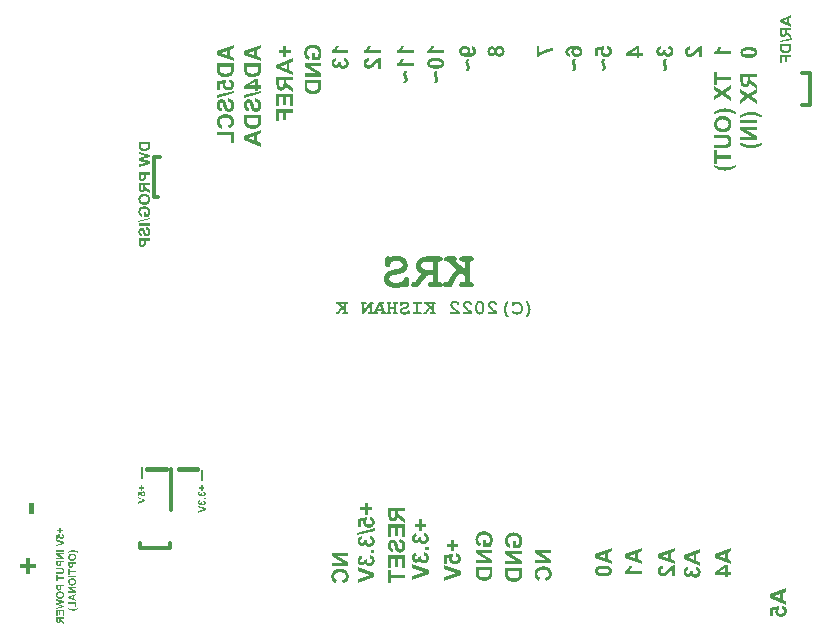
<source format=gbo>
G04*
G04 #@! TF.GenerationSoftware,Altium Limited,Altium Designer,22.11.1 (43)*
G04*
G04 Layer_Color=32896*
%FSLAX44Y44*%
%MOMM*%
G71*
G04*
G04 #@! TF.SameCoordinates,2AA7A9AF-3E7F-4844-AC60-F76D4B8FDDD6*
G04*
G04*
G04 #@! TF.FilePolarity,Positive*
G04*
G01*
G75*
%ADD10C,0.2000*%
%ADD12C,0.4000*%
%ADD85C,0.3000*%
G36*
X339807Y277443D02*
X340085Y277425D01*
X340622Y277313D01*
X341104Y277165D01*
X341307Y277073D01*
X341492Y276980D01*
X341659Y276887D01*
X341807Y276795D01*
X341937Y276721D01*
X342048Y276647D01*
X342122Y276591D01*
X342177Y276536D01*
X342215Y276517D01*
X342233Y276499D01*
X342418Y276313D01*
X342585Y276128D01*
X342714Y275943D01*
X342844Y275758D01*
X342937Y275573D01*
X343029Y275388D01*
X343159Y275036D01*
X343233Y274740D01*
X343251Y274610D01*
X343270Y274499D01*
X343288Y274406D01*
Y274332D01*
Y274295D01*
Y274277D01*
X343270Y273980D01*
X343214Y273703D01*
X343159Y273462D01*
X343066Y273221D01*
X342992Y273036D01*
X342937Y272906D01*
X342881Y272814D01*
X342863Y272777D01*
X342696Y272536D01*
X342492Y272314D01*
X342307Y272129D01*
X342122Y271981D01*
X341955Y271870D01*
X341826Y271777D01*
X341733Y271721D01*
X341696Y271703D01*
X341381Y271573D01*
X341048Y271444D01*
X340678Y271333D01*
X340326Y271259D01*
X340011Y271184D01*
X339863Y271147D01*
X339752Y271129D01*
X339641Y271092D01*
X339567D01*
X339529Y271073D01*
X339511D01*
X339289Y271036D01*
X339104Y270999D01*
X338918Y270962D01*
X338770Y270925D01*
X338493Y270870D01*
X338289Y270814D01*
X338141Y270777D01*
X338048Y270740D01*
X337993Y270721D01*
X337974D01*
X337789Y270647D01*
X337641Y270555D01*
X337511Y270481D01*
X337400Y270388D01*
X337326Y270333D01*
X337252Y270277D01*
X337234Y270240D01*
X337215Y270222D01*
X337141Y270110D01*
X337067Y270018D01*
X337011Y269814D01*
X336993Y269740D01*
X336974Y269666D01*
Y269629D01*
Y269611D01*
X336993Y269444D01*
X337048Y269277D01*
X337141Y269129D01*
X337215Y269018D01*
X337308Y268907D01*
X337400Y268833D01*
X337456Y268796D01*
X337474Y268777D01*
X337771Y268592D01*
X338085Y268463D01*
X338400Y268370D01*
X338715Y268314D01*
X338993Y268277D01*
X339196Y268240D01*
X339400D01*
X339678Y268259D01*
X339937Y268277D01*
X340178Y268314D01*
X340381Y268370D01*
X340566Y268425D01*
X340696Y268463D01*
X340770Y268481D01*
X340807Y268500D01*
X341029Y268611D01*
X341215Y268703D01*
X341363Y268796D01*
X341474Y268888D01*
X341566Y268944D01*
X341622Y269000D01*
X341659Y269037D01*
X341678Y269055D01*
X341733Y269111D01*
X341770Y269185D01*
X341844Y269370D01*
X341881Y269444D01*
X341900Y269518D01*
X341918Y269555D01*
Y269573D01*
X341955Y269703D01*
X342011Y269833D01*
X342066Y269925D01*
X342122Y269999D01*
X342215Y270092D01*
X342233Y270129D01*
X342252D01*
X342418Y270222D01*
X342585Y270277D01*
X342659Y270296D01*
X342770D01*
X342918Y270277D01*
X343048Y270259D01*
X343159Y270203D01*
X343251Y270166D01*
X343326Y270110D01*
X343381Y270055D01*
X343400Y270036D01*
X343418Y270018D01*
X343492Y269907D01*
X343548Y269759D01*
X343622Y269462D01*
X343640Y269333D01*
X343659Y269222D01*
Y269148D01*
Y269111D01*
Y267925D01*
X343640Y267703D01*
X343622Y267518D01*
X343585Y267370D01*
X343529Y267240D01*
X343492Y267148D01*
X343455Y267074D01*
X343437Y267037D01*
X343418Y267018D01*
X343326Y266926D01*
X343214Y266870D01*
X343011Y266796D01*
X342918Y266777D01*
X342844Y266759D01*
X342770D01*
X342640Y266777D01*
X342529Y266796D01*
X342455Y266814D01*
X342437Y266833D01*
X342381Y266870D01*
X342307Y266926D01*
X342177Y267037D01*
X342085Y267148D01*
X342066Y267166D01*
X342048Y267185D01*
X341566Y266963D01*
X341344Y266870D01*
X341141Y266796D01*
X340974Y266740D01*
X340826Y266703D01*
X340752Y266666D01*
X340715D01*
X340196Y266555D01*
X339955Y266518D01*
X339733Y266500D01*
X339548D01*
X339400Y266481D01*
X339270D01*
X338918Y266500D01*
X338585Y266518D01*
X338270Y266574D01*
X337993Y266648D01*
X337715Y266722D01*
X337456Y266796D01*
X337215Y266889D01*
X336993Y267000D01*
X336808Y267092D01*
X336641Y267185D01*
X336493Y267259D01*
X336363Y267333D01*
X336271Y267407D01*
X336197Y267463D01*
X336160Y267481D01*
X336141Y267500D01*
X335974Y267648D01*
X335826Y267814D01*
X335715Y268000D01*
X335604Y268166D01*
X335437Y268518D01*
X335326Y268851D01*
X335271Y269148D01*
X335234Y269277D01*
Y269388D01*
X335215Y269481D01*
Y269555D01*
Y269592D01*
Y269611D01*
X335234Y269944D01*
X335289Y270259D01*
X335382Y270536D01*
X335456Y270758D01*
X335549Y270962D01*
X335641Y271092D01*
X335697Y271184D01*
X335715Y271222D01*
X335900Y271462D01*
X336104Y271666D01*
X336308Y271833D01*
X336493Y271981D01*
X336660Y272092D01*
X336789Y272166D01*
X336882Y272203D01*
X336919Y272221D01*
X337215Y272351D01*
X337548Y272462D01*
X337900Y272555D01*
X338233Y272647D01*
X338530Y272721D01*
X338659Y272740D01*
X338770Y272777D01*
X338863Y272795D01*
X338937D01*
X338974Y272814D01*
X338993D01*
X339233Y272869D01*
X339455Y272906D01*
X339641Y272943D01*
X339826Y272980D01*
X339974Y273018D01*
X340104Y273055D01*
X340326Y273110D01*
X340474Y273147D01*
X340566Y273184D01*
X340622Y273203D01*
X340640D01*
X340789Y273277D01*
X340937Y273351D01*
X341048Y273425D01*
X341141Y273499D01*
X341215Y273573D01*
X341270Y273629D01*
X341289Y273666D01*
X341307Y273684D01*
X341381Y273795D01*
X341437Y273925D01*
X341492Y274110D01*
X341511Y274203D01*
X341529Y274258D01*
Y274295D01*
Y274314D01*
X341511Y274499D01*
X341437Y274666D01*
X341363Y274814D01*
X341252Y274962D01*
X341159Y275073D01*
X341066Y275166D01*
X341011Y275221D01*
X340992Y275240D01*
X340770Y275388D01*
X340511Y275499D01*
X340270Y275591D01*
X340029Y275647D01*
X339807Y275684D01*
X339641Y275702D01*
X339474D01*
X339233Y275684D01*
X339030Y275665D01*
X338826Y275628D01*
X338659Y275591D01*
X338511Y275536D01*
X338419Y275499D01*
X338344Y275480D01*
X338326Y275462D01*
X338141Y275369D01*
X337993Y275277D01*
X337863Y275203D01*
X337752Y275110D01*
X337678Y275036D01*
X337622Y274980D01*
X337585Y274943D01*
X337567Y274925D01*
X337511Y274832D01*
X337474Y274740D01*
X337400Y274517D01*
X337382Y274425D01*
X337363Y274351D01*
X337345Y274295D01*
Y274277D01*
X337308Y274129D01*
X337252Y273999D01*
X337197Y273906D01*
X337159Y273832D01*
X337104Y273777D01*
X337085Y273740D01*
X337048Y273703D01*
X336863Y273592D01*
X336678Y273536D01*
X336585D01*
X336530Y273517D01*
X336474D01*
X336326Y273536D01*
X336215Y273554D01*
X336011Y273647D01*
X335937Y273703D01*
X335882Y273740D01*
X335863Y273758D01*
X335845Y273777D01*
X335752Y273888D01*
X335697Y274036D01*
X335622Y274332D01*
X335604Y274462D01*
X335586Y274573D01*
Y274666D01*
Y274684D01*
Y276017D01*
X335604Y276239D01*
X335622Y276425D01*
X335660Y276573D01*
X335715Y276702D01*
X335771Y276795D01*
X335808Y276869D01*
X335826Y276906D01*
X335845Y276925D01*
X335937Y277017D01*
X336048Y277091D01*
X336160Y277128D01*
X336252Y277165D01*
X336345Y277184D01*
X336419Y277202D01*
X336493D01*
X336622Y277184D01*
X336752Y277147D01*
X336974Y277036D01*
X337048Y276962D01*
X337122Y276906D01*
X337159Y276869D01*
X337178Y276850D01*
X337548Y277054D01*
X337733Y277128D01*
X337900Y277184D01*
X338030Y277239D01*
X338159Y277276D01*
X338233Y277295D01*
X338252D01*
X338696Y277388D01*
X338900Y277425D01*
X339085Y277443D01*
X339252Y277461D01*
X339492D01*
X339807Y277443D01*
D02*
G37*
G36*
X435149Y277443D02*
X435612Y277369D01*
X436020Y277258D01*
X436371Y277147D01*
X436686Y277017D01*
X436797Y276962D01*
X436908Y276925D01*
X437001Y276869D01*
X437057Y276850D01*
X437094Y276814D01*
X437112D01*
X437519Y276554D01*
X437871Y276258D01*
X438167Y275943D01*
X438427Y275647D01*
X438630Y275369D01*
X438778Y275166D01*
X438816Y275073D01*
X438853Y275017D01*
X438890Y274980D01*
Y274962D01*
X439093Y274517D01*
X439260Y274055D01*
X439371Y273629D01*
X439445Y273240D01*
X439464Y273055D01*
X439482Y272888D01*
X439501Y272740D01*
Y272629D01*
X439519Y272518D01*
Y272444D01*
Y272407D01*
Y272388D01*
Y271184D01*
X439482Y270703D01*
X439408Y270240D01*
X439297Y269833D01*
X439167Y269462D01*
X439038Y269166D01*
X438982Y269037D01*
X438927Y268944D01*
X438871Y268851D01*
X438853Y268796D01*
X438816Y268759D01*
Y268740D01*
X438538Y268351D01*
X438242Y268018D01*
X437945Y267740D01*
X437668Y267518D01*
X437427Y267333D01*
X437242Y267203D01*
X437168Y267166D01*
X437112Y267129D01*
X437094Y267111D01*
X437075D01*
X436594Y266907D01*
X436112Y266740D01*
X435631Y266629D01*
X435186Y266555D01*
X435001Y266537D01*
X434816Y266518D01*
X434668Y266500D01*
X434520D01*
X434409Y266481D01*
X434260D01*
X433760Y266500D01*
X433298Y266555D01*
X432890Y266629D01*
X432520Y266722D01*
X432224Y266796D01*
X432094Y266833D01*
X431983Y266870D01*
X431909Y266907D01*
X431853Y266926D01*
X431816Y266944D01*
X431798D01*
X431502Y267074D01*
X431242Y267240D01*
X431002Y267388D01*
X430816Y267537D01*
X430650Y267685D01*
X430539Y267796D01*
X430465Y267870D01*
X430446Y267889D01*
X430316Y268037D01*
X430224Y268185D01*
X430168Y268314D01*
X430113Y268426D01*
X430094Y268537D01*
X430076Y268611D01*
Y268648D01*
Y268666D01*
X430094Y268796D01*
X430113Y268925D01*
X430205Y269129D01*
X430261Y269203D01*
X430316Y269259D01*
X430335Y269277D01*
X430354Y269296D01*
X430446Y269388D01*
X430557Y269462D01*
X430668Y269499D01*
X430761Y269536D01*
X430835Y269555D01*
X430909Y269573D01*
X430965D01*
X431113Y269555D01*
X431224Y269536D01*
X431298Y269499D01*
X431335Y269481D01*
X431390Y269444D01*
X431465Y269388D01*
X431594Y269277D01*
X431705Y269166D01*
X431742Y269148D01*
X431761Y269129D01*
X431927Y268962D01*
X432076Y268833D01*
X432224Y268722D01*
X432335Y268648D01*
X432446Y268574D01*
X432520Y268537D01*
X432575Y268500D01*
X432594D01*
X432853Y268407D01*
X433149Y268351D01*
X433427Y268296D01*
X433686Y268277D01*
X433909Y268259D01*
X434094Y268240D01*
X434260D01*
X434557Y268259D01*
X434835Y268277D01*
X435353Y268370D01*
X435594Y268444D01*
X435797Y268518D01*
X435983Y268592D01*
X436168Y268666D01*
X436316Y268740D01*
X436445Y268814D01*
X436575Y268888D01*
X436668Y268962D01*
X436742Y269018D01*
X436797Y269055D01*
X436816Y269092D01*
X436834D01*
X437001Y269259D01*
X437131Y269425D01*
X437260Y269611D01*
X437371Y269777D01*
X437538Y270147D01*
X437649Y270481D01*
X437705Y270777D01*
X437723Y270907D01*
X437742Y271018D01*
X437760Y271092D01*
Y271166D01*
Y271203D01*
Y271222D01*
Y272369D01*
X437742Y272758D01*
X437686Y273110D01*
X437593Y273425D01*
X437501Y273703D01*
X437427Y273925D01*
X437334Y274092D01*
X437279Y274184D01*
X437260Y274221D01*
X437057Y274499D01*
X436853Y274721D01*
X436668Y274925D01*
X436483Y275073D01*
X436334Y275203D01*
X436205Y275277D01*
X436131Y275332D01*
X436094Y275351D01*
X435834Y275462D01*
X435575Y275554D01*
X435334Y275610D01*
X435112Y275665D01*
X434909Y275684D01*
X434760Y275702D01*
X434631D01*
X434390Y275684D01*
X434149Y275665D01*
X433946Y275628D01*
X433742Y275591D01*
X433594Y275536D01*
X433464Y275499D01*
X433372Y275480D01*
X433353Y275462D01*
X433131Y275369D01*
X432927Y275258D01*
X432761Y275166D01*
X432631Y275054D01*
X432520Y274962D01*
X432427Y274906D01*
X432390Y274851D01*
X432372Y274832D01*
X432261Y274666D01*
X432168Y274480D01*
X432150Y274406D01*
X432131Y274332D01*
X432113Y274295D01*
Y274277D01*
X432076Y274092D01*
X432020Y273943D01*
X431964Y273814D01*
X431927Y273703D01*
X431872Y273629D01*
X431835Y273573D01*
X431798Y273555D01*
Y273536D01*
X431631Y273425D01*
X431446Y273369D01*
X431372D01*
X431298Y273351D01*
X431242D01*
X431094Y273369D01*
X430983Y273388D01*
X430779Y273480D01*
X430705Y273536D01*
X430650Y273573D01*
X430631Y273592D01*
X430613Y273610D01*
X430520Y273721D01*
X430465Y273869D01*
X430391Y274166D01*
X430372Y274295D01*
X430354Y274406D01*
Y274499D01*
Y274517D01*
Y276017D01*
X430372Y276239D01*
X430391Y276425D01*
X430428Y276591D01*
X430483Y276721D01*
X430539Y276814D01*
X430576Y276869D01*
X430594Y276906D01*
X430613Y276925D01*
X430705Y277017D01*
X430816Y277091D01*
X430909Y277128D01*
X431020Y277165D01*
X431113Y277184D01*
X431168Y277202D01*
X431242D01*
X431409Y277184D01*
X431539Y277147D01*
X431631Y277091D01*
X431650Y277073D01*
X431668D01*
X431798Y276980D01*
X431909Y276869D01*
X431983Y276777D01*
X432001Y276758D01*
Y276739D01*
X432446Y276980D01*
X432668Y277073D01*
X432853Y277147D01*
X433020Y277202D01*
X433149Y277239D01*
X433223Y277276D01*
X433261D01*
X433760Y277388D01*
X434001Y277425D01*
X434223Y277443D01*
X434409Y277462D01*
X434686D01*
X435149Y277443D01*
D02*
G37*
G36*
X414133Y278184D02*
X414503Y278128D01*
X414855Y278054D01*
X415151Y277962D01*
X415392Y277869D01*
X415577Y277795D01*
X415651Y277758D01*
X415707Y277739D01*
X415725Y277721D01*
X415744D01*
X416059Y277536D01*
X416336Y277332D01*
X416577Y277128D01*
X416781Y276925D01*
X416929Y276758D01*
X417040Y276610D01*
X417114Y276517D01*
X417133Y276480D01*
X417281Y276202D01*
X417392Y275962D01*
X417484Y275739D01*
X417540Y275554D01*
X417577Y275406D01*
X417595Y275295D01*
Y275221D01*
Y275203D01*
X417577Y275073D01*
X417559Y274962D01*
X417466Y274758D01*
X417410Y274684D01*
X417373Y274647D01*
X417355Y274610D01*
X417336Y274592D01*
X417244Y274517D01*
X417133Y274462D01*
X416929Y274388D01*
X416855Y274369D01*
X416781Y274351D01*
X416725D01*
X416503Y274369D01*
X416355Y274425D01*
X416244Y274480D01*
X416207Y274499D01*
X416133Y274573D01*
X416059Y274647D01*
X415948Y274814D01*
X415910Y274888D01*
X415873Y274962D01*
X415855Y274999D01*
Y275017D01*
X415781Y275221D01*
X415688Y275388D01*
X415614Y275554D01*
X415522Y275665D01*
X415448Y275758D01*
X415392Y275832D01*
X415355Y275869D01*
X415336Y275888D01*
X415096Y276073D01*
X414818Y276202D01*
X414559Y276313D01*
X414318Y276369D01*
X414096Y276406D01*
X413911Y276443D01*
X413763D01*
X413429Y276425D01*
X413133Y276369D01*
X412874Y276276D01*
X412652Y276202D01*
X412485Y276110D01*
X412355Y276017D01*
X412281Y275962D01*
X412263Y275943D01*
X412078Y275758D01*
X411930Y275554D01*
X411837Y275369D01*
X411763Y275184D01*
X411726Y275036D01*
X411689Y274906D01*
Y274832D01*
Y274795D01*
X411707Y274592D01*
X411763Y274406D01*
X411855Y274221D01*
X411930Y274055D01*
X412022Y273906D01*
X412115Y273795D01*
X412170Y273721D01*
X412189Y273703D01*
X412300Y273592D01*
X412411Y273462D01*
X412559Y273314D01*
X412726Y273166D01*
X413096Y272814D01*
X413503Y272425D01*
X413966Y272018D01*
X414448Y271610D01*
X415448Y270740D01*
X415929Y270333D01*
X416392Y269944D01*
X416818Y269573D01*
X417188Y269259D01*
X417355Y269129D01*
X417503Y269000D01*
X417633Y268888D01*
X417744Y268796D01*
X417836Y268722D01*
X417892Y268666D01*
X417929Y268648D01*
X417947Y268629D01*
Y266759D01*
X409911D01*
Y267592D01*
X409930Y267814D01*
X409948Y268000D01*
X409985Y268166D01*
X410022Y268296D01*
X410078Y268388D01*
X410115Y268444D01*
X410133Y268481D01*
X410152Y268500D01*
X410244Y268592D01*
X410355Y268666D01*
X410467Y268703D01*
X410559Y268740D01*
X410652Y268759D01*
X410726Y268777D01*
X410800D01*
X410911Y268759D01*
X411004Y268740D01*
X411207Y268648D01*
X411281Y268592D01*
X411337Y268555D01*
X411374Y268537D01*
X411393Y268518D01*
X415244D01*
X414762Y268925D01*
X414337Y269296D01*
X413948Y269648D01*
X413577Y269944D01*
X413263Y270240D01*
X412966Y270499D01*
X412707Y270721D01*
X412485Y270925D01*
X412300Y271092D01*
X412133Y271240D01*
X412004Y271370D01*
X411892Y271481D01*
X411800Y271555D01*
X411744Y271610D01*
X411726Y271629D01*
X411707Y271647D01*
X411504Y271851D01*
X411300Y272036D01*
X411133Y272221D01*
X410985Y272388D01*
X410726Y272684D01*
X410541Y272925D01*
X410393Y273110D01*
X410300Y273258D01*
X410263Y273332D01*
X410244Y273369D01*
X410133Y273610D01*
X410059Y273851D01*
X410004Y274073D01*
X409967Y274295D01*
X409948Y274480D01*
X409930Y274610D01*
Y274703D01*
Y274740D01*
X409948Y274999D01*
X409967Y275258D01*
X410022Y275499D01*
X410096Y275721D01*
X410263Y276147D01*
X410467Y276499D01*
X410670Y276795D01*
X410763Y276906D01*
X410837Y276999D01*
X410911Y277073D01*
X410948Y277147D01*
X410985Y277165D01*
X411004Y277184D01*
X411207Y277369D01*
X411429Y277517D01*
X411652Y277665D01*
X411892Y277776D01*
X412337Y277962D01*
X412781Y278073D01*
X412985Y278110D01*
X413152Y278147D01*
X413318Y278165D01*
X413466Y278184D01*
X413577Y278202D01*
X413744D01*
X414133Y278184D01*
D02*
G37*
G36*
X392950D02*
X393320Y278128D01*
X393672Y278054D01*
X393968Y277962D01*
X394209Y277869D01*
X394394Y277795D01*
X394468Y277758D01*
X394524Y277739D01*
X394542Y277721D01*
X394561D01*
X394876Y277536D01*
X395153Y277332D01*
X395394Y277128D01*
X395598Y276925D01*
X395746Y276758D01*
X395857Y276610D01*
X395931Y276517D01*
X395950Y276480D01*
X396098Y276202D01*
X396209Y275962D01*
X396301Y275739D01*
X396357Y275554D01*
X396394Y275406D01*
X396413Y275295D01*
Y275221D01*
Y275203D01*
X396394Y275073D01*
X396376Y274962D01*
X396283Y274758D01*
X396227Y274684D01*
X396190Y274647D01*
X396172Y274610D01*
X396153Y274592D01*
X396061Y274517D01*
X395950Y274462D01*
X395746Y274388D01*
X395672Y274369D01*
X395598Y274351D01*
X395542D01*
X395320Y274369D01*
X395172Y274425D01*
X395061Y274480D01*
X395024Y274499D01*
X394950Y274573D01*
X394876Y274647D01*
X394765Y274814D01*
X394728Y274888D01*
X394691Y274962D01*
X394672Y274999D01*
Y275017D01*
X394598Y275221D01*
X394505Y275388D01*
X394431Y275554D01*
X394339Y275665D01*
X394265Y275758D01*
X394209Y275832D01*
X394172Y275869D01*
X394154Y275888D01*
X393913Y276073D01*
X393635Y276202D01*
X393376Y276313D01*
X393135Y276369D01*
X392913Y276406D01*
X392728Y276443D01*
X392580D01*
X392246Y276425D01*
X391950Y276369D01*
X391691Y276276D01*
X391469Y276202D01*
X391302Y276110D01*
X391172Y276017D01*
X391098Y275962D01*
X391080Y275943D01*
X390895Y275758D01*
X390746Y275554D01*
X390654Y275369D01*
X390580Y275184D01*
X390543Y275036D01*
X390506Y274906D01*
Y274832D01*
Y274795D01*
X390524Y274592D01*
X390580Y274406D01*
X390672Y274221D01*
X390746Y274055D01*
X390839Y273906D01*
X390932Y273795D01*
X390987Y273721D01*
X391006Y273703D01*
X391117Y273592D01*
X391228Y273462D01*
X391376Y273314D01*
X391543Y273166D01*
X391913Y272814D01*
X392320Y272425D01*
X392783Y272018D01*
X393265Y271610D01*
X394265Y270740D01*
X394746Y270333D01*
X395209Y269944D01*
X395635Y269573D01*
X396005Y269259D01*
X396172Y269129D01*
X396320Y269000D01*
X396450Y268888D01*
X396561Y268796D01*
X396653Y268722D01*
X396709Y268666D01*
X396746Y268648D01*
X396764Y268629D01*
Y266759D01*
X388728D01*
Y267592D01*
X388747Y267814D01*
X388765Y268000D01*
X388802Y268166D01*
X388839Y268296D01*
X388895Y268388D01*
X388932Y268444D01*
X388950Y268481D01*
X388969Y268500D01*
X389062Y268592D01*
X389173Y268666D01*
X389284Y268703D01*
X389376Y268740D01*
X389469Y268759D01*
X389543Y268777D01*
X389617D01*
X389728Y268759D01*
X389821Y268740D01*
X390024Y268648D01*
X390098Y268592D01*
X390154Y268555D01*
X390191Y268537D01*
X390210Y268518D01*
X394061D01*
X393579Y268925D01*
X393154Y269296D01*
X392765Y269648D01*
X392394Y269944D01*
X392080Y270240D01*
X391783Y270499D01*
X391524Y270721D01*
X391302Y270925D01*
X391117Y271092D01*
X390950Y271240D01*
X390821Y271370D01*
X390709Y271481D01*
X390617Y271555D01*
X390561Y271610D01*
X390543Y271629D01*
X390524Y271647D01*
X390321Y271851D01*
X390117Y272036D01*
X389950Y272221D01*
X389802Y272388D01*
X389543Y272684D01*
X389358Y272925D01*
X389210Y273110D01*
X389117Y273258D01*
X389080Y273332D01*
X389062Y273369D01*
X388950Y273610D01*
X388876Y273851D01*
X388821Y274073D01*
X388784Y274295D01*
X388765Y274480D01*
X388747Y274610D01*
Y274703D01*
Y274740D01*
X388765Y274999D01*
X388784Y275258D01*
X388839Y275499D01*
X388913Y275721D01*
X389080Y276147D01*
X389284Y276499D01*
X389487Y276795D01*
X389580Y276906D01*
X389654Y276999D01*
X389728Y277073D01*
X389765Y277147D01*
X389802Y277165D01*
X389821Y277184D01*
X390024Y277369D01*
X390247Y277517D01*
X390469Y277665D01*
X390709Y277776D01*
X391154Y277962D01*
X391598Y278073D01*
X391802Y278110D01*
X391969Y278147D01*
X392135Y278165D01*
X392283Y278184D01*
X392394Y278202D01*
X392561D01*
X392950Y278184D01*
D02*
G37*
G36*
X382358D02*
X382729Y278128D01*
X383081Y278054D01*
X383377Y277962D01*
X383618Y277869D01*
X383803Y277795D01*
X383877Y277758D01*
X383932Y277739D01*
X383951Y277721D01*
X383969D01*
X384284Y277536D01*
X384562Y277332D01*
X384803Y277128D01*
X385006Y276925D01*
X385154Y276758D01*
X385266Y276610D01*
X385340Y276517D01*
X385358Y276480D01*
X385506Y276202D01*
X385617Y275962D01*
X385710Y275739D01*
X385765Y275554D01*
X385802Y275406D01*
X385821Y275295D01*
Y275221D01*
Y275203D01*
X385802Y275073D01*
X385784Y274962D01*
X385691Y274758D01*
X385636Y274684D01*
X385599Y274647D01*
X385580Y274610D01*
X385562Y274592D01*
X385469Y274517D01*
X385358Y274462D01*
X385154Y274388D01*
X385080Y274369D01*
X385006Y274351D01*
X384951D01*
X384729Y274369D01*
X384580Y274425D01*
X384469Y274480D01*
X384432Y274499D01*
X384358Y274573D01*
X384284Y274647D01*
X384173Y274814D01*
X384136Y274888D01*
X384099Y274962D01*
X384081Y274999D01*
Y275017D01*
X384006Y275221D01*
X383914Y275388D01*
X383840Y275554D01*
X383747Y275665D01*
X383673Y275758D01*
X383618Y275832D01*
X383581Y275869D01*
X383562Y275888D01*
X383321Y276073D01*
X383044Y276202D01*
X382784Y276313D01*
X382544Y276369D01*
X382321Y276406D01*
X382136Y276443D01*
X381988D01*
X381655Y276425D01*
X381358Y276369D01*
X381099Y276276D01*
X380877Y276202D01*
X380710Y276110D01*
X380581Y276017D01*
X380507Y275962D01*
X380488Y275943D01*
X380303Y275758D01*
X380155Y275554D01*
X380062Y275369D01*
X379988Y275184D01*
X379951Y275036D01*
X379914Y274906D01*
Y274832D01*
Y274795D01*
X379933Y274592D01*
X379988Y274406D01*
X380081Y274221D01*
X380155Y274055D01*
X380248Y273906D01*
X380340Y273795D01*
X380396Y273721D01*
X380414Y273703D01*
X380525Y273592D01*
X380636Y273462D01*
X380784Y273314D01*
X380951Y273166D01*
X381321Y272814D01*
X381729Y272425D01*
X382192Y272018D01*
X382673Y271610D01*
X383673Y270740D01*
X384155Y270333D01*
X384618Y269944D01*
X385043Y269573D01*
X385414Y269259D01*
X385580Y269129D01*
X385728Y269000D01*
X385858Y268888D01*
X385969Y268796D01*
X386062Y268722D01*
X386117Y268666D01*
X386154Y268648D01*
X386173Y268629D01*
Y266759D01*
X378137D01*
Y267592D01*
X378155Y267814D01*
X378174Y268000D01*
X378211Y268166D01*
X378248Y268296D01*
X378303Y268388D01*
X378340Y268444D01*
X378359Y268481D01*
X378377Y268500D01*
X378470Y268592D01*
X378581Y268666D01*
X378692Y268703D01*
X378785Y268740D01*
X378877Y268759D01*
X378951Y268777D01*
X379025D01*
X379137Y268759D01*
X379229Y268740D01*
X379433Y268648D01*
X379507Y268592D01*
X379562Y268555D01*
X379599Y268537D01*
X379618Y268518D01*
X383469D01*
X382988Y268925D01*
X382562Y269296D01*
X382173Y269648D01*
X381803Y269944D01*
X381488Y270240D01*
X381192Y270499D01*
X380933Y270721D01*
X380710Y270925D01*
X380525Y271092D01*
X380359Y271240D01*
X380229Y271370D01*
X380118Y271481D01*
X380025Y271555D01*
X379970Y271610D01*
X379951Y271629D01*
X379933Y271647D01*
X379729Y271851D01*
X379525Y272036D01*
X379359Y272221D01*
X379211Y272388D01*
X378951Y272684D01*
X378766Y272925D01*
X378618Y273110D01*
X378526Y273258D01*
X378489Y273332D01*
X378470Y273369D01*
X378359Y273610D01*
X378285Y273851D01*
X378229Y274073D01*
X378192Y274295D01*
X378174Y274480D01*
X378155Y274610D01*
Y274703D01*
Y274740D01*
X378174Y274999D01*
X378192Y275258D01*
X378248Y275499D01*
X378322Y275721D01*
X378489Y276147D01*
X378692Y276499D01*
X378896Y276795D01*
X378988Y276906D01*
X379062Y276999D01*
X379137Y277073D01*
X379174Y277147D01*
X379211Y277165D01*
X379229Y277184D01*
X379433Y277369D01*
X379655Y277517D01*
X379877Y277665D01*
X380118Y277776D01*
X380562Y277962D01*
X381007Y278073D01*
X381210Y278110D01*
X381377Y278147D01*
X381544Y278165D01*
X381692Y278184D01*
X381803Y278202D01*
X381970D01*
X382358Y278184D01*
D02*
G37*
G36*
X332678Y277184D02*
X332845Y277165D01*
X332993Y277128D01*
X333123Y277073D01*
X333215Y277017D01*
X333271Y276980D01*
X333308Y276962D01*
X333326Y276943D01*
X333419Y276850D01*
X333475Y276739D01*
X333549Y276536D01*
X333567Y276443D01*
X333586Y276388D01*
Y276332D01*
Y276313D01*
X333567Y276184D01*
X333549Y276054D01*
X333456Y275851D01*
X333401Y275777D01*
X333363Y275721D01*
X333345Y275702D01*
X333326Y275684D01*
X333215Y275610D01*
X333067Y275554D01*
X332789Y275480D01*
X332678Y275462D01*
X332567Y275443D01*
X332475D01*
Y268518D01*
X332678D01*
X332826Y268500D01*
X332975Y268463D01*
X333067Y268444D01*
X333141Y268407D01*
X333197Y268370D01*
X333215Y268351D01*
X333234D01*
X333345Y268222D01*
X333438Y268092D01*
X333493Y267981D01*
X333549Y267870D01*
X333567Y267777D01*
X333586Y267703D01*
Y267648D01*
Y267629D01*
X333567Y267500D01*
X333549Y267370D01*
X333456Y267166D01*
X333401Y267092D01*
X333363Y267037D01*
X333345Y267018D01*
X333326Y267000D01*
X333215Y266926D01*
X333067Y266870D01*
X332789Y266796D01*
X332678Y266777D01*
X332567Y266759D01*
X330438D01*
X330234Y266777D01*
X330068Y266796D01*
X329919Y266833D01*
X329790Y266889D01*
X329697Y266926D01*
X329642Y266963D01*
X329605Y266981D01*
X329586Y267000D01*
X329493Y267092D01*
X329420Y267203D01*
X329383Y267314D01*
X329345Y267407D01*
X329327Y267500D01*
X329308Y267574D01*
Y267611D01*
Y267629D01*
X329327Y267777D01*
X329345Y267889D01*
X329438Y268092D01*
X329493Y268166D01*
X329549Y268222D01*
X329568Y268240D01*
X329586Y268259D01*
X329697Y268351D01*
X329827Y268407D01*
X330123Y268481D01*
X330234Y268500D01*
X330345Y268518D01*
X330716D01*
Y271092D01*
X326920D01*
Y268518D01*
X327197D01*
X327401Y268500D01*
X327568Y268481D01*
X327716Y268444D01*
X327846Y268388D01*
X327938Y268333D01*
X327994Y268296D01*
X328031Y268277D01*
X328049Y268259D01*
X328142Y268166D01*
X328197Y268055D01*
X328271Y267851D01*
X328290Y267759D01*
X328308Y267703D01*
Y267648D01*
Y267629D01*
X328290Y267500D01*
X328271Y267370D01*
X328179Y267166D01*
X328123Y267092D01*
X328086Y267037D01*
X328068Y267018D01*
X328049Y267000D01*
X327938Y266926D01*
X327790Y266870D01*
X327512Y266796D01*
X327401Y266777D01*
X327290Y266759D01*
X325161D01*
X324957Y266777D01*
X324790Y266796D01*
X324642Y266833D01*
X324513Y266889D01*
X324420Y266926D01*
X324365Y266963D01*
X324327Y266981D01*
X324309Y267000D01*
X324216Y267092D01*
X324142Y267203D01*
X324105Y267314D01*
X324068Y267407D01*
X324050Y267500D01*
X324031Y267574D01*
Y267611D01*
Y267629D01*
X324050Y267777D01*
X324087Y267907D01*
X324216Y268129D01*
X324290Y268222D01*
X324346Y268296D01*
X324383Y268333D01*
X324402Y268351D01*
X324494Y268407D01*
X324605Y268444D01*
X324846Y268500D01*
X324976Y268518D01*
X325161D01*
Y275443D01*
X324957Y275462D01*
X324790Y275480D01*
X324642Y275517D01*
X324513Y275573D01*
X324420Y275610D01*
X324365Y275647D01*
X324327Y275665D01*
X324309Y275684D01*
X324216Y275777D01*
X324142Y275888D01*
X324105Y275999D01*
X324068Y276091D01*
X324050Y276184D01*
X324031Y276258D01*
Y276295D01*
Y276313D01*
X324050Y276462D01*
X324068Y276573D01*
X324161Y276776D01*
X324216Y276850D01*
X324272Y276906D01*
X324290Y276925D01*
X324309Y276943D01*
X324420Y277036D01*
X324550Y277091D01*
X324846Y277165D01*
X324957Y277184D01*
X325068Y277202D01*
X327197D01*
X327401Y277184D01*
X327568Y277165D01*
X327716Y277128D01*
X327846Y277073D01*
X327938Y277017D01*
X327994Y276980D01*
X328031Y276962D01*
X328049Y276943D01*
X328142Y276850D01*
X328197Y276739D01*
X328271Y276536D01*
X328290Y276443D01*
X328308Y276388D01*
Y276332D01*
Y276313D01*
X328290Y276184D01*
X328271Y276054D01*
X328179Y275851D01*
X328123Y275777D01*
X328086Y275721D01*
X328068Y275702D01*
X328049Y275684D01*
X327938Y275610D01*
X327790Y275554D01*
X327512Y275480D01*
X327401Y275462D01*
X327290Y275443D01*
X326920D01*
Y272851D01*
X330716D01*
Y275443D01*
X330438D01*
X330234Y275462D01*
X330068Y275480D01*
X329919Y275517D01*
X329790Y275573D01*
X329697Y275610D01*
X329642Y275647D01*
X329605Y275665D01*
X329586Y275684D01*
X329493Y275777D01*
X329420Y275888D01*
X329383Y275999D01*
X329345Y276091D01*
X329327Y276184D01*
X329308Y276258D01*
Y276295D01*
Y276313D01*
X329327Y276462D01*
X329345Y276573D01*
X329438Y276776D01*
X329493Y276850D01*
X329549Y276906D01*
X329568Y276925D01*
X329586Y276943D01*
X329697Y277036D01*
X329827Y277091D01*
X330123Y277165D01*
X330234Y277184D01*
X330345Y277202D01*
X332475D01*
X332678Y277184D01*
D02*
G37*
G36*
X364731D02*
X364897Y277165D01*
X365045Y277128D01*
X365175Y277073D01*
X365268Y277017D01*
X365323Y276980D01*
X365360Y276962D01*
X365379Y276943D01*
X365471Y276850D01*
X365527Y276739D01*
X365601Y276536D01*
X365619Y276443D01*
X365638Y276388D01*
Y276332D01*
Y276313D01*
X365619Y276184D01*
X365601Y276054D01*
X365508Y275851D01*
X365453Y275777D01*
X365416Y275721D01*
X365397Y275702D01*
X365379Y275684D01*
X365268Y275610D01*
X365120Y275554D01*
X364842Y275480D01*
X364731Y275462D01*
X364619Y275443D01*
X364249D01*
Y268518D01*
X364527D01*
X364731Y268500D01*
X364897Y268481D01*
X365045Y268444D01*
X365175Y268388D01*
X365268Y268333D01*
X365323Y268296D01*
X365360Y268277D01*
X365379Y268259D01*
X365471Y268166D01*
X365527Y268055D01*
X365601Y267851D01*
X365619Y267759D01*
X365638Y267703D01*
Y267648D01*
Y267629D01*
X365619Y267500D01*
X365601Y267370D01*
X365508Y267166D01*
X365453Y267092D01*
X365416Y267037D01*
X365397Y267018D01*
X365379Y267000D01*
X365268Y266926D01*
X365120Y266870D01*
X364842Y266796D01*
X364731Y266777D01*
X364619Y266759D01*
X361861D01*
X361657Y266777D01*
X361490Y266796D01*
X361342Y266833D01*
X361213Y266889D01*
X361120Y266926D01*
X361064Y266963D01*
X361027Y266981D01*
X361009Y267000D01*
X360916Y267092D01*
X360842Y267203D01*
X360805Y267314D01*
X360768Y267407D01*
X360750Y267500D01*
X360731Y267574D01*
Y267611D01*
Y267629D01*
X360750Y267777D01*
X360768Y267889D01*
X360861Y268092D01*
X360916Y268166D01*
X360972Y268222D01*
X360990Y268240D01*
X361009Y268259D01*
X361120Y268351D01*
X361250Y268407D01*
X361546Y268481D01*
X361657Y268500D01*
X361768Y268518D01*
X362490D01*
Y270499D01*
X361416Y271425D01*
X361175Y271314D01*
X360953Y271203D01*
X360768Y271073D01*
X360583Y270962D01*
X360453Y270851D01*
X360361Y270777D01*
X360287Y270721D01*
X360268Y270703D01*
X360083Y270518D01*
X359898Y270296D01*
X359731Y270055D01*
X359583Y269833D01*
X359453Y269611D01*
X359342Y269444D01*
X359305Y269370D01*
X359268Y269314D01*
X359250Y269296D01*
Y269277D01*
X359009Y268833D01*
X358787Y268370D01*
X358583Y267944D01*
X358398Y267574D01*
X358250Y267240D01*
X358194Y267092D01*
X358139Y266981D01*
X358102Y266889D01*
X358065Y266814D01*
X358046Y266777D01*
Y266759D01*
X356417D01*
X356194Y266777D01*
X355991Y266796D01*
X355843Y266833D01*
X355713Y266889D01*
X355620Y266926D01*
X355546Y266963D01*
X355509Y266981D01*
X355491Y267000D01*
X355398Y267092D01*
X355324Y267203D01*
X355287Y267314D01*
X355250Y267407D01*
X355232Y267500D01*
X355213Y267574D01*
Y267611D01*
Y267629D01*
X355232Y267777D01*
X355250Y267889D01*
X355343Y268092D01*
X355398Y268166D01*
X355454Y268222D01*
X355472Y268240D01*
X355491Y268259D01*
X355602Y268351D01*
X355750Y268407D01*
X356065Y268481D01*
X356194Y268500D01*
X356306Y268518D01*
X356898D01*
X357139Y269074D01*
X357379Y269573D01*
X357620Y270018D01*
X357824Y270388D01*
X357935Y270555D01*
X358028Y270703D01*
X358102Y270814D01*
X358176Y270925D01*
X358231Y270999D01*
X358268Y271055D01*
X358287Y271092D01*
X358305Y271110D01*
X358602Y271481D01*
X358898Y271796D01*
X359176Y272073D01*
X359435Y272277D01*
X359657Y272444D01*
X359824Y272573D01*
X359935Y272647D01*
X359953Y272666D01*
X359972D01*
X356768Y275443D01*
X356528Y275462D01*
X356343Y275480D01*
X356176Y275517D01*
X356046Y275573D01*
X355954Y275610D01*
X355880Y275647D01*
X355843Y275665D01*
X355824Y275684D01*
X355732Y275777D01*
X355658Y275888D01*
X355620Y275999D01*
X355583Y276091D01*
X355565Y276184D01*
X355546Y276258D01*
Y276295D01*
Y276313D01*
X355565Y276462D01*
X355583Y276573D01*
X355676Y276776D01*
X355732Y276850D01*
X355787Y276906D01*
X355806Y276925D01*
X355824Y276943D01*
X355935Y277036D01*
X356083Y277091D01*
X356398Y277165D01*
X356546Y277184D01*
X356657Y277202D01*
X359361D01*
X359342Y277184D01*
X359361Y277165D01*
X359435Y277073D01*
X359528Y276980D01*
X359546Y276962D01*
X359565Y276943D01*
X359657Y276850D01*
X359713Y276739D01*
X359787Y276517D01*
X359805Y276425D01*
X359824Y276369D01*
Y276313D01*
Y276295D01*
X359805Y276147D01*
X359787Y276036D01*
X359750Y275925D01*
X359694Y275832D01*
X359639Y275777D01*
X359602Y275721D01*
X359583Y275702D01*
X359565Y275684D01*
X359472Y275628D01*
X359416Y275573D01*
X359379Y275536D01*
X359361Y275517D01*
Y275499D01*
X362490Y272814D01*
Y275443D01*
X361861D01*
X361657Y275462D01*
X361490Y275480D01*
X361342Y275517D01*
X361213Y275573D01*
X361120Y275610D01*
X361064Y275647D01*
X361027Y275665D01*
X361009Y275684D01*
X360916Y275777D01*
X360842Y275888D01*
X360805Y275999D01*
X360768Y276091D01*
X360750Y276184D01*
X360731Y276258D01*
Y276295D01*
Y276313D01*
X360750Y276462D01*
X360768Y276573D01*
X360861Y276776D01*
X360916Y276850D01*
X360972Y276906D01*
X360990Y276925D01*
X361009Y276943D01*
X361120Y277036D01*
X361250Y277091D01*
X361546Y277165D01*
X361657Y277184D01*
X361768Y277202D01*
X364527D01*
X364731Y277184D01*
D02*
G37*
G36*
X290590D02*
X290757Y277165D01*
X290905Y277128D01*
X291035Y277073D01*
X291127Y277017D01*
X291183Y276980D01*
X291220Y276962D01*
X291238Y276943D01*
X291331Y276850D01*
X291386Y276739D01*
X291460Y276536D01*
X291479Y276443D01*
X291497Y276388D01*
Y276332D01*
Y276313D01*
X291479Y276184D01*
X291460Y276054D01*
X291368Y275851D01*
X291312Y275777D01*
X291275Y275721D01*
X291257Y275702D01*
X291238Y275684D01*
X291127Y275610D01*
X290979Y275554D01*
X290701Y275480D01*
X290590Y275462D01*
X290479Y275443D01*
X290109D01*
Y268518D01*
X290387D01*
X290590Y268500D01*
X290757Y268481D01*
X290905Y268444D01*
X291035Y268388D01*
X291127Y268333D01*
X291183Y268296D01*
X291220Y268277D01*
X291238Y268259D01*
X291331Y268166D01*
X291386Y268055D01*
X291460Y267851D01*
X291479Y267759D01*
X291497Y267703D01*
Y267648D01*
Y267629D01*
X291479Y267500D01*
X291460Y267370D01*
X291368Y267166D01*
X291312Y267092D01*
X291275Y267037D01*
X291257Y267018D01*
X291238Y267000D01*
X291127Y266926D01*
X290979Y266870D01*
X290701Y266796D01*
X290590Y266777D01*
X290479Y266759D01*
X287720D01*
X287516Y266777D01*
X287350Y266796D01*
X287202Y266833D01*
X287072Y266889D01*
X286979Y266926D01*
X286924Y266963D01*
X286887Y266981D01*
X286868Y267000D01*
X286776Y267092D01*
X286702Y267203D01*
X286665Y267314D01*
X286628Y267407D01*
X286609Y267500D01*
X286591Y267574D01*
Y267611D01*
Y267629D01*
X286609Y267777D01*
X286628Y267889D01*
X286720Y268092D01*
X286776Y268166D01*
X286831Y268222D01*
X286850Y268240D01*
X286868Y268259D01*
X286979Y268351D01*
X287109Y268407D01*
X287405Y268481D01*
X287516Y268500D01*
X287628Y268518D01*
X288350D01*
Y270499D01*
X287276Y271425D01*
X287035Y271314D01*
X286813Y271203D01*
X286628Y271073D01*
X286443Y270962D01*
X286313Y270851D01*
X286220Y270777D01*
X286146Y270721D01*
X286128Y270703D01*
X285942Y270518D01*
X285757Y270296D01*
X285591Y270055D01*
X285443Y269833D01*
X285313Y269611D01*
X285202Y269444D01*
X285165Y269370D01*
X285128Y269314D01*
X285109Y269296D01*
Y269277D01*
X284869Y268833D01*
X284646Y268370D01*
X284443Y267944D01*
X284258Y267574D01*
X284109Y267240D01*
X284054Y267092D01*
X283998Y266981D01*
X283961Y266889D01*
X283924Y266814D01*
X283906Y266777D01*
Y266759D01*
X282276D01*
X282054Y266777D01*
X281850Y266796D01*
X281702Y266833D01*
X281573Y266889D01*
X281480Y266926D01*
X281406Y266963D01*
X281369Y266981D01*
X281350Y267000D01*
X281258Y267092D01*
X281184Y267203D01*
X281147Y267314D01*
X281110Y267407D01*
X281091Y267500D01*
X281073Y267574D01*
Y267611D01*
Y267629D01*
X281091Y267777D01*
X281110Y267889D01*
X281202Y268092D01*
X281258Y268166D01*
X281313Y268222D01*
X281332Y268240D01*
X281350Y268259D01*
X281462Y268351D01*
X281610Y268407D01*
X281924Y268481D01*
X282054Y268500D01*
X282165Y268518D01*
X282758D01*
X282998Y269074D01*
X283239Y269573D01*
X283480Y270018D01*
X283683Y270388D01*
X283795Y270555D01*
X283887Y270703D01*
X283961Y270814D01*
X284035Y270925D01*
X284091Y270999D01*
X284128Y271055D01*
X284146Y271092D01*
X284165Y271110D01*
X284461Y271481D01*
X284757Y271796D01*
X285035Y272073D01*
X285294Y272277D01*
X285517Y272444D01*
X285683Y272573D01*
X285794Y272647D01*
X285813Y272666D01*
X285831D01*
X282628Y275443D01*
X282387Y275462D01*
X282202Y275480D01*
X282036Y275517D01*
X281906Y275573D01*
X281813Y275610D01*
X281739Y275647D01*
X281702Y275665D01*
X281684Y275684D01*
X281591Y275777D01*
X281517Y275888D01*
X281480Y275999D01*
X281443Y276091D01*
X281425Y276184D01*
X281406Y276258D01*
Y276295D01*
Y276313D01*
X281425Y276462D01*
X281443Y276573D01*
X281536Y276776D01*
X281591Y276850D01*
X281647Y276906D01*
X281665Y276925D01*
X281684Y276943D01*
X281795Y277036D01*
X281943Y277091D01*
X282258Y277165D01*
X282406Y277184D01*
X282517Y277202D01*
X285220D01*
X285202Y277184D01*
X285220Y277165D01*
X285294Y277073D01*
X285387Y276980D01*
X285406Y276962D01*
X285424Y276943D01*
X285517Y276850D01*
X285572Y276739D01*
X285646Y276517D01*
X285665Y276425D01*
X285683Y276369D01*
Y276313D01*
Y276295D01*
X285665Y276147D01*
X285646Y276036D01*
X285609Y275925D01*
X285554Y275832D01*
X285498Y275777D01*
X285461Y275721D01*
X285443Y275702D01*
X285424Y275684D01*
X285331Y275628D01*
X285276Y275573D01*
X285239Y275536D01*
X285220Y275517D01*
Y275499D01*
X288350Y272814D01*
Y275443D01*
X287720D01*
X287516Y275462D01*
X287350Y275480D01*
X287202Y275517D01*
X287072Y275573D01*
X286979Y275610D01*
X286924Y275647D01*
X286887Y275665D01*
X286868Y275684D01*
X286776Y275777D01*
X286702Y275888D01*
X286665Y275999D01*
X286628Y276091D01*
X286609Y276184D01*
X286591Y276258D01*
Y276295D01*
Y276313D01*
X286609Y276462D01*
X286628Y276573D01*
X286720Y276776D01*
X286776Y276850D01*
X286831Y276906D01*
X286850Y276925D01*
X286868Y276943D01*
X286979Y277036D01*
X287109Y277091D01*
X287405Y277165D01*
X287516Y277184D01*
X287628Y277202D01*
X290387D01*
X290590Y277184D01*
D02*
G37*
G36*
X321328D02*
X321531Y277165D01*
X321679Y277128D01*
X321809Y277073D01*
X321902Y277017D01*
X321976Y276980D01*
X322013Y276962D01*
X322031Y276943D01*
X322124Y276850D01*
X322179Y276739D01*
X322254Y276536D01*
X322272Y276443D01*
X322291Y276388D01*
Y276332D01*
Y276313D01*
X322272Y276184D01*
X322254Y276054D01*
X322161Y275851D01*
X322105Y275777D01*
X322068Y275721D01*
X322050Y275702D01*
X322031Y275684D01*
X321920Y275610D01*
X321772Y275554D01*
X321457Y275480D01*
X321328Y275462D01*
X321217Y275443D01*
X319958D01*
X322753Y268518D01*
X322976Y268500D01*
X323161Y268481D01*
X323327Y268444D01*
X323457Y268388D01*
X323550Y268333D01*
X323605Y268296D01*
X323642Y268277D01*
X323661Y268259D01*
X323753Y268166D01*
X323828Y268055D01*
X323865Y267962D01*
X323901Y267851D01*
X323920Y267759D01*
X323939Y267703D01*
Y267648D01*
Y267629D01*
X323920Y267500D01*
X323901Y267370D01*
X323790Y267166D01*
X323753Y267092D01*
X323698Y267037D01*
X323679Y267018D01*
X323661Y267000D01*
X323550Y266926D01*
X323402Y266870D01*
X323105Y266796D01*
X322976Y266777D01*
X322865Y266759D01*
X320420D01*
X320198Y266777D01*
X319995Y266796D01*
X319846Y266833D01*
X319717Y266889D01*
X319624Y266926D01*
X319550Y266963D01*
X319513Y266981D01*
X319495Y267000D01*
X319402Y267092D01*
X319328Y267203D01*
X319291Y267314D01*
X319254Y267407D01*
X319235Y267500D01*
X319217Y267574D01*
Y267611D01*
Y267629D01*
X319235Y267777D01*
X319254Y267889D01*
X319347Y268092D01*
X319402Y268166D01*
X319458Y268222D01*
X319476Y268240D01*
X319495Y268259D01*
X319606Y268351D01*
X319754Y268407D01*
X320069Y268481D01*
X320198Y268500D01*
X320309Y268518D01*
X320846D01*
X320402Y269611D01*
X316143D01*
X315699Y268518D01*
X316125D01*
X316347Y268500D01*
X316550Y268481D01*
X316699Y268444D01*
X316828Y268388D01*
X316921Y268333D01*
X316995Y268296D01*
X317032Y268277D01*
X317050Y268259D01*
X317143Y268166D01*
X317199Y268055D01*
X317273Y267851D01*
X317291Y267759D01*
X317310Y267703D01*
Y267648D01*
Y267629D01*
X317291Y267500D01*
X317273Y267370D01*
X317180Y267166D01*
X317125Y267092D01*
X317087Y267037D01*
X317069Y267018D01*
X317050Y267000D01*
X316939Y266926D01*
X316791Y266870D01*
X316476Y266796D01*
X316347Y266777D01*
X316236Y266759D01*
X313792D01*
X313569Y266777D01*
X313366Y266796D01*
X313218Y266833D01*
X313088Y266889D01*
X312995Y266926D01*
X312921Y266963D01*
X312884Y266981D01*
X312866Y267000D01*
X312773Y267092D01*
X312738Y267145D01*
X312699Y267092D01*
X312662Y267037D01*
X312643Y267018D01*
X312625Y267000D01*
X312495Y266926D01*
X312366Y266870D01*
X312051Y266796D01*
X311903Y266777D01*
X311792Y266759D01*
X309292D01*
X309070Y266777D01*
X308866Y266796D01*
X308718Y266833D01*
X308588Y266889D01*
X308496Y266926D01*
X308422Y266963D01*
X308385Y266981D01*
X308366Y267000D01*
X308274Y267092D01*
X308200Y267203D01*
X308162Y267314D01*
X308125Y267407D01*
X308107Y267500D01*
X308088Y267574D01*
Y267611D01*
Y267629D01*
X308107Y267777D01*
X308125Y267889D01*
X308218Y268092D01*
X308274Y268166D01*
X308329Y268222D01*
X308348Y268240D01*
X308366Y268259D01*
X308477Y268351D01*
X308625Y268407D01*
X308940Y268481D01*
X309070Y268500D01*
X309181Y268518D01*
X309921D01*
Y273851D01*
X305329Y266759D01*
X303607D01*
Y275443D01*
X303385Y275462D01*
X303181Y275480D01*
X303033Y275517D01*
X302904Y275573D01*
X302811Y275610D01*
X302737Y275647D01*
X302700Y275665D01*
X302682Y275684D01*
X302589Y275777D01*
X302515Y275888D01*
X302478Y275999D01*
X302441Y276091D01*
X302422Y276184D01*
X302404Y276258D01*
Y276295D01*
Y276313D01*
X302422Y276462D01*
X302441Y276573D01*
X302533Y276776D01*
X302589Y276850D01*
X302645Y276906D01*
X302663Y276925D01*
X302682Y276943D01*
X302793Y277036D01*
X302941Y277091D01*
X303256Y277165D01*
X303385Y277184D01*
X303496Y277202D01*
X305996D01*
X306218Y277184D01*
X306422Y277165D01*
X306588Y277128D01*
X306718Y277073D01*
X306811Y277017D01*
X306885Y276980D01*
X306922Y276962D01*
X306940Y276943D01*
X307033Y276850D01*
X307089Y276739D01*
X307162Y276536D01*
X307181Y276443D01*
X307200Y276388D01*
Y276332D01*
Y276313D01*
X307181Y276184D01*
X307162Y276054D01*
X307070Y275851D01*
X307014Y275777D01*
X306977Y275721D01*
X306959Y275702D01*
X306940Y275684D01*
X306811Y275610D01*
X306681Y275554D01*
X306366Y275480D01*
X306218Y275462D01*
X306107Y275443D01*
X305366D01*
Y270110D01*
X309958Y277202D01*
X311958D01*
X312181Y277184D01*
X312384Y277165D01*
X312551Y277128D01*
X312680Y277073D01*
X312773Y277017D01*
X312847Y276980D01*
X312884Y276962D01*
X312903Y276943D01*
X312995Y276850D01*
X313051Y276739D01*
X313125Y276536D01*
X313143Y276443D01*
X313162Y276388D01*
Y276332D01*
Y276313D01*
X313143Y276184D01*
X313125Y276054D01*
X313032Y275851D01*
X312977Y275777D01*
X312940Y275721D01*
X312921Y275702D01*
X312903Y275684D01*
X312773Y275610D01*
X312643Y275554D01*
X312329Y275480D01*
X312181Y275462D01*
X312069Y275443D01*
X311681D01*
Y268518D01*
X311903Y268500D01*
X312106Y268481D01*
X312273Y268444D01*
X312403Y268388D01*
X312495Y268333D01*
X312569Y268296D01*
X312606Y268277D01*
X312625Y268259D01*
X312717Y268166D01*
X312753Y268095D01*
X312773Y268129D01*
X312847Y268222D01*
X312903Y268296D01*
X312940Y268333D01*
X312958Y268351D01*
X313051Y268407D01*
X313162Y268444D01*
X313440Y268500D01*
X313569Y268518D01*
X313792D01*
X317328Y277202D01*
X321105D01*
X321328Y277184D01*
D02*
G37*
G36*
X352936D02*
X353139Y277165D01*
X353306Y277128D01*
X353436Y277073D01*
X353528Y277017D01*
X353602Y276980D01*
X353639Y276962D01*
X353658Y276943D01*
X353750Y276850D01*
X353806Y276739D01*
X353880Y276536D01*
X353898Y276443D01*
X353917Y276388D01*
Y276332D01*
Y276313D01*
X353898Y276184D01*
X353880Y276054D01*
X353787Y275851D01*
X353732Y275777D01*
X353695Y275721D01*
X353676Y275702D01*
X353658Y275684D01*
X353528Y275610D01*
X353399Y275554D01*
X353084Y275480D01*
X352936Y275462D01*
X352825Y275443D01*
X350936D01*
Y268518D01*
X352713D01*
X352936Y268500D01*
X353139Y268481D01*
X353306Y268444D01*
X353436Y268388D01*
X353528Y268333D01*
X353602Y268296D01*
X353639Y268277D01*
X353658Y268259D01*
X353750Y268166D01*
X353806Y268055D01*
X353880Y267851D01*
X353898Y267759D01*
X353917Y267703D01*
Y267648D01*
Y267629D01*
X353898Y267500D01*
X353880Y267370D01*
X353787Y267166D01*
X353732Y267092D01*
X353695Y267037D01*
X353676Y267018D01*
X353658Y267000D01*
X353528Y266926D01*
X353399Y266870D01*
X353084Y266796D01*
X352936Y266777D01*
X352825Y266759D01*
X347399D01*
X347177Y266777D01*
X346973Y266796D01*
X346825Y266833D01*
X346696Y266889D01*
X346603Y266926D01*
X346529Y266963D01*
X346492Y266981D01*
X346473Y267000D01*
X346381Y267092D01*
X346307Y267203D01*
X346270Y267314D01*
X346233Y267407D01*
X346214Y267500D01*
X346195Y267574D01*
Y267611D01*
Y267629D01*
X346214Y267777D01*
X346233Y267889D01*
X346325Y268092D01*
X346381Y268166D01*
X346436Y268222D01*
X346455Y268240D01*
X346473Y268259D01*
X346584Y268351D01*
X346732Y268407D01*
X347047Y268481D01*
X347177Y268500D01*
X347288Y268518D01*
X349177D01*
Y275443D01*
X347399D01*
X347177Y275462D01*
X346973Y275480D01*
X346825Y275517D01*
X346696Y275573D01*
X346603Y275610D01*
X346529Y275647D01*
X346492Y275665D01*
X346473Y275684D01*
X346381Y275777D01*
X346307Y275888D01*
X346270Y275999D01*
X346233Y276091D01*
X346214Y276184D01*
X346195Y276258D01*
Y276295D01*
Y276313D01*
X346214Y276462D01*
X346233Y276573D01*
X346325Y276776D01*
X346381Y276850D01*
X346436Y276906D01*
X346455Y276925D01*
X346473Y276943D01*
X346584Y277036D01*
X346732Y277091D01*
X347047Y277165D01*
X347177Y277184D01*
X347288Y277202D01*
X352713D01*
X352936Y277184D01*
D02*
G37*
G36*
X403375Y278184D02*
X403690Y278128D01*
X403986Y278054D01*
X404264Y277962D01*
X404523Y277832D01*
X404763Y277702D01*
X404967Y277554D01*
X405152Y277406D01*
X405337Y277258D01*
X405486Y277110D01*
X405597Y276980D01*
X405708Y276850D01*
X405782Y276758D01*
X405838Y276684D01*
X405874Y276628D01*
X405893Y276610D01*
X406060Y276313D01*
X406208Y276017D01*
X406356Y275721D01*
X406467Y275425D01*
X406634Y274869D01*
X406745Y274369D01*
X406800Y274147D01*
X406819Y273943D01*
X406837Y273758D01*
X406856Y273610D01*
X406874Y273480D01*
Y273388D01*
Y273332D01*
Y273314D01*
Y271370D01*
X406837Y270851D01*
X406763Y270351D01*
X406671Y269907D01*
X406541Y269499D01*
X406486Y269314D01*
X406430Y269166D01*
X406375Y269018D01*
X406319Y268907D01*
X406282Y268814D01*
X406245Y268740D01*
X406226Y268703D01*
Y268685D01*
X406097Y268463D01*
X405967Y268259D01*
X405726Y267889D01*
X405486Y267592D01*
X405263Y267351D01*
X405097Y267185D01*
X404949Y267055D01*
X404856Y266981D01*
X404819Y266963D01*
X404523Y266814D01*
X404226Y266703D01*
X403930Y266611D01*
X403634Y266555D01*
X403393Y266518D01*
X403190Y266500D01*
X403023D01*
X402690Y266518D01*
X402356Y266574D01*
X402060Y266648D01*
X401782Y266740D01*
X401523Y266870D01*
X401301Y267000D01*
X401079Y267148D01*
X400894Y267296D01*
X400708Y267426D01*
X400560Y267574D01*
X400449Y267703D01*
X400338Y267833D01*
X400264Y267925D01*
X400190Y268000D01*
X400171Y268055D01*
X400153Y268074D01*
X399968Y268370D01*
X399820Y268666D01*
X399690Y268962D01*
X399579Y269259D01*
X399394Y269814D01*
X399283Y270314D01*
X399227Y270536D01*
X399208Y270740D01*
X399190Y270925D01*
X399171Y271073D01*
X399153Y271203D01*
Y271296D01*
Y271351D01*
Y271370D01*
Y273314D01*
X399190Y273832D01*
X399264Y274332D01*
X399375Y274795D01*
X399486Y275184D01*
X399560Y275369D01*
X399616Y275517D01*
X399672Y275665D01*
X399727Y275777D01*
X399783Y275869D01*
X399801Y275943D01*
X399838Y275980D01*
Y275999D01*
X399968Y276221D01*
X400097Y276443D01*
X400338Y276795D01*
X400579Y277091D01*
X400783Y277332D01*
X400968Y277517D01*
X401116Y277628D01*
X401208Y277702D01*
X401245Y277721D01*
X401542Y277887D01*
X401838Y277999D01*
X402134Y278091D01*
X402412Y278147D01*
X402671Y278184D01*
X402856Y278202D01*
X403041D01*
X403375Y278184D01*
D02*
G37*
G36*
X443074Y278073D02*
X443186Y278054D01*
X443371Y277980D01*
X443445Y277924D01*
X443482Y277887D01*
X443519Y277869D01*
X443537Y277850D01*
X443648Y277739D01*
X443778Y277573D01*
X443908Y277369D01*
X444056Y277165D01*
X444167Y276962D01*
X444278Y276795D01*
X444352Y276665D01*
X444370Y276647D01*
Y276628D01*
X444648Y276110D01*
X444870Y275647D01*
X445074Y275203D01*
X445241Y274832D01*
X445296Y274666D01*
X445352Y274517D01*
X445407Y274388D01*
X445444Y274295D01*
X445481Y274203D01*
X445500Y274147D01*
X445519Y274110D01*
Y274092D01*
X445685Y273517D01*
X445796Y272962D01*
X445889Y272444D01*
X445944Y271981D01*
X445963Y271777D01*
X445981Y271592D01*
Y271444D01*
X446000Y271296D01*
Y271184D01*
Y271110D01*
Y271055D01*
Y271036D01*
X445981Y270499D01*
X445926Y269962D01*
X445852Y269462D01*
X445759Y269018D01*
X445722Y268814D01*
X445685Y268629D01*
X445648Y268463D01*
X445611Y268333D01*
X445574Y268222D01*
X445556Y268148D01*
X445537Y268092D01*
Y268074D01*
X445407Y267685D01*
X445241Y267259D01*
X445056Y266852D01*
X444852Y266444D01*
X444685Y266111D01*
X444611Y265944D01*
X444537Y265833D01*
X444482Y265722D01*
X444445Y265648D01*
X444408Y265592D01*
Y265574D01*
X444204Y265222D01*
X444037Y264926D01*
X443871Y264685D01*
X443741Y264500D01*
X443648Y264370D01*
X443556Y264278D01*
X443519Y264241D01*
X443500Y264222D01*
X443408Y264148D01*
X443315Y264093D01*
X443130Y264037D01*
X443056Y264018D01*
X443000Y264000D01*
X442945D01*
X442797Y264018D01*
X442686Y264037D01*
X442482Y264130D01*
X442408Y264185D01*
X442334Y264222D01*
X442315Y264241D01*
X442297Y264259D01*
X442204Y264370D01*
X442149Y264463D01*
X442075Y264667D01*
X442056Y264759D01*
X442037Y264833D01*
Y264870D01*
Y264889D01*
Y264981D01*
X442075Y265093D01*
X442149Y265278D01*
X442186Y265370D01*
X442223Y265426D01*
X442241Y265463D01*
X442260Y265481D01*
X442574Y266037D01*
X442852Y266555D01*
X443093Y267037D01*
X443278Y267463D01*
X443352Y267648D01*
X443426Y267814D01*
X443482Y267963D01*
X443537Y268092D01*
X443574Y268185D01*
X443593Y268259D01*
X443611Y268296D01*
Y268314D01*
X443741Y268814D01*
X443852Y269314D01*
X443926Y269777D01*
X443963Y270184D01*
X443982Y270370D01*
X444000Y270536D01*
Y270685D01*
X444019Y270796D01*
Y270907D01*
Y270981D01*
Y271018D01*
Y271036D01*
X444000Y271555D01*
X443963Y272036D01*
X443889Y272499D01*
X443815Y272906D01*
X443778Y273092D01*
X443741Y273240D01*
X443704Y273388D01*
X443667Y273517D01*
X443648Y273610D01*
X443630Y273684D01*
X443611Y273721D01*
Y273740D01*
X443426Y274258D01*
X443223Y274758D01*
X443000Y275240D01*
X442778Y275684D01*
X442667Y275888D01*
X442574Y276054D01*
X442482Y276221D01*
X442408Y276351D01*
X442352Y276462D01*
X442297Y276536D01*
X442278Y276591D01*
X442260Y276610D01*
X442186Y276739D01*
X442130Y276850D01*
X442056Y277036D01*
Y277110D01*
X442037Y277165D01*
Y277184D01*
Y277202D01*
X442056Y277332D01*
X442075Y277462D01*
X442167Y277665D01*
X442223Y277739D01*
X442260Y277795D01*
X442278Y277813D01*
X442297Y277832D01*
X442389Y277924D01*
X442500Y277980D01*
X442723Y278054D01*
X442815Y278073D01*
X442871Y278091D01*
X442945D01*
X443074Y278073D01*
D02*
G37*
G36*
X426650D02*
X426780Y278054D01*
X426965Y277962D01*
X427039Y277906D01*
X427094Y277869D01*
X427132Y277850D01*
X427150Y277832D01*
X427243Y277739D01*
X427298Y277628D01*
X427372Y277425D01*
X427391Y277332D01*
X427409Y277258D01*
Y277221D01*
Y277202D01*
X427391Y277110D01*
X427372Y277017D01*
X427298Y276814D01*
X427261Y276739D01*
X427243Y276665D01*
X427206Y276628D01*
Y276610D01*
X426872Y276054D01*
X426595Y275517D01*
X426372Y275036D01*
X426187Y274610D01*
X426113Y274425D01*
X426039Y274240D01*
X425984Y274092D01*
X425928Y273981D01*
X425891Y273869D01*
X425872Y273795D01*
X425854Y273758D01*
Y273740D01*
X425706Y273240D01*
X425595Y272758D01*
X425521Y272295D01*
X425465Y271888D01*
X425447Y271703D01*
X425428Y271536D01*
Y271388D01*
X425410Y271277D01*
Y271166D01*
Y271092D01*
Y271055D01*
Y271036D01*
X425428Y270518D01*
X425484Y270036D01*
X425558Y269573D01*
X425632Y269166D01*
X425669Y268981D01*
X425706Y268814D01*
X425743Y268666D01*
X425780Y268555D01*
X425817Y268444D01*
X425835Y268370D01*
X425854Y268333D01*
Y268314D01*
X426039Y267814D01*
X426243Y267314D01*
X426465Y266833D01*
X426687Y266407D01*
X426798Y266203D01*
X426891Y266018D01*
X426983Y265870D01*
X427057Y265741D01*
X427113Y265630D01*
X427169Y265555D01*
X427187Y265500D01*
X427206Y265481D01*
X427280Y265352D01*
X427317Y265241D01*
X427391Y265056D01*
Y264981D01*
X427409Y264944D01*
Y264907D01*
Y264889D01*
X427391Y264759D01*
X427372Y264630D01*
X427280Y264444D01*
X427224Y264370D01*
X427187Y264315D01*
X427169Y264278D01*
X427150Y264259D01*
X427039Y264167D01*
X426946Y264111D01*
X426743Y264037D01*
X426650Y264018D01*
X426576Y264000D01*
X426521D01*
X426391Y264018D01*
X426280Y264037D01*
X426095Y264130D01*
X426021Y264167D01*
X425965Y264204D01*
X425947Y264222D01*
X425928Y264241D01*
X425817Y264370D01*
X425687Y264537D01*
X425539Y264741D01*
X425410Y264944D01*
X425280Y265148D01*
X425187Y265315D01*
X425113Y265444D01*
X425095Y265463D01*
Y265481D01*
X424817Y265981D01*
X424595Y266444D01*
X424391Y266870D01*
X424225Y267240D01*
X424169Y267407D01*
X424113Y267555D01*
X424058Y267685D01*
X424021Y267777D01*
X423984Y267870D01*
X423965Y267925D01*
X423947Y267963D01*
Y267981D01*
X423780Y268555D01*
X423651Y269111D01*
X423558Y269629D01*
X423484Y270092D01*
X423465Y270296D01*
X423447Y270481D01*
Y270648D01*
X423428Y270777D01*
Y270888D01*
Y270962D01*
Y271018D01*
Y271036D01*
X423447Y271573D01*
X423502Y272110D01*
X423576Y272610D01*
X423669Y273073D01*
X423706Y273277D01*
X423762Y273462D01*
X423799Y273610D01*
X423836Y273758D01*
X423873Y273869D01*
X423891Y273943D01*
X423910Y273999D01*
Y274018D01*
X424039Y274406D01*
X424225Y274814D01*
X424410Y275240D01*
X424595Y275628D01*
X424762Y275980D01*
X424836Y276128D01*
X424910Y276258D01*
X424965Y276369D01*
X425002Y276443D01*
X425021Y276499D01*
X425039Y276517D01*
X425150Y276702D01*
X425243Y276888D01*
X425428Y277184D01*
X425576Y277425D01*
X425724Y277591D01*
X425817Y277721D01*
X425910Y277813D01*
X425947Y277850D01*
X425965Y277869D01*
X426058Y277943D01*
X426150Y277999D01*
X426335Y278073D01*
X426409D01*
X426465Y278091D01*
X426521D01*
X426650Y278073D01*
D02*
G37*
G36*
X333441Y316397D02*
X334135Y316351D01*
X335477Y316073D01*
X336681Y315703D01*
X337190Y315471D01*
X337652Y315240D01*
X338069Y315009D01*
X338439Y314777D01*
X338763Y314592D01*
X339041Y314407D01*
X339226Y314268D01*
X339365Y314129D01*
X339457Y314083D01*
X339504Y314037D01*
X339966Y313574D01*
X340383Y313111D01*
X340707Y312649D01*
X341031Y312186D01*
X341262Y311723D01*
X341494Y311260D01*
X341818Y310381D01*
X342003Y309640D01*
X342049Y309316D01*
X342095Y309039D01*
X342141Y308807D01*
Y308622D01*
Y308530D01*
Y308483D01*
X342095Y307743D01*
X341956Y307049D01*
X341818Y306447D01*
X341586Y305846D01*
X341401Y305383D01*
X341262Y305059D01*
X341123Y304827D01*
X341077Y304735D01*
X340661Y304133D01*
X340151Y303578D01*
X339689Y303115D01*
X339226Y302745D01*
X338809Y302467D01*
X338485Y302236D01*
X338254Y302097D01*
X338162Y302051D01*
X337375Y301727D01*
X336542Y301403D01*
X335616Y301125D01*
X334737Y300940D01*
X333950Y300755D01*
X333580Y300662D01*
X333302Y300616D01*
X333025Y300523D01*
X332839D01*
X332747Y300477D01*
X332701D01*
X332145Y300385D01*
X331683Y300292D01*
X331220Y300200D01*
X330849Y300107D01*
X330155Y299968D01*
X329646Y299829D01*
X329276Y299737D01*
X329045Y299644D01*
X328906Y299598D01*
X328859D01*
X328397Y299413D01*
X328026Y299181D01*
X327702Y298996D01*
X327425Y298765D01*
X327240Y298626D01*
X327055Y298487D01*
X327008Y298395D01*
X326962Y298348D01*
X326777Y298071D01*
X326592Y297839D01*
X326453Y297330D01*
X326407Y297145D01*
X326360Y296960D01*
Y296867D01*
Y296821D01*
X326407Y296405D01*
X326545Y295988D01*
X326777Y295618D01*
X326962Y295340D01*
X327193Y295063D01*
X327425Y294877D01*
X327564Y294785D01*
X327610Y294739D01*
X328350Y294276D01*
X329137Y293952D01*
X329924Y293720D01*
X330711Y293582D01*
X331405Y293489D01*
X331914Y293396D01*
X332423D01*
X333117Y293443D01*
X333765Y293489D01*
X334367Y293582D01*
X334876Y293720D01*
X335339Y293859D01*
X335662Y293952D01*
X335848Y293998D01*
X335940Y294044D01*
X336496Y294322D01*
X336958Y294554D01*
X337328Y294785D01*
X337606Y295016D01*
X337838Y295155D01*
X337976Y295294D01*
X338069Y295387D01*
X338115Y295433D01*
X338254Y295572D01*
X338347Y295757D01*
X338532Y296220D01*
X338624Y296405D01*
X338671Y296590D01*
X338717Y296682D01*
Y296729D01*
X338809Y297052D01*
X338948Y297376D01*
X339087Y297608D01*
X339226Y297793D01*
X339457Y298024D01*
X339504Y298117D01*
X339550D01*
X339966Y298348D01*
X340383Y298487D01*
X340568Y298533D01*
X340846D01*
X341216Y298487D01*
X341540Y298441D01*
X341818Y298302D01*
X342049Y298209D01*
X342234Y298071D01*
X342373Y297932D01*
X342419Y297885D01*
X342465Y297839D01*
X342650Y297562D01*
X342789Y297191D01*
X342975Y296451D01*
X343021Y296127D01*
X343067Y295849D01*
Y295664D01*
Y295572D01*
Y292610D01*
X343021Y292054D01*
X342975Y291592D01*
X342882Y291221D01*
X342743Y290897D01*
X342650Y290666D01*
X342558Y290481D01*
X342512Y290388D01*
X342465Y290342D01*
X342234Y290111D01*
X341956Y289972D01*
X341447Y289787D01*
X341216Y289741D01*
X341031Y289694D01*
X340846D01*
X340522Y289741D01*
X340244Y289787D01*
X340059Y289833D01*
X340013Y289879D01*
X339874Y289972D01*
X339689Y290111D01*
X339365Y290388D01*
X339133Y290666D01*
X339087Y290712D01*
X339041Y290759D01*
X337838Y290203D01*
X337282Y289972D01*
X336773Y289787D01*
X336357Y289648D01*
X335986Y289555D01*
X335801Y289463D01*
X335709D01*
X334413Y289185D01*
X333811Y289093D01*
X333256Y289046D01*
X332793D01*
X332423Y289000D01*
X332099D01*
X331220Y289046D01*
X330387Y289093D01*
X329600Y289231D01*
X328906Y289417D01*
X328212Y289602D01*
X327564Y289787D01*
X326962Y290018D01*
X326407Y290296D01*
X325944Y290527D01*
X325527Y290759D01*
X325157Y290944D01*
X324833Y291129D01*
X324602Y291314D01*
X324417Y291453D01*
X324324Y291499D01*
X324278Y291545D01*
X323861Y291915D01*
X323491Y292332D01*
X323214Y292795D01*
X322936Y293211D01*
X322519Y294091D01*
X322242Y294924D01*
X322103Y295664D01*
X322010Y295988D01*
Y296266D01*
X321964Y296497D01*
Y296682D01*
Y296775D01*
Y296821D01*
X322010Y297654D01*
X322149Y298441D01*
X322380Y299135D01*
X322565Y299690D01*
X322797Y300200D01*
X323028Y300523D01*
X323167Y300755D01*
X323214Y300847D01*
X323676Y301449D01*
X324185Y301958D01*
X324694Y302375D01*
X325157Y302745D01*
X325574Y303022D01*
X325898Y303208D01*
X326129Y303300D01*
X326222Y303346D01*
X326962Y303670D01*
X327795Y303948D01*
X328674Y304179D01*
X329507Y304411D01*
X330248Y304596D01*
X330572Y304642D01*
X330849Y304735D01*
X331081Y304781D01*
X331266D01*
X331358Y304827D01*
X331405D01*
X332006Y304966D01*
X332562Y305059D01*
X333025Y305151D01*
X333487Y305244D01*
X333858Y305336D01*
X334182Y305429D01*
X334737Y305568D01*
X335107Y305660D01*
X335339Y305753D01*
X335477Y305799D01*
X335524D01*
X335894Y305984D01*
X336264Y306169D01*
X336542Y306355D01*
X336773Y306540D01*
X336958Y306725D01*
X337097Y306864D01*
X337143Y306956D01*
X337190Y307003D01*
X337375Y307280D01*
X337514Y307604D01*
X337652Y308067D01*
X337699Y308298D01*
X337745Y308437D01*
Y308530D01*
Y308576D01*
X337699Y309039D01*
X337514Y309455D01*
X337328Y309825D01*
X337051Y310196D01*
X336819Y310473D01*
X336588Y310705D01*
X336449Y310844D01*
X336403Y310890D01*
X335848Y311260D01*
X335200Y311538D01*
X334598Y311769D01*
X333996Y311908D01*
X333441Y312001D01*
X333025Y312047D01*
X332608D01*
X332006Y312001D01*
X331497Y311954D01*
X330988Y311862D01*
X330572Y311769D01*
X330201Y311630D01*
X329970Y311538D01*
X329785Y311492D01*
X329739Y311445D01*
X329276Y311214D01*
X328906Y310982D01*
X328582Y310797D01*
X328304Y310566D01*
X328119Y310381D01*
X327980Y310242D01*
X327888Y310149D01*
X327841Y310103D01*
X327702Y309872D01*
X327610Y309640D01*
X327425Y309085D01*
X327379Y308854D01*
X327332Y308668D01*
X327286Y308530D01*
Y308483D01*
X327193Y308113D01*
X327055Y307789D01*
X326916Y307558D01*
X326823Y307373D01*
X326684Y307234D01*
X326638Y307141D01*
X326545Y307049D01*
X326083Y306771D01*
X325620Y306632D01*
X325389D01*
X325250Y306586D01*
X325111D01*
X324741Y306632D01*
X324463Y306679D01*
X323954Y306910D01*
X323769Y307049D01*
X323630Y307141D01*
X323584Y307188D01*
X323537Y307234D01*
X323306Y307512D01*
X323167Y307882D01*
X322982Y308622D01*
X322936Y308946D01*
X322890Y309224D01*
Y309455D01*
Y309501D01*
Y312834D01*
X322936Y313389D01*
X322982Y313852D01*
X323075Y314222D01*
X323214Y314546D01*
X323352Y314777D01*
X323445Y314962D01*
X323491Y315055D01*
X323537Y315101D01*
X323769Y315333D01*
X324047Y315518D01*
X324324Y315610D01*
X324556Y315703D01*
X324787Y315749D01*
X324972Y315795D01*
X325157D01*
X325481Y315749D01*
X325805Y315657D01*
X326360Y315379D01*
X326545Y315194D01*
X326731Y315055D01*
X326823Y314962D01*
X326870Y314916D01*
X327795Y315425D01*
X328258Y315610D01*
X328674Y315749D01*
X328998Y315888D01*
X329322Y315980D01*
X329507Y316027D01*
X329554D01*
X330664Y316258D01*
X331173Y316351D01*
X331636Y316397D01*
X332053Y316443D01*
X332654D01*
X333441Y316397D01*
D02*
G37*
G36*
X395732Y315749D02*
X396149Y315703D01*
X396519Y315610D01*
X396843Y315471D01*
X397074Y315333D01*
X397213Y315240D01*
X397306Y315194D01*
X397352Y315147D01*
X397584Y314916D01*
X397722Y314639D01*
X397907Y314129D01*
X397954Y313898D01*
X398000Y313759D01*
Y313620D01*
Y313574D01*
X397954Y313250D01*
X397907Y312926D01*
X397676Y312417D01*
X397537Y312232D01*
X397445Y312093D01*
X397398Y312047D01*
X397352Y312001D01*
X397074Y311815D01*
X396704Y311677D01*
X396010Y311492D01*
X395732Y311445D01*
X395455Y311399D01*
X394529D01*
Y294091D01*
X395223D01*
X395732Y294044D01*
X396149Y293998D01*
X396519Y293906D01*
X396843Y293767D01*
X397074Y293628D01*
X397213Y293535D01*
X397306Y293489D01*
X397352Y293443D01*
X397584Y293211D01*
X397722Y292934D01*
X397907Y292425D01*
X397954Y292193D01*
X398000Y292054D01*
Y291916D01*
Y291869D01*
X397954Y291545D01*
X397907Y291221D01*
X397676Y290712D01*
X397537Y290527D01*
X397445Y290388D01*
X397398Y290342D01*
X397352Y290296D01*
X397074Y290111D01*
X396704Y289972D01*
X396010Y289787D01*
X395732Y289741D01*
X395455Y289694D01*
X388559D01*
X388050Y289741D01*
X387634Y289787D01*
X387263Y289879D01*
X386939Y290018D01*
X386708Y290111D01*
X386569Y290203D01*
X386477Y290250D01*
X386430Y290296D01*
X386199Y290527D01*
X386014Y290805D01*
X385921Y291083D01*
X385829Y291314D01*
X385782Y291545D01*
X385736Y291730D01*
Y291823D01*
Y291869D01*
X385782Y292239D01*
X385829Y292517D01*
X386060Y293026D01*
X386199Y293211D01*
X386338Y293350D01*
X386384Y293396D01*
X386430Y293443D01*
X386708Y293674D01*
X387032Y293813D01*
X387772Y293998D01*
X388050Y294044D01*
X388328Y294091D01*
X390133D01*
Y299042D01*
X387448Y301356D01*
X386847Y301079D01*
X386292Y300801D01*
X385829Y300477D01*
X385366Y300200D01*
X385042Y299922D01*
X384810Y299737D01*
X384625Y299598D01*
X384579Y299552D01*
X384116Y299089D01*
X383654Y298533D01*
X383237Y297932D01*
X382867Y297376D01*
X382543Y296821D01*
X382265Y296405D01*
X382173Y296220D01*
X382080Y296081D01*
X382034Y296034D01*
Y295988D01*
X381432Y294877D01*
X380877Y293720D01*
X380368Y292656D01*
X379905Y291730D01*
X379535Y290897D01*
X379396Y290527D01*
X379257Y290250D01*
X379165Y290018D01*
X379072Y289833D01*
X379026Y289741D01*
Y289694D01*
X374953D01*
X374398Y289741D01*
X373889Y289787D01*
X373518Y289879D01*
X373195Y290018D01*
X372963Y290111D01*
X372778Y290203D01*
X372686Y290250D01*
X372639Y290296D01*
X372408Y290527D01*
X372223Y290805D01*
X372130Y291083D01*
X372038Y291314D01*
X371991Y291545D01*
X371945Y291730D01*
Y291823D01*
Y291869D01*
X371991Y292239D01*
X372038Y292517D01*
X372269Y293026D01*
X372408Y293211D01*
X372547Y293350D01*
X372593Y293396D01*
X372639Y293443D01*
X372917Y293674D01*
X373287Y293813D01*
X374074Y293998D01*
X374398Y294044D01*
X374675Y294091D01*
X376156D01*
X376758Y295479D01*
X377360Y296729D01*
X377961Y297839D01*
X378470Y298765D01*
X378748Y299181D01*
X378979Y299552D01*
X379165Y299829D01*
X379350Y300107D01*
X379488Y300292D01*
X379581Y300431D01*
X379627Y300523D01*
X379674Y300570D01*
X380414Y301495D01*
X381155Y302282D01*
X381849Y302976D01*
X382497Y303485D01*
X383052Y303902D01*
X383468Y304226D01*
X383746Y304411D01*
X383792Y304457D01*
X383839D01*
X375832Y311399D01*
X375231Y311445D01*
X374768Y311492D01*
X374352Y311584D01*
X374028Y311723D01*
X373796Y311815D01*
X373611Y311908D01*
X373518Y311954D01*
X373472Y312001D01*
X373241Y312232D01*
X373056Y312510D01*
X372963Y312787D01*
X372871Y313019D01*
X372824Y313250D01*
X372778Y313435D01*
Y313528D01*
Y313574D01*
X372824Y313944D01*
X372871Y314222D01*
X373102Y314731D01*
X373241Y314916D01*
X373380Y315055D01*
X373426Y315101D01*
X373472Y315147D01*
X373750Y315379D01*
X374120Y315518D01*
X374907Y315703D01*
X375277Y315749D01*
X375555Y315795D01*
X382312D01*
X382265Y315749D01*
X382312Y315703D01*
X382497Y315471D01*
X382728Y315240D01*
X382774Y315194D01*
X382821Y315147D01*
X383052Y314916D01*
X383191Y314639D01*
X383376Y314083D01*
X383422Y313852D01*
X383468Y313713D01*
Y313574D01*
Y313528D01*
X383422Y313158D01*
X383376Y312880D01*
X383283Y312602D01*
X383144Y312371D01*
X383006Y312232D01*
X382913Y312093D01*
X382867Y312047D01*
X382821Y312001D01*
X382589Y311862D01*
X382450Y311723D01*
X382358Y311630D01*
X382312Y311584D01*
Y311538D01*
X390133Y304827D01*
Y311399D01*
X388559D01*
X388050Y311445D01*
X387634Y311492D01*
X387263Y311584D01*
X386939Y311723D01*
X386708Y311815D01*
X386569Y311908D01*
X386477Y311954D01*
X386430Y312001D01*
X386199Y312232D01*
X386014Y312510D01*
X385921Y312787D01*
X385829Y313019D01*
X385782Y313250D01*
X385736Y313435D01*
Y313528D01*
Y313574D01*
X385782Y313944D01*
X385829Y314222D01*
X386060Y314731D01*
X386199Y314916D01*
X386338Y315055D01*
X386384Y315101D01*
X386430Y315147D01*
X386708Y315379D01*
X387032Y315518D01*
X387772Y315703D01*
X388050Y315749D01*
X388328Y315795D01*
X395223D01*
X395732Y315749D01*
D02*
G37*
G36*
X369261D02*
X369770Y315703D01*
X370186Y315610D01*
X370510Y315471D01*
X370742Y315333D01*
X370927Y315240D01*
X371020Y315194D01*
X371066Y315147D01*
X371297Y314916D01*
X371436Y314639D01*
X371621Y314129D01*
X371667Y313898D01*
X371714Y313759D01*
Y313620D01*
Y313574D01*
X371667Y313250D01*
X371621Y312926D01*
X371390Y312417D01*
X371251Y312232D01*
X371158Y312093D01*
X371112Y312047D01*
X371066Y312001D01*
X370742Y311815D01*
X370418Y311677D01*
X369631Y311492D01*
X369261Y311445D01*
X368983Y311399D01*
X368011D01*
Y294091D01*
X368705D01*
X369261Y294044D01*
X369770Y293998D01*
X370186Y293906D01*
X370510Y293767D01*
X370742Y293628D01*
X370927Y293535D01*
X371020Y293489D01*
X371066Y293443D01*
X371297Y293211D01*
X371436Y292934D01*
X371621Y292425D01*
X371667Y292193D01*
X371714Y292054D01*
Y291916D01*
Y291869D01*
X371667Y291545D01*
X371621Y291221D01*
X371390Y290712D01*
X371251Y290527D01*
X371158Y290388D01*
X371112Y290342D01*
X371066Y290296D01*
X370742Y290111D01*
X370418Y289972D01*
X369631Y289787D01*
X369261Y289741D01*
X368983Y289694D01*
X362041D01*
X361486Y289741D01*
X360977Y289787D01*
X360607Y289879D01*
X360283Y290018D01*
X360051Y290111D01*
X359866Y290203D01*
X359774Y290250D01*
X359727Y290296D01*
X359496Y290527D01*
X359311Y290805D01*
X359218Y291083D01*
X359126Y291314D01*
X359080Y291545D01*
X359033Y291730D01*
Y291823D01*
Y291869D01*
X359080Y292239D01*
X359126Y292517D01*
X359357Y293026D01*
X359496Y293211D01*
X359635Y293350D01*
X359681Y293396D01*
X359727Y293443D01*
X360005Y293674D01*
X360375Y293813D01*
X361162Y293998D01*
X361486Y294044D01*
X361764Y294091D01*
X363615D01*
Y299690D01*
X359265D01*
X358571Y299320D01*
X357876Y298765D01*
X357136Y298117D01*
X356395Y297423D01*
X355655Y296636D01*
X354914Y295757D01*
X353480Y294044D01*
X352878Y293211D01*
X352276Y292425D01*
X351721Y291684D01*
X351258Y291036D01*
X350888Y290481D01*
X350611Y290064D01*
X350425Y289787D01*
X350379Y289741D01*
Y289694D01*
X348111D01*
X347556Y289741D01*
X347047Y289787D01*
X346677Y289879D01*
X346353Y290018D01*
X346121Y290111D01*
X345936Y290203D01*
X345844Y290250D01*
X345798Y290296D01*
X345566Y290527D01*
X345381Y290805D01*
X345288Y291083D01*
X345196Y291314D01*
X345150Y291545D01*
X345103Y291730D01*
Y291823D01*
Y291869D01*
X345150Y292239D01*
X345242Y292563D01*
X345520Y293119D01*
X345705Y293350D01*
X345844Y293535D01*
X345936Y293628D01*
X345983Y293674D01*
X346214Y293813D01*
X346538Y293906D01*
X347232Y294044D01*
X347556Y294091D01*
X348111D01*
X348713Y295016D01*
X349268Y295803D01*
X349731Y296451D01*
X350101Y297006D01*
X350379Y297423D01*
X350611Y297700D01*
X350749Y297885D01*
X350796Y297932D01*
X351397Y298626D01*
X351953Y299228D01*
X352462Y299783D01*
X352924Y300200D01*
X353295Y300570D01*
X353572Y300847D01*
X353758Y301033D01*
X353804Y301079D01*
X352924Y301588D01*
X352184Y302097D01*
X351582Y302606D01*
X351073Y303069D01*
X350657Y303439D01*
X350379Y303763D01*
X350194Y303948D01*
X350148Y304041D01*
X349731Y304688D01*
X349407Y305336D01*
X349222Y305984D01*
X349037Y306586D01*
X348945Y307095D01*
X348898Y307465D01*
Y307743D01*
Y307836D01*
X348945Y308437D01*
X348991Y309039D01*
X349315Y310103D01*
X349731Y311075D01*
X350194Y311908D01*
X350657Y312556D01*
X350888Y312834D01*
X351073Y313065D01*
X351258Y313250D01*
X351397Y313389D01*
X351443Y313435D01*
X351490Y313482D01*
X351999Y313898D01*
X352554Y314268D01*
X353110Y314546D01*
X353711Y314824D01*
X354914Y315240D01*
X356071Y315518D01*
X356627Y315610D01*
X357136Y315657D01*
X357599Y315749D01*
X357969D01*
X358293Y315795D01*
X368705D01*
X369261Y315749D01*
D02*
G37*
G36*
X662736Y31989D02*
X659541Y30829D01*
Y25173D01*
X662736Y23953D01*
Y20880D01*
X648656Y26536D01*
Y29547D01*
X662736Y35000D01*
Y31989D01*
D02*
G37*
G36*
X659480Y19863D02*
X659785Y19802D01*
X660335Y19598D01*
X660823Y19375D01*
X661027Y19253D01*
X661230Y19110D01*
X661393Y18988D01*
X661535Y18886D01*
X661657Y18764D01*
X661779Y18683D01*
X661861Y18602D01*
X661922Y18541D01*
X661942Y18500D01*
X661962Y18479D01*
X662145Y18235D01*
X662308Y17991D01*
X662451Y17727D01*
X662552Y17462D01*
X662756Y16913D01*
X662878Y16425D01*
X662919Y16180D01*
X662939Y15977D01*
X662959Y15774D01*
X662980Y15611D01*
X663000Y15468D01*
Y15285D01*
X662980Y14838D01*
X662919Y14411D01*
X662837Y14024D01*
X662715Y13658D01*
X662573Y13312D01*
X662410Y13007D01*
X662247Y12722D01*
X662064Y12457D01*
X661901Y12234D01*
X661739Y12030D01*
X661576Y11847D01*
X661433Y11704D01*
X661311Y11603D01*
X661230Y11521D01*
X661169Y11481D01*
X661149Y11460D01*
X660884Y11277D01*
X660620Y11114D01*
X660355Y10992D01*
X660070Y10870D01*
X659541Y10687D01*
X659053Y10565D01*
X658849Y10524D01*
X658646Y10504D01*
X658463Y10464D01*
X658300D01*
X658178Y10443D01*
X658097D01*
X658036D01*
X658015D01*
X657629Y10464D01*
X657263Y10504D01*
X656917Y10565D01*
X656591Y10647D01*
X656306Y10728D01*
X656021Y10850D01*
X655757Y10952D01*
X655533Y11074D01*
X655330Y11196D01*
X655147Y11298D01*
X654984Y11420D01*
X654862Y11501D01*
X654760Y11582D01*
X654679Y11644D01*
X654638Y11684D01*
X654618Y11704D01*
X654394Y11949D01*
X654190Y12193D01*
X654007Y12457D01*
X653845Y12722D01*
X653723Y12966D01*
X653621Y13230D01*
X653458Y13698D01*
X653397Y13922D01*
X653356Y14126D01*
X653336Y14309D01*
X653316Y14451D01*
X653295Y14573D01*
Y14756D01*
X653316Y15102D01*
X653377Y15448D01*
X653438Y15753D01*
X653519Y16038D01*
X653621Y16262D01*
X653682Y16445D01*
X653743Y16567D01*
X653763Y16587D01*
Y16608D01*
X651362Y16180D01*
Y11074D01*
X648840D01*
Y18215D01*
X656184Y19598D01*
X656489Y17422D01*
X656306Y17239D01*
X656144Y17055D01*
X656001Y16872D01*
X655879Y16689D01*
X655696Y16343D01*
X655574Y16018D01*
X655513Y15733D01*
X655472Y15530D01*
X655452Y15448D01*
Y15326D01*
X655472Y15000D01*
X655554Y14695D01*
X655655Y14431D01*
X655777Y14207D01*
X655920Y14044D01*
X656021Y13902D01*
X656103Y13820D01*
X656123Y13800D01*
X656388Y13597D01*
X656693Y13454D01*
X657018Y13353D01*
X657344Y13291D01*
X657629Y13230D01*
X657853Y13210D01*
X657954D01*
X658015D01*
X658056D01*
X658076D01*
X658565Y13230D01*
X658992Y13291D01*
X659338Y13393D01*
X659623Y13495D01*
X659867Y13617D01*
X660030Y13698D01*
X660111Y13780D01*
X660152Y13800D01*
X660375Y14024D01*
X660558Y14268D01*
X660681Y14512D01*
X660762Y14736D01*
X660803Y14939D01*
X660823Y15102D01*
X660843Y15204D01*
Y15245D01*
X660823Y15509D01*
X660762Y15774D01*
X660681Y15997D01*
X660579Y16180D01*
X660477Y16343D01*
X660396Y16465D01*
X660335Y16547D01*
X660314Y16567D01*
X660091Y16750D01*
X659867Y16913D01*
X659623Y17035D01*
X659399Y17116D01*
X659195Y17177D01*
X659012Y17218D01*
X658911Y17239D01*
X658870D01*
X659155Y19924D01*
X659480Y19863D01*
D02*
G37*
G36*
X616000Y65989D02*
X612806Y64829D01*
Y59173D01*
X616000Y57952D01*
Y54880D01*
X601921Y60536D01*
Y63547D01*
X616000Y69000D01*
Y65989D01*
D02*
G37*
G36*
X613172Y48655D02*
X616000D01*
Y46050D01*
X613172D01*
Y44301D01*
X610812D01*
Y46050D01*
X601860D01*
Y48329D01*
X610832Y54433D01*
X613172D01*
Y48655D01*
D02*
G37*
G36*
X589735Y64989D02*
X586541Y63829D01*
Y58173D01*
X589735Y56953D01*
Y53880D01*
X575657Y59536D01*
Y62547D01*
X589735Y68000D01*
Y64989D01*
D02*
G37*
G36*
X586358Y53026D02*
X586663Y52944D01*
X587233Y52761D01*
X587721Y52537D01*
X587925Y52395D01*
X588128Y52273D01*
X588311Y52151D01*
X588454Y52029D01*
X588596Y51927D01*
X588698Y51825D01*
X588779Y51744D01*
X588840Y51683D01*
X588881Y51642D01*
X588901Y51622D01*
X589084Y51378D01*
X589268Y51113D01*
X589410Y50869D01*
X589532Y50584D01*
X589735Y50055D01*
X589857Y49567D01*
X589898Y49323D01*
X589939Y49120D01*
X589959Y48936D01*
X589980Y48774D01*
X590000Y48631D01*
Y48448D01*
X589980Y48082D01*
X589939Y47716D01*
X589878Y47390D01*
X589796Y47065D01*
X589695Y46780D01*
X589593Y46495D01*
X589471Y46230D01*
X589349Y46007D01*
X589227Y45803D01*
X589105Y45600D01*
X589003Y45457D01*
X588901Y45315D01*
X588820Y45213D01*
X588759Y45132D01*
X588718Y45091D01*
X588698Y45071D01*
X588454Y44827D01*
X588189Y44623D01*
X587925Y44440D01*
X587660Y44277D01*
X587375Y44155D01*
X587111Y44033D01*
X586623Y43870D01*
X586399Y43830D01*
X586175Y43789D01*
X585992Y43748D01*
X585829Y43728D01*
X585707Y43708D01*
X585605D01*
X585544D01*
X585524D01*
X585056Y43748D01*
X584649Y43830D01*
X584263Y43931D01*
X583957Y44074D01*
X583693Y44216D01*
X583510Y44318D01*
X583388Y44399D01*
X583347Y44440D01*
X583042Y44725D01*
X582777Y45050D01*
X582574Y45376D01*
X582411Y45681D01*
X582289Y45946D01*
X582228Y46169D01*
X582187Y46251D01*
Y46312D01*
X582167Y46353D01*
Y46373D01*
X581943Y46007D01*
X581719Y45701D01*
X581475Y45437D01*
X581231Y45193D01*
X580987Y44989D01*
X580743Y44827D01*
X580499Y44704D01*
X580275Y44583D01*
X580051Y44501D01*
X579848Y44440D01*
X579664Y44399D01*
X579502Y44379D01*
X579380Y44359D01*
X579278Y44338D01*
X579217D01*
X579197D01*
X578952Y44359D01*
X578729Y44379D01*
X578281Y44501D01*
X577874Y44644D01*
X577528Y44827D01*
X577243Y45010D01*
X577040Y45173D01*
X576959Y45233D01*
X576898Y45294D01*
X576877Y45315D01*
X576857Y45335D01*
X576633Y45559D01*
X576430Y45823D01*
X576267Y46068D01*
X576124Y46332D01*
X575982Y46617D01*
X575880Y46881D01*
X575738Y47390D01*
X575677Y47614D01*
X575636Y47838D01*
X575616Y48021D01*
X575595Y48204D01*
X575575Y48346D01*
Y48530D01*
X575595Y48957D01*
X575636Y49343D01*
X575718Y49710D01*
X575799Y50015D01*
X575880Y50259D01*
X575962Y50462D01*
X576002Y50584D01*
X576023Y50605D01*
Y50625D01*
X576206Y50951D01*
X576409Y51256D01*
X576613Y51500D01*
X576796Y51703D01*
X576979Y51866D01*
X577121Y51988D01*
X577203Y52070D01*
X577243Y52090D01*
X577549Y52273D01*
X577874Y52436D01*
X578220Y52558D01*
X578545Y52680D01*
X578851Y52761D01*
X579075Y52822D01*
X579176Y52843D01*
X579237D01*
X579278Y52863D01*
X579298D01*
X579705Y50381D01*
X579380Y50320D01*
X579095Y50238D01*
X578851Y50157D01*
X578668Y50055D01*
X578505Y49954D01*
X578383Y49872D01*
X578322Y49811D01*
X578301Y49791D01*
X578139Y49608D01*
X578017Y49404D01*
X577935Y49201D01*
X577874Y49018D01*
X577833Y48855D01*
X577813Y48733D01*
Y48611D01*
X577833Y48367D01*
X577874Y48123D01*
X577956Y47940D01*
X578017Y47777D01*
X578098Y47634D01*
X578179Y47553D01*
X578220Y47492D01*
X578240Y47471D01*
X578403Y47329D01*
X578606Y47227D01*
X578790Y47146D01*
X578973Y47105D01*
X579136Y47065D01*
X579258Y47044D01*
X579339D01*
X579380D01*
X579685Y47065D01*
X579949Y47126D01*
X580173Y47227D01*
X580356Y47329D01*
X580519Y47451D01*
X580621Y47533D01*
X580702Y47614D01*
X580723Y47634D01*
X580885Y47878D01*
X581007Y48143D01*
X581089Y48428D01*
X581150Y48692D01*
X581170Y48936D01*
X581190Y49140D01*
Y49323D01*
X583367Y49608D01*
X583306Y49343D01*
X583245Y49120D01*
X583205Y48896D01*
X583184Y48713D01*
X583164Y48570D01*
Y48367D01*
X583184Y48082D01*
X583266Y47838D01*
X583347Y47614D01*
X583469Y47410D01*
X583571Y47268D01*
X583672Y47146D01*
X583754Y47065D01*
X583774Y47044D01*
X584018Y46861D01*
X584283Y46719D01*
X584547Y46617D01*
X584812Y46536D01*
X585056Y46495D01*
X585239Y46475D01*
X585361D01*
X585382D01*
X585402D01*
X585788Y46495D01*
X586134Y46556D01*
X586440Y46658D01*
X586684Y46759D01*
X586867Y46881D01*
X587009Y46963D01*
X587111Y47044D01*
X587131Y47065D01*
X587335Y47288D01*
X587497Y47533D01*
X587599Y47756D01*
X587681Y47980D01*
X587721Y48184D01*
X587742Y48326D01*
X587762Y48428D01*
Y48468D01*
X587742Y48753D01*
X587681Y48997D01*
X587599Y49221D01*
X587497Y49425D01*
X587416Y49567D01*
X587335Y49689D01*
X587274Y49770D01*
X587253Y49791D01*
X587029Y49974D01*
X586785Y50137D01*
X586521Y50238D01*
X586277Y50340D01*
X586053Y50401D01*
X585870Y50442D01*
X585748Y50462D01*
X585727D01*
X585707D01*
X586033Y53067D01*
X586358Y53026D01*
D02*
G37*
G36*
X568000Y65989D02*
X564806Y64829D01*
Y59173D01*
X568000Y57952D01*
Y54880D01*
X553921Y60536D01*
Y63547D01*
X568000Y69000D01*
Y65989D01*
D02*
G37*
G36*
Y44850D02*
X565498D01*
Y50221D01*
X565233Y50058D01*
X565009Y49875D01*
X564907Y49794D01*
X564826Y49733D01*
X564785Y49692D01*
X564765Y49672D01*
X564684Y49591D01*
X564582Y49509D01*
X564358Y49265D01*
X564094Y49001D01*
X563829Y48736D01*
X563585Y48471D01*
X563382Y48248D01*
X563300Y48166D01*
X563239Y48105D01*
X563219Y48065D01*
X563199Y48044D01*
X562771Y47597D01*
X562425Y47230D01*
X562100Y46925D01*
X561856Y46681D01*
X561652Y46498D01*
X561510Y46376D01*
X561408Y46294D01*
X561388Y46274D01*
X561042Y46010D01*
X560716Y45786D01*
X560411Y45603D01*
X560147Y45460D01*
X559923Y45338D01*
X559740Y45257D01*
X559638Y45216D01*
X559597Y45196D01*
X559272Y45074D01*
X558946Y44992D01*
X558641Y44931D01*
X558356Y44891D01*
X558133Y44870D01*
X557949Y44850D01*
X557827D01*
X557787D01*
X557481Y44870D01*
X557176Y44911D01*
X556891Y44952D01*
X556627Y45033D01*
X556159Y45237D01*
X555752Y45440D01*
X555569Y45562D01*
X555426Y45664D01*
X555284Y45766D01*
X555182Y45867D01*
X555101Y45949D01*
X555020Y45989D01*
X554999Y46030D01*
X554979Y46050D01*
X554776Y46274D01*
X554592Y46539D01*
X554450Y46783D01*
X554328Y47068D01*
X554124Y47597D01*
X553982Y48126D01*
X553941Y48370D01*
X553901Y48594D01*
X553880Y48797D01*
X553860Y48980D01*
X553840Y49123D01*
Y49326D01*
X553860Y49672D01*
X553880Y49997D01*
X553982Y50628D01*
X554145Y51157D01*
X554226Y51401D01*
X554328Y51625D01*
X554409Y51828D01*
X554511Y51991D01*
X554592Y52154D01*
X554653Y52276D01*
X554735Y52378D01*
X554776Y52439D01*
X554796Y52480D01*
X554816Y52500D01*
X555020Y52724D01*
X555223Y52927D01*
X555467Y53110D01*
X555732Y53273D01*
X556261Y53517D01*
X556769Y53721D01*
X557034Y53782D01*
X557258Y53843D01*
X557461Y53904D01*
X557644Y53924D01*
X557807Y53965D01*
X557909D01*
X557990Y53985D01*
X558010D01*
X558275Y51300D01*
X557868Y51259D01*
X557522Y51177D01*
X557217Y51096D01*
X556993Y50994D01*
X556810Y50913D01*
X556688Y50831D01*
X556607Y50771D01*
X556586Y50750D01*
X556423Y50547D01*
X556301Y50323D01*
X556200Y50099D01*
X556139Y49875D01*
X556098Y49692D01*
X556078Y49529D01*
Y49387D01*
X556098Y49082D01*
X556159Y48817D01*
X556240Y48594D01*
X556322Y48390D01*
X556403Y48248D01*
X556484Y48126D01*
X556545Y48065D01*
X556566Y48044D01*
X556769Y47881D01*
X556993Y47759D01*
X557217Y47678D01*
X557441Y47617D01*
X557644Y47576D01*
X557827Y47556D01*
X557929D01*
X557949D01*
X557970D01*
X558275Y47576D01*
X558560Y47637D01*
X558845Y47739D01*
X559089Y47841D01*
X559313Y47943D01*
X559475Y48044D01*
X559577Y48105D01*
X559618Y48126D01*
X559740Y48207D01*
X559882Y48329D01*
X560065Y48492D01*
X560228Y48655D01*
X560615Y49021D01*
X561001Y49387D01*
X561367Y49753D01*
X561530Y49916D01*
X561652Y50079D01*
X561774Y50201D01*
X561856Y50282D01*
X561917Y50343D01*
X561937Y50364D01*
X562324Y50771D01*
X562690Y51137D01*
X563036Y51483D01*
X563341Y51788D01*
X563646Y52073D01*
X563931Y52317D01*
X564175Y52541D01*
X564419Y52724D01*
X564623Y52886D01*
X564806Y53029D01*
X564948Y53151D01*
X565091Y53232D01*
X565172Y53314D01*
X565253Y53354D01*
X565294Y53395D01*
X565314D01*
X565782Y53660D01*
X566271Y53863D01*
X566718Y54026D01*
X567125Y54148D01*
X567491Y54229D01*
X567634Y54250D01*
X567756Y54270D01*
X567858Y54290D01*
X567939Y54311D01*
X567980D01*
X568000D01*
Y44850D01*
D02*
G37*
G36*
X540000Y65989D02*
X536806Y64829D01*
Y59173D01*
X540000Y57952D01*
Y54880D01*
X525921Y60536D01*
Y63547D01*
X540000Y69000D01*
Y65989D01*
D02*
G37*
G36*
X531557Y52520D02*
X531251Y51869D01*
X531089Y51564D01*
X530906Y51279D01*
X530743Y51015D01*
X530580Y50771D01*
X530417Y50547D01*
X530275Y50343D01*
X530153Y50181D01*
X530031Y50038D01*
X529929Y49916D01*
X529868Y49835D01*
X529827Y49794D01*
X529807Y49774D01*
X540000D01*
Y47068D01*
X525840D01*
Y49265D01*
X526307Y49468D01*
X526735Y49733D01*
X527142Y50018D01*
X527467Y50303D01*
X527732Y50547D01*
X527935Y50771D01*
X528017Y50852D01*
X528078Y50913D01*
X528098Y50954D01*
X528118Y50974D01*
X528444Y51422D01*
X528729Y51849D01*
X528952Y52235D01*
X529115Y52581D01*
X529237Y52866D01*
X529339Y53070D01*
X529359Y53151D01*
X529380Y53212D01*
X529400Y53232D01*
Y53253D01*
X531842D01*
X531557Y52520D01*
D02*
G37*
G36*
X514735Y65989D02*
X511541Y64829D01*
Y59173D01*
X514735Y57952D01*
Y54880D01*
X500657Y60536D01*
Y63547D01*
X514735Y69000D01*
Y65989D01*
D02*
G37*
G36*
X508510Y53944D02*
X509181Y53904D01*
X509812Y53843D01*
X510382Y53761D01*
X510890Y53680D01*
X511358Y53578D01*
X511765Y53456D01*
X512131Y53334D01*
X512436Y53232D01*
X512721Y53110D01*
X512945Y53008D01*
X513128Y52907D01*
X513250Y52846D01*
X513352Y52785D01*
X513413Y52744D01*
X513433Y52724D01*
X513718Y52480D01*
X513942Y52215D01*
X514166Y51950D01*
X514329Y51666D01*
X514491Y51401D01*
X514613Y51116D01*
X514715Y50852D01*
X514797Y50587D01*
X514878Y50343D01*
X514919Y50120D01*
X514959Y49916D01*
X514980Y49753D01*
Y49611D01*
X515000Y49489D01*
Y49407D01*
X514980Y49041D01*
X514939Y48695D01*
X514858Y48349D01*
X514776Y48044D01*
X514674Y47759D01*
X514552Y47495D01*
X514410Y47271D01*
X514268Y47047D01*
X514146Y46864D01*
X514003Y46681D01*
X513881Y46539D01*
X513779Y46417D01*
X513698Y46335D01*
X513616Y46274D01*
X513576Y46234D01*
X513555Y46213D01*
X513210Y45969D01*
X512803Y45766D01*
X512375Y45562D01*
X511908Y45420D01*
X511440Y45277D01*
X510972Y45175D01*
X510483Y45074D01*
X510015Y44992D01*
X509568Y44952D01*
X509161Y44911D01*
X508774Y44870D01*
X508449Y44850D01*
X508184Y44830D01*
X507981D01*
X507900D01*
X507838D01*
X507818D01*
X507798D01*
X507065Y44850D01*
X506394Y44891D01*
X505784Y44952D01*
X505214Y45054D01*
X504685Y45155D01*
X504217Y45257D01*
X503790Y45399D01*
X503424Y45521D01*
X503078Y45644D01*
X502813Y45766D01*
X502569Y45888D01*
X502365Y45989D01*
X502223Y46091D01*
X502121Y46152D01*
X502060Y46193D01*
X502040Y46213D01*
X501776Y46437D01*
X501552Y46681D01*
X501369Y46946D01*
X501185Y47210D01*
X501043Y47475D01*
X500941Y47739D01*
X500840Y47983D01*
X500758Y48248D01*
X500697Y48492D01*
X500657Y48695D01*
X500616Y48899D01*
X500596Y49061D01*
X500575Y49204D01*
Y49407D01*
X500596Y49774D01*
X500636Y50120D01*
X500718Y50465D01*
X500799Y50771D01*
X500921Y51055D01*
X501043Y51320D01*
X501165Y51544D01*
X501308Y51767D01*
X501450Y51950D01*
X501572Y52134D01*
X501694Y52276D01*
X501816Y52378D01*
X501898Y52480D01*
X501979Y52541D01*
X502020Y52581D01*
X502040Y52602D01*
X502386Y52846D01*
X502793Y53049D01*
X503220Y53232D01*
X503668Y53395D01*
X504136Y53517D01*
X504624Y53639D01*
X505092Y53721D01*
X505560Y53802D01*
X506007Y53843D01*
X506414Y53883D01*
X506801Y53924D01*
X507126Y53944D01*
X507391Y53965D01*
X507594D01*
X507676D01*
X507737D01*
X507757D01*
X507777D01*
X508510Y53944D01*
D02*
G37*
G36*
X463756Y64375D02*
X454478D01*
X463756Y58658D01*
Y55810D01*
X449677D01*
Y58435D01*
X459158D01*
X449677Y64253D01*
Y67000D01*
X463756D01*
Y64375D01*
D02*
G37*
G36*
X457449Y53287D02*
X458018Y53226D01*
X458568Y53145D01*
X459056Y53023D01*
X459524Y52901D01*
X459972Y52738D01*
X460358Y52575D01*
X460704Y52412D01*
X461030Y52250D01*
X461314Y52087D01*
X461538Y51924D01*
X461742Y51802D01*
X461884Y51680D01*
X462006Y51599D01*
X462067Y51537D01*
X462088Y51517D01*
X462433Y51171D01*
X462718Y50805D01*
X462983Y50419D01*
X463186Y50032D01*
X463369Y49645D01*
X463532Y49259D01*
X463654Y48893D01*
X463756Y48547D01*
X463837Y48201D01*
X463898Y47896D01*
X463939Y47611D01*
X463959Y47387D01*
X463980Y47184D01*
X464000Y47041D01*
Y46919D01*
X463980Y46492D01*
X463959Y46105D01*
X463898Y45719D01*
X463817Y45373D01*
X463736Y45047D01*
X463654Y44742D01*
X463552Y44457D01*
X463430Y44193D01*
X463329Y43969D01*
X463227Y43766D01*
X463145Y43582D01*
X463064Y43440D01*
X462983Y43318D01*
X462922Y43237D01*
X462901Y43196D01*
X462881Y43176D01*
X462657Y42911D01*
X462413Y42667D01*
X461864Y42219D01*
X461294Y41853D01*
X460745Y41568D01*
X460480Y41446D01*
X460236Y41344D01*
X460012Y41263D01*
X459829Y41182D01*
X459666Y41121D01*
X459544Y41080D01*
X459463Y41060D01*
X459443D01*
X458588Y43827D01*
X459137Y43989D01*
X459605Y44173D01*
X459992Y44356D01*
X460317Y44559D01*
X460562Y44722D01*
X460724Y44864D01*
X460826Y44966D01*
X460867Y45007D01*
X461111Y45332D01*
X461274Y45658D01*
X461396Y45983D01*
X461497Y46268D01*
X461538Y46533D01*
X461559Y46756D01*
X461579Y46838D01*
Y46939D01*
X461559Y47224D01*
X461538Y47489D01*
X461396Y47977D01*
X461233Y48404D01*
X461009Y48750D01*
X460806Y49035D01*
X460643Y49239D01*
X460562Y49320D01*
X460501Y49381D01*
X460480Y49401D01*
X460460Y49422D01*
X460236Y49584D01*
X459972Y49727D01*
X459687Y49869D01*
X459382Y49971D01*
X458751Y50134D01*
X458120Y50256D01*
X457815Y50296D01*
X457551Y50317D01*
X457286Y50357D01*
X457062D01*
X456899Y50378D01*
X456757D01*
X456655D01*
X456635D01*
X456167Y50357D01*
X455740Y50337D01*
X455353Y50296D01*
X454987Y50235D01*
X454661Y50154D01*
X454356Y50073D01*
X454092Y49991D01*
X453848Y49889D01*
X453644Y49808D01*
X453461Y49727D01*
X453319Y49645D01*
X453197Y49564D01*
X453095Y49503D01*
X453034Y49462D01*
X452993Y49422D01*
X452973D01*
X452769Y49239D01*
X452586Y49035D01*
X452444Y48832D01*
X452322Y48608D01*
X452118Y48180D01*
X451976Y47774D01*
X451894Y47428D01*
X451874Y47265D01*
X451854Y47143D01*
X451833Y47021D01*
Y46878D01*
X451854Y46472D01*
X451935Y46105D01*
X452037Y45780D01*
X452159Y45495D01*
X452281Y45271D01*
X452383Y45108D01*
X452464Y45007D01*
X452485Y44966D01*
X452729Y44701D01*
X453013Y44457D01*
X453298Y44274D01*
X453583Y44132D01*
X453827Y44030D01*
X454010Y43969D01*
X454092Y43928D01*
X454153D01*
X454173Y43908D01*
X454193D01*
X453522Y41100D01*
X452932Y41304D01*
X452424Y41528D01*
X451976Y41772D01*
X451610Y41996D01*
X451325Y42219D01*
X451203Y42301D01*
X451101Y42382D01*
X451040Y42443D01*
X450979Y42504D01*
X450938Y42524D01*
Y42545D01*
X450674Y42850D01*
X450430Y43196D01*
X450226Y43521D01*
X450063Y43867D01*
X449901Y44233D01*
X449779Y44579D01*
X449677Y44925D01*
X449595Y45251D01*
X449534Y45556D01*
X449494Y45841D01*
X449453Y46085D01*
X449433Y46309D01*
X449412Y46492D01*
Y46736D01*
X449433Y47265D01*
X449494Y47794D01*
X449595Y48262D01*
X449717Y48730D01*
X449860Y49137D01*
X450023Y49544D01*
X450206Y49889D01*
X450389Y50215D01*
X450572Y50520D01*
X450755Y50764D01*
X450918Y50988D01*
X451060Y51171D01*
X451182Y51314D01*
X451284Y51415D01*
X451345Y51476D01*
X451366Y51497D01*
X451752Y51822D01*
X452159Y52087D01*
X452586Y52331D01*
X453034Y52534D01*
X453502Y52717D01*
X453949Y52860D01*
X454397Y52982D01*
X454824Y53084D01*
X455252Y53165D01*
X455618Y53206D01*
X455964Y53246D01*
X456248Y53287D01*
X456493D01*
X456676Y53307D01*
X456798D01*
X456818D01*
X456838D01*
X457449Y53287D01*
D02*
G37*
G36*
X432408Y81959D02*
X433100Y81878D01*
X433731Y81735D01*
X434036Y81674D01*
X434300Y81593D01*
X434544Y81512D01*
X434768Y81451D01*
X434951Y81369D01*
X435114Y81308D01*
X435236Y81268D01*
X435338Y81227D01*
X435399Y81186D01*
X435419D01*
X436030Y80840D01*
X436559Y80454D01*
X437026Y80047D01*
X437393Y79640D01*
X437556Y79457D01*
X437698Y79274D01*
X437820Y79131D01*
X437901Y78989D01*
X437983Y78887D01*
X438044Y78785D01*
X438064Y78745D01*
X438084Y78724D01*
X438247Y78399D01*
X438390Y78094D01*
X438613Y77422D01*
X438776Y76771D01*
X438878Y76181D01*
X438919Y75896D01*
X438959Y75652D01*
X438980Y75428D01*
Y75225D01*
X439000Y75083D01*
Y74859D01*
X438980Y74208D01*
X438898Y73597D01*
X438797Y73007D01*
X438675Y72499D01*
X438613Y72275D01*
X438552Y72071D01*
X438491Y71888D01*
X438451Y71726D01*
X438410Y71603D01*
X438369Y71522D01*
X438349Y71461D01*
Y71441D01*
X438105Y70830D01*
X437840Y70322D01*
X437576Y69874D01*
X437352Y69488D01*
X437149Y69203D01*
X437067Y69101D01*
X436986Y68999D01*
X436925Y68938D01*
X436884Y68877D01*
X436843Y68836D01*
X431187D01*
Y74960D01*
X433568D01*
Y71705D01*
X435378D01*
X435562Y71949D01*
X435724Y72214D01*
X435867Y72478D01*
X435989Y72723D01*
X436091Y72926D01*
X436172Y73109D01*
X436213Y73211D01*
X436233Y73231D01*
Y73252D01*
X436355Y73577D01*
X436437Y73903D01*
X436497Y74208D01*
X436538Y74472D01*
X436559Y74716D01*
X436579Y74879D01*
Y75042D01*
X436559Y75367D01*
X436518Y75693D01*
X436457Y75978D01*
X436376Y76263D01*
X436172Y76771D01*
X436070Y76975D01*
X435948Y77178D01*
X435826Y77361D01*
X435724Y77524D01*
X435602Y77646D01*
X435521Y77768D01*
X435440Y77850D01*
X435378Y77911D01*
X435338Y77951D01*
X435317Y77972D01*
X435073Y78155D01*
X434789Y78338D01*
X434504Y78480D01*
X434198Y78602D01*
X433568Y78806D01*
X432957Y78928D01*
X432673Y78969D01*
X432388Y79009D01*
X432164Y79030D01*
X431940Y79050D01*
X431777Y79070D01*
X431635D01*
X431554D01*
X431533D01*
X431106Y79050D01*
X430719Y79030D01*
X430333Y78969D01*
X429987Y78907D01*
X429682Y78826D01*
X429397Y78724D01*
X429132Y78623D01*
X428888Y78521D01*
X428685Y78440D01*
X428502Y78338D01*
X428359Y78236D01*
X428237Y78155D01*
X428136Y78094D01*
X428074Y78033D01*
X428034Y78012D01*
X428013Y77992D01*
X427810Y77768D01*
X427607Y77544D01*
X427464Y77300D01*
X427322Y77056D01*
X427200Y76812D01*
X427098Y76568D01*
X426955Y76100D01*
X426915Y75876D01*
X426874Y75673D01*
X426854Y75490D01*
X426833Y75327D01*
X426813Y75205D01*
Y75022D01*
X426833Y74574D01*
X426915Y74187D01*
X426996Y73842D01*
X427118Y73536D01*
X427220Y73313D01*
X427322Y73129D01*
X427403Y73028D01*
X427424Y72987D01*
X427668Y72702D01*
X427932Y72458D01*
X428197Y72255D01*
X428461Y72112D01*
X428705Y71990D01*
X428888Y71909D01*
X429010Y71868D01*
X429031Y71848D01*
X429051D01*
X428522Y69020D01*
X428176Y69101D01*
X427830Y69223D01*
X427525Y69345D01*
X427240Y69508D01*
X426955Y69650D01*
X426711Y69813D01*
X426488Y69976D01*
X426284Y70139D01*
X426101Y70301D01*
X425938Y70444D01*
X425796Y70566D01*
X425694Y70688D01*
X425613Y70790D01*
X425531Y70871D01*
X425511Y70912D01*
X425491Y70932D01*
X425287Y71217D01*
X425124Y71522D01*
X424982Y71848D01*
X424860Y72193D01*
X424656Y72865D01*
X424534Y73516D01*
X424473Y73821D01*
X424453Y74106D01*
X424433Y74370D01*
X424412Y74594D01*
X424392Y74777D01*
Y75022D01*
X424412Y75754D01*
X424494Y76405D01*
X424555Y76690D01*
X424616Y76975D01*
X424677Y77239D01*
X424738Y77463D01*
X424819Y77666D01*
X424880Y77870D01*
X424941Y78012D01*
X424982Y78155D01*
X425043Y78257D01*
X425063Y78338D01*
X425104Y78379D01*
Y78399D01*
X425470Y79030D01*
X425694Y79294D01*
X425898Y79559D01*
X426121Y79803D01*
X426345Y80027D01*
X426569Y80230D01*
X426772Y80413D01*
X426976Y80555D01*
X427159Y80698D01*
X427322Y80820D01*
X427464Y80922D01*
X427586Y80983D01*
X427668Y81044D01*
X427729Y81064D01*
X427749Y81084D01*
X428074Y81247D01*
X428400Y81390D01*
X429072Y81614D01*
X429743Y81776D01*
X430333Y81878D01*
X430618Y81919D01*
X430862Y81959D01*
X431086Y81980D01*
X431289D01*
X431432Y82000D01*
X431554D01*
X431635D01*
X431655D01*
X432408Y81959D01*
D02*
G37*
G36*
X438736Y63567D02*
X429458D01*
X438736Y57850D01*
Y55002D01*
X424656D01*
Y57626D01*
X434137D01*
X424656Y63445D01*
Y66192D01*
X438736D01*
Y63567D01*
D02*
G37*
G36*
Y46660D02*
X438715Y46111D01*
X438695Y45602D01*
X438654Y45175D01*
X438593Y44829D01*
X438532Y44544D01*
X438491Y44320D01*
X438471Y44259D01*
Y44198D01*
X438451Y44178D01*
Y44158D01*
X438288Y43710D01*
X438105Y43303D01*
X437922Y42977D01*
X437739Y42693D01*
X437576Y42469D01*
X437454Y42306D01*
X437372Y42204D01*
X437332Y42164D01*
X436945Y41818D01*
X436538Y41513D01*
X436111Y41248D01*
X435724Y41045D01*
X435358Y40882D01*
X435216Y40801D01*
X435094Y40760D01*
X434972Y40719D01*
X434890Y40679D01*
X434850Y40658D01*
X434829D01*
X434341Y40516D01*
X433832Y40394D01*
X433344Y40312D01*
X432876Y40272D01*
X432652Y40251D01*
X432449Y40231D01*
X432286D01*
X432123Y40211D01*
X432001D01*
X431920D01*
X431859D01*
X431838D01*
X431126Y40231D01*
X430496Y40292D01*
X430191Y40312D01*
X429926Y40353D01*
X429661Y40394D01*
X429438Y40434D01*
X429234Y40495D01*
X429051Y40536D01*
X428888Y40577D01*
X428766Y40597D01*
X428665Y40638D01*
X428583Y40658D01*
X428543Y40679D01*
X428522D01*
X428034Y40862D01*
X427586Y41085D01*
X427200Y41309D01*
X426874Y41533D01*
X426610Y41716D01*
X426406Y41879D01*
X426284Y41981D01*
X426243Y42001D01*
Y42021D01*
X425918Y42367D01*
X425653Y42713D01*
X425430Y43079D01*
X425247Y43405D01*
X425104Y43690D01*
X425002Y43934D01*
X424982Y44015D01*
X424962Y44076D01*
X424941Y44117D01*
Y44137D01*
X424840Y44524D01*
X424779Y44951D01*
X424717Y45399D01*
X424697Y45826D01*
X424677Y46213D01*
X424656Y46375D01*
Y51990D01*
X438736D01*
Y46660D01*
D02*
G37*
G36*
X407408Y82959D02*
X408100Y82878D01*
X408731Y82736D01*
X409036Y82675D01*
X409300Y82593D01*
X409544Y82512D01*
X409768Y82451D01*
X409951Y82369D01*
X410114Y82308D01*
X410236Y82268D01*
X410338Y82227D01*
X410399Y82186D01*
X410419D01*
X411030Y81840D01*
X411559Y81454D01*
X412026Y81047D01*
X412393Y80640D01*
X412556Y80457D01*
X412698Y80274D01*
X412820Y80131D01*
X412901Y79989D01*
X412983Y79887D01*
X413044Y79785D01*
X413064Y79745D01*
X413084Y79724D01*
X413247Y79399D01*
X413390Y79094D01*
X413613Y78422D01*
X413776Y77771D01*
X413878Y77181D01*
X413919Y76896D01*
X413959Y76652D01*
X413980Y76428D01*
Y76225D01*
X414000Y76083D01*
Y75859D01*
X413980Y75208D01*
X413898Y74597D01*
X413797Y74007D01*
X413675Y73499D01*
X413613Y73275D01*
X413552Y73071D01*
X413491Y72888D01*
X413451Y72726D01*
X413410Y72604D01*
X413369Y72522D01*
X413349Y72461D01*
Y72441D01*
X413105Y71830D01*
X412840Y71322D01*
X412576Y70874D01*
X412352Y70488D01*
X412149Y70203D01*
X412067Y70101D01*
X411986Y69999D01*
X411925Y69938D01*
X411884Y69877D01*
X411843Y69837D01*
X406187D01*
Y75960D01*
X408568D01*
Y72705D01*
X410378D01*
X410562Y72949D01*
X410724Y73214D01*
X410867Y73478D01*
X410989Y73723D01*
X411091Y73926D01*
X411172Y74109D01*
X411213Y74211D01*
X411233Y74231D01*
Y74251D01*
X411355Y74577D01*
X411437Y74903D01*
X411497Y75208D01*
X411538Y75472D01*
X411559Y75716D01*
X411579Y75879D01*
Y76042D01*
X411559Y76367D01*
X411518Y76693D01*
X411457Y76978D01*
X411376Y77263D01*
X411172Y77771D01*
X411070Y77975D01*
X410948Y78178D01*
X410826Y78361D01*
X410724Y78524D01*
X410602Y78646D01*
X410521Y78768D01*
X410440Y78850D01*
X410378Y78911D01*
X410338Y78951D01*
X410317Y78972D01*
X410073Y79155D01*
X409789Y79338D01*
X409504Y79480D01*
X409198Y79602D01*
X408568Y79806D01*
X407957Y79928D01*
X407673Y79969D01*
X407388Y80009D01*
X407164Y80030D01*
X406940Y80050D01*
X406777Y80070D01*
X406635D01*
X406554D01*
X406533D01*
X406106Y80050D01*
X405719Y80030D01*
X405333Y79969D01*
X404987Y79907D01*
X404682Y79826D01*
X404397Y79724D01*
X404132Y79623D01*
X403888Y79521D01*
X403685Y79440D01*
X403502Y79338D01*
X403359Y79236D01*
X403237Y79155D01*
X403136Y79094D01*
X403074Y79033D01*
X403034Y79012D01*
X403013Y78992D01*
X402810Y78768D01*
X402607Y78544D01*
X402464Y78300D01*
X402322Y78056D01*
X402200Y77812D01*
X402098Y77568D01*
X401955Y77100D01*
X401915Y76876D01*
X401874Y76673D01*
X401854Y76490D01*
X401833Y76327D01*
X401813Y76205D01*
Y76021D01*
X401833Y75574D01*
X401915Y75187D01*
X401996Y74841D01*
X402118Y74536D01*
X402220Y74313D01*
X402322Y74129D01*
X402403Y74028D01*
X402424Y73987D01*
X402668Y73702D01*
X402932Y73458D01*
X403197Y73255D01*
X403461Y73112D01*
X403705Y72990D01*
X403888Y72909D01*
X404010Y72868D01*
X404031Y72848D01*
X404051D01*
X403522Y70020D01*
X403176Y70101D01*
X402830Y70223D01*
X402525Y70345D01*
X402240Y70508D01*
X401955Y70650D01*
X401711Y70813D01*
X401488Y70976D01*
X401284Y71139D01*
X401101Y71301D01*
X400938Y71444D01*
X400796Y71566D01*
X400694Y71688D01*
X400613Y71790D01*
X400531Y71871D01*
X400511Y71912D01*
X400491Y71932D01*
X400287Y72217D01*
X400124Y72522D01*
X399982Y72848D01*
X399860Y73193D01*
X399656Y73865D01*
X399534Y74516D01*
X399473Y74821D01*
X399453Y75106D01*
X399433Y75370D01*
X399412Y75594D01*
X399392Y75777D01*
Y76021D01*
X399412Y76754D01*
X399494Y77405D01*
X399555Y77690D01*
X399616Y77975D01*
X399677Y78239D01*
X399738Y78463D01*
X399819Y78666D01*
X399880Y78870D01*
X399941Y79012D01*
X399982Y79155D01*
X400043Y79257D01*
X400063Y79338D01*
X400104Y79378D01*
Y79399D01*
X400470Y80030D01*
X400694Y80294D01*
X400898Y80559D01*
X401121Y80803D01*
X401345Y81026D01*
X401569Y81230D01*
X401772Y81413D01*
X401976Y81556D01*
X402159Y81698D01*
X402322Y81820D01*
X402464Y81922D01*
X402586Y81983D01*
X402668Y82044D01*
X402729Y82064D01*
X402749Y82085D01*
X403074Y82247D01*
X403400Y82390D01*
X404072Y82613D01*
X404743Y82776D01*
X405333Y82878D01*
X405618Y82919D01*
X405862Y82959D01*
X406086Y82980D01*
X406289D01*
X406432Y83000D01*
X406554D01*
X406635D01*
X406655D01*
X407408Y82959D01*
D02*
G37*
G36*
X413736Y64567D02*
X404458D01*
X413736Y58850D01*
Y56002D01*
X399656D01*
Y58626D01*
X409137D01*
X399656Y64445D01*
Y67192D01*
X413736D01*
Y64567D01*
D02*
G37*
G36*
Y47660D02*
X413715Y47111D01*
X413695Y46602D01*
X413654Y46175D01*
X413593Y45829D01*
X413532Y45544D01*
X413491Y45320D01*
X413471Y45259D01*
Y45198D01*
X413451Y45178D01*
Y45158D01*
X413288Y44710D01*
X413105Y44303D01*
X412922Y43977D01*
X412739Y43693D01*
X412576Y43469D01*
X412454Y43306D01*
X412372Y43204D01*
X412332Y43164D01*
X411945Y42818D01*
X411538Y42513D01*
X411111Y42248D01*
X410724Y42045D01*
X410358Y41882D01*
X410216Y41801D01*
X410094Y41760D01*
X409972Y41719D01*
X409890Y41679D01*
X409850Y41658D01*
X409829D01*
X409341Y41516D01*
X408832Y41394D01*
X408344Y41312D01*
X407876Y41272D01*
X407652Y41251D01*
X407449Y41231D01*
X407286D01*
X407123Y41211D01*
X407001D01*
X406920D01*
X406859D01*
X406838D01*
X406126Y41231D01*
X405496Y41292D01*
X405191Y41312D01*
X404926Y41353D01*
X404661Y41394D01*
X404438Y41434D01*
X404234Y41495D01*
X404051Y41536D01*
X403888Y41577D01*
X403766Y41597D01*
X403665Y41638D01*
X403583Y41658D01*
X403543Y41679D01*
X403522D01*
X403034Y41862D01*
X402586Y42085D01*
X402200Y42309D01*
X401874Y42533D01*
X401610Y42716D01*
X401406Y42879D01*
X401284Y42981D01*
X401243Y43001D01*
Y43021D01*
X400918Y43367D01*
X400653Y43713D01*
X400430Y44079D01*
X400247Y44405D01*
X400104Y44690D01*
X400002Y44934D01*
X399982Y45015D01*
X399962Y45076D01*
X399941Y45117D01*
Y45137D01*
X399840Y45524D01*
X399779Y45951D01*
X399717Y46399D01*
X399697Y46826D01*
X399677Y47213D01*
X399656Y47375D01*
Y52990D01*
X413736D01*
Y47660D01*
D02*
G37*
G36*
X381059Y72318D02*
X384701D01*
Y69856D01*
X381059D01*
Y66153D01*
X378536D01*
Y69856D01*
X374894D01*
Y72318D01*
X378536D01*
Y76000D01*
X381059D01*
Y72318D01*
D02*
G37*
G36*
X383480Y64383D02*
X383785Y64322D01*
X384335Y64118D01*
X384823Y63895D01*
X385027Y63772D01*
X385230Y63630D01*
X385393Y63508D01*
X385535Y63406D01*
X385657Y63284D01*
X385779Y63203D01*
X385861Y63121D01*
X385922Y63060D01*
X385942Y63020D01*
X385962Y62999D01*
X386146Y62755D01*
X386308Y62511D01*
X386451Y62246D01*
X386552Y61982D01*
X386756Y61433D01*
X386878Y60944D01*
X386919Y60700D01*
X386939Y60497D01*
X386959Y60293D01*
X386980Y60131D01*
X387000Y59988D01*
Y59805D01*
X386980Y59358D01*
X386919Y58930D01*
X386837Y58544D01*
X386715Y58177D01*
X386573Y57832D01*
X386410Y57526D01*
X386247Y57242D01*
X386064Y56977D01*
X385901Y56753D01*
X385739Y56550D01*
X385576Y56367D01*
X385433Y56224D01*
X385311Y56122D01*
X385230Y56041D01*
X385169Y56000D01*
X385149Y55980D01*
X384884Y55797D01*
X384620Y55634D01*
X384355Y55512D01*
X384070Y55390D01*
X383541Y55207D01*
X383053Y55085D01*
X382850Y55044D01*
X382646Y55024D01*
X382463Y54983D01*
X382300D01*
X382178Y54963D01*
X382097D01*
X382036D01*
X382015D01*
X381629Y54983D01*
X381263Y55024D01*
X380917Y55085D01*
X380591Y55166D01*
X380306Y55248D01*
X380022Y55370D01*
X379757Y55472D01*
X379533Y55594D01*
X379330Y55716D01*
X379147Y55817D01*
X378984Y55939D01*
X378862Y56021D01*
X378760Y56102D01*
X378679Y56163D01*
X378638Y56204D01*
X378618Y56224D01*
X378394Y56468D01*
X378190Y56713D01*
X378007Y56977D01*
X377845Y57242D01*
X377723Y57486D01*
X377621Y57750D01*
X377458Y58218D01*
X377397Y58442D01*
X377356Y58645D01*
X377336Y58829D01*
X377316Y58971D01*
X377295Y59093D01*
Y59276D01*
X377316Y59622D01*
X377377Y59968D01*
X377438Y60273D01*
X377519Y60558D01*
X377621Y60782D01*
X377682Y60965D01*
X377743Y61087D01*
X377763Y61107D01*
Y61128D01*
X375362Y60700D01*
Y55594D01*
X372840D01*
Y62735D01*
X380184Y64118D01*
X380490Y61941D01*
X380306Y61758D01*
X380144Y61575D01*
X380001Y61392D01*
X379879Y61209D01*
X379696Y60863D01*
X379574Y60538D01*
X379513Y60253D01*
X379472Y60049D01*
X379452Y59968D01*
Y59846D01*
X379472Y59520D01*
X379554Y59215D01*
X379655Y58951D01*
X379777Y58727D01*
X379920Y58564D01*
X380022Y58422D01*
X380103Y58340D01*
X380123Y58320D01*
X380388Y58116D01*
X380693Y57974D01*
X381018Y57872D01*
X381344Y57811D01*
X381629Y57750D01*
X381853Y57730D01*
X381954D01*
X382015D01*
X382056D01*
X382076D01*
X382565Y57750D01*
X382992Y57811D01*
X383338Y57913D01*
X383623Y58015D01*
X383867Y58137D01*
X384030Y58218D01*
X384111Y58299D01*
X384152Y58320D01*
X384375Y58544D01*
X384558Y58788D01*
X384681Y59032D01*
X384762Y59256D01*
X384803Y59459D01*
X384823Y59622D01*
X384843Y59724D01*
Y59764D01*
X384823Y60029D01*
X384762Y60293D01*
X384681Y60517D01*
X384579Y60700D01*
X384477Y60863D01*
X384396Y60985D01*
X384335Y61066D01*
X384314Y61087D01*
X384091Y61270D01*
X383867Y61433D01*
X383623Y61555D01*
X383399Y61636D01*
X383195Y61697D01*
X383012Y61738D01*
X382911Y61758D01*
X382870D01*
X383155Y64444D01*
X383480Y64383D01*
D02*
G37*
G36*
X386735Y49327D02*
Y46255D01*
X372657Y41250D01*
Y44282D01*
X383073Y47720D01*
X372657Y51301D01*
Y54373D01*
X386735Y49327D01*
D02*
G37*
G36*
X354059Y89318D02*
X357701D01*
Y86856D01*
X354059D01*
Y83153D01*
X351536D01*
Y86856D01*
X347895D01*
Y89318D01*
X351536D01*
Y93000D01*
X354059D01*
Y89318D01*
D02*
G37*
G36*
X356358Y81545D02*
X356663Y81464D01*
X357233Y81281D01*
X357721Y81057D01*
X357925Y80915D01*
X358128Y80793D01*
X358311Y80671D01*
X358454Y80549D01*
X358596Y80447D01*
X358698Y80345D01*
X358779Y80264D01*
X358840Y80203D01*
X358881Y80162D01*
X358901Y80142D01*
X359084Y79898D01*
X359268Y79633D01*
X359410Y79389D01*
X359532Y79104D01*
X359735Y78575D01*
X359858Y78087D01*
X359898Y77843D01*
X359939Y77639D01*
X359959Y77456D01*
X359980Y77293D01*
X360000Y77151D01*
Y76968D01*
X359980Y76602D01*
X359939Y76235D01*
X359878Y75910D01*
X359796Y75584D01*
X359695Y75300D01*
X359593Y75015D01*
X359471Y74750D01*
X359349Y74526D01*
X359227Y74323D01*
X359105Y74120D01*
X359003Y73977D01*
X358901Y73835D01*
X358820Y73733D01*
X358759Y73651D01*
X358718Y73611D01*
X358698Y73590D01*
X358454Y73346D01*
X358189Y73143D01*
X357925Y72960D01*
X357660Y72797D01*
X357375Y72675D01*
X357111Y72553D01*
X356623Y72390D01*
X356399Y72349D01*
X356175Y72309D01*
X355992Y72268D01*
X355829Y72248D01*
X355707Y72227D01*
X355605D01*
X355544D01*
X355524D01*
X355056Y72268D01*
X354649Y72349D01*
X354263Y72451D01*
X353957Y72594D01*
X353693Y72736D01*
X353510Y72838D01*
X353388Y72919D01*
X353347Y72960D01*
X353042Y73245D01*
X352777Y73570D01*
X352574Y73896D01*
X352411Y74201D01*
X352289Y74465D01*
X352228Y74689D01*
X352187Y74770D01*
Y74832D01*
X352167Y74872D01*
Y74893D01*
X351943Y74526D01*
X351719Y74221D01*
X351475Y73957D01*
X351231Y73713D01*
X350987Y73509D01*
X350743Y73346D01*
X350499Y73224D01*
X350275Y73102D01*
X350051Y73021D01*
X349848Y72960D01*
X349664Y72919D01*
X349502Y72899D01*
X349380Y72878D01*
X349278Y72858D01*
X349217D01*
X349197D01*
X348952Y72878D01*
X348729Y72899D01*
X348281Y73021D01*
X347874Y73163D01*
X347528Y73346D01*
X347243Y73529D01*
X347040Y73692D01*
X346959Y73753D01*
X346898Y73814D01*
X346877Y73835D01*
X346857Y73855D01*
X346633Y74079D01*
X346430Y74343D01*
X346267Y74587D01*
X346124Y74852D01*
X345982Y75137D01*
X345880Y75401D01*
X345738Y75910D01*
X345677Y76134D01*
X345636Y76357D01*
X345616Y76541D01*
X345595Y76724D01*
X345575Y76866D01*
Y77049D01*
X345595Y77477D01*
X345636Y77863D01*
X345718Y78229D01*
X345799Y78534D01*
X345880Y78779D01*
X345962Y78982D01*
X346002Y79104D01*
X346023Y79124D01*
Y79145D01*
X346206Y79470D01*
X346409Y79776D01*
X346613Y80020D01*
X346796Y80223D01*
X346979Y80386D01*
X347121Y80508D01*
X347203Y80589D01*
X347243Y80610D01*
X347549Y80793D01*
X347874Y80955D01*
X348220Y81078D01*
X348545Y81200D01*
X348851Y81281D01*
X349075Y81342D01*
X349176Y81362D01*
X349237D01*
X349278Y81383D01*
X349298D01*
X349705Y78901D01*
X349380Y78840D01*
X349095Y78758D01*
X348851Y78677D01*
X348668Y78575D01*
X348505Y78473D01*
X348383Y78392D01*
X348322Y78331D01*
X348301Y78311D01*
X348139Y78127D01*
X348017Y77924D01*
X347935Y77721D01*
X347874Y77537D01*
X347833Y77375D01*
X347813Y77253D01*
Y77131D01*
X347833Y76886D01*
X347874Y76642D01*
X347956Y76459D01*
X348017Y76296D01*
X348098Y76154D01*
X348179Y76073D01*
X348220Y76012D01*
X348240Y75991D01*
X348403Y75849D01*
X348607Y75747D01*
X348790Y75666D01*
X348973Y75625D01*
X349136Y75584D01*
X349258Y75564D01*
X349339D01*
X349380D01*
X349685Y75584D01*
X349949Y75645D01*
X350173Y75747D01*
X350356Y75849D01*
X350519Y75971D01*
X350621Y76052D01*
X350702Y76134D01*
X350723Y76154D01*
X350885Y76398D01*
X351007Y76663D01*
X351089Y76947D01*
X351150Y77212D01*
X351170Y77456D01*
X351190Y77660D01*
Y77843D01*
X353367Y78127D01*
X353306Y77863D01*
X353245Y77639D01*
X353205Y77415D01*
X353184Y77232D01*
X353164Y77090D01*
Y76886D01*
X353184Y76602D01*
X353266Y76357D01*
X353347Y76134D01*
X353469Y75930D01*
X353571Y75788D01*
X353673Y75666D01*
X353754Y75584D01*
X353774Y75564D01*
X354018Y75381D01*
X354283Y75238D01*
X354547Y75137D01*
X354812Y75055D01*
X355056Y75015D01*
X355239Y74994D01*
X355361D01*
X355382D01*
X355402D01*
X355788Y75015D01*
X356134Y75076D01*
X356440Y75177D01*
X356684Y75279D01*
X356867Y75401D01*
X357009Y75483D01*
X357111Y75564D01*
X357131Y75584D01*
X357335Y75808D01*
X357497Y76052D01*
X357599Y76276D01*
X357681Y76500D01*
X357721Y76703D01*
X357742Y76846D01*
X357762Y76947D01*
Y76988D01*
X357742Y77273D01*
X357681Y77517D01*
X357599Y77741D01*
X357497Y77944D01*
X357416Y78087D01*
X357335Y78209D01*
X357274Y78290D01*
X357253Y78311D01*
X357030Y78494D01*
X356785Y78657D01*
X356521Y78758D01*
X356277Y78860D01*
X356053Y78921D01*
X355870Y78962D01*
X355748Y78982D01*
X355728D01*
X355707D01*
X356033Y81586D01*
X356358Y81545D01*
D02*
G37*
G36*
X359735Y67263D02*
X357030D01*
Y69969D01*
X359735D01*
Y67263D01*
D02*
G37*
G36*
X356358Y65127D02*
X356663Y65045D01*
X357233Y64862D01*
X357721Y64639D01*
X357925Y64496D01*
X358128Y64374D01*
X358311Y64252D01*
X358454Y64130D01*
X358596Y64028D01*
X358698Y63926D01*
X358779Y63845D01*
X358840Y63784D01*
X358881Y63743D01*
X358901Y63723D01*
X359084Y63479D01*
X359268Y63214D01*
X359410Y62970D01*
X359532Y62685D01*
X359735Y62156D01*
X359858Y61668D01*
X359898Y61424D01*
X359939Y61220D01*
X359959Y61037D01*
X359980Y60875D01*
X360000Y60732D01*
Y60549D01*
X359980Y60183D01*
X359939Y59817D01*
X359878Y59491D01*
X359796Y59166D01*
X359695Y58881D01*
X359593Y58596D01*
X359471Y58331D01*
X359349Y58108D01*
X359227Y57904D01*
X359105Y57701D01*
X359003Y57558D01*
X358901Y57416D01*
X358820Y57314D01*
X358759Y57233D01*
X358718Y57192D01*
X358698Y57172D01*
X358454Y56928D01*
X358189Y56724D01*
X357925Y56541D01*
X357660Y56378D01*
X357375Y56256D01*
X357111Y56134D01*
X356623Y55971D01*
X356399Y55931D01*
X356175Y55890D01*
X355992Y55849D01*
X355829Y55829D01*
X355707Y55809D01*
X355605D01*
X355544D01*
X355524D01*
X355056Y55849D01*
X354649Y55931D01*
X354263Y56032D01*
X353957Y56175D01*
X353693Y56317D01*
X353510Y56419D01*
X353388Y56500D01*
X353347Y56541D01*
X353042Y56826D01*
X352777Y57151D01*
X352574Y57477D01*
X352411Y57782D01*
X352289Y58047D01*
X352228Y58270D01*
X352187Y58352D01*
Y58413D01*
X352167Y58453D01*
Y58474D01*
X351943Y58108D01*
X351719Y57802D01*
X351475Y57538D01*
X351231Y57294D01*
X350987Y57090D01*
X350743Y56928D01*
X350499Y56806D01*
X350275Y56684D01*
X350051Y56602D01*
X349848Y56541D01*
X349664Y56500D01*
X349502Y56480D01*
X349380Y56460D01*
X349278Y56439D01*
X349217D01*
X349197D01*
X348952Y56460D01*
X348729Y56480D01*
X348281Y56602D01*
X347874Y56744D01*
X347528Y56928D01*
X347243Y57111D01*
X347040Y57274D01*
X346959Y57334D01*
X346898Y57396D01*
X346877Y57416D01*
X346857Y57436D01*
X346633Y57660D01*
X346430Y57924D01*
X346267Y58169D01*
X346124Y58433D01*
X345982Y58718D01*
X345880Y58983D01*
X345738Y59491D01*
X345677Y59715D01*
X345636Y59939D01*
X345616Y60122D01*
X345595Y60305D01*
X345575Y60447D01*
Y60630D01*
X345595Y61058D01*
X345636Y61444D01*
X345718Y61810D01*
X345799Y62116D01*
X345880Y62360D01*
X345962Y62563D01*
X346002Y62685D01*
X346023Y62706D01*
Y62726D01*
X346206Y63052D01*
X346409Y63357D01*
X346613Y63601D01*
X346796Y63804D01*
X346979Y63967D01*
X347121Y64089D01*
X347203Y64171D01*
X347243Y64191D01*
X347549Y64374D01*
X347874Y64537D01*
X348220Y64659D01*
X348545Y64781D01*
X348851Y64862D01*
X349075Y64923D01*
X349176Y64944D01*
X349237D01*
X349278Y64964D01*
X349298D01*
X349705Y62482D01*
X349380Y62421D01*
X349095Y62340D01*
X348851Y62258D01*
X348668Y62156D01*
X348505Y62055D01*
X348383Y61973D01*
X348322Y61912D01*
X348301Y61892D01*
X348139Y61709D01*
X348017Y61505D01*
X347935Y61302D01*
X347874Y61119D01*
X347833Y60956D01*
X347813Y60834D01*
Y60712D01*
X347833Y60468D01*
X347874Y60224D01*
X347956Y60040D01*
X348017Y59878D01*
X348098Y59735D01*
X348179Y59654D01*
X348220Y59593D01*
X348240Y59573D01*
X348403Y59430D01*
X348607Y59328D01*
X348790Y59247D01*
X348973Y59206D01*
X349136Y59166D01*
X349258Y59145D01*
X349339D01*
X349380D01*
X349685Y59166D01*
X349949Y59227D01*
X350173Y59328D01*
X350356Y59430D01*
X350519Y59552D01*
X350621Y59633D01*
X350702Y59715D01*
X350723Y59735D01*
X350885Y59979D01*
X351007Y60244D01*
X351089Y60529D01*
X351150Y60793D01*
X351170Y61037D01*
X351190Y61241D01*
Y61424D01*
X353367Y61709D01*
X353306Y61444D01*
X353245Y61220D01*
X353205Y60997D01*
X353184Y60814D01*
X353164Y60671D01*
Y60468D01*
X353184Y60183D01*
X353266Y59939D01*
X353347Y59715D01*
X353469Y59511D01*
X353571Y59369D01*
X353673Y59247D01*
X353754Y59166D01*
X353774Y59145D01*
X354018Y58962D01*
X354283Y58820D01*
X354547Y58718D01*
X354812Y58637D01*
X355056Y58596D01*
X355239Y58576D01*
X355361D01*
X355382D01*
X355402D01*
X355788Y58596D01*
X356134Y58657D01*
X356440Y58759D01*
X356684Y58860D01*
X356867Y58983D01*
X357009Y59064D01*
X357111Y59145D01*
X357131Y59166D01*
X357335Y59389D01*
X357497Y59633D01*
X357599Y59857D01*
X357681Y60081D01*
X357721Y60285D01*
X357742Y60427D01*
X357762Y60529D01*
Y60569D01*
X357742Y60854D01*
X357681Y61098D01*
X357599Y61322D01*
X357497Y61526D01*
X357416Y61668D01*
X357335Y61790D01*
X357274Y61872D01*
X357253Y61892D01*
X357030Y62075D01*
X356785Y62238D01*
X356521Y62340D01*
X356277Y62441D01*
X356053Y62502D01*
X355870Y62543D01*
X355748Y62563D01*
X355728D01*
X355707D01*
X356033Y65167D01*
X356358Y65127D01*
D02*
G37*
G36*
X359735Y49908D02*
Y46836D01*
X345657Y41831D01*
Y44863D01*
X356073Y48301D01*
X345657Y51882D01*
Y54954D01*
X359735Y49908D01*
D02*
G37*
G36*
X339735Y100152D02*
X333856D01*
Y99236D01*
X333876Y98951D01*
X333896Y98707D01*
X333937Y98504D01*
X333957Y98341D01*
X333998Y98239D01*
X334019Y98178D01*
Y98158D01*
X334100Y97995D01*
X334181Y97832D01*
X334283Y97690D01*
X334364Y97547D01*
X334466Y97446D01*
X334547Y97364D01*
X334588Y97324D01*
X334608Y97303D01*
X334710Y97222D01*
X334812Y97120D01*
X335117Y96896D01*
X335443Y96652D01*
X335809Y96388D01*
X336134Y96164D01*
X336297Y96062D01*
X336419Y95981D01*
X336521Y95899D01*
X336602Y95838D01*
X336663Y95818D01*
X336684Y95798D01*
X339735Y93763D01*
Y90345D01*
X336989Y92074D01*
X336704Y92258D01*
X336419Y92441D01*
X336175Y92604D01*
X335951Y92766D01*
X335748Y92909D01*
X335544Y93031D01*
X335239Y93275D01*
X334995Y93458D01*
X334832Y93580D01*
X334730Y93682D01*
X334710Y93702D01*
X334466Y93926D01*
X334242Y94190D01*
X334059Y94435D01*
X333876Y94679D01*
X333734Y94882D01*
X333632Y95045D01*
X333550Y95167D01*
X333530Y95187D01*
Y95208D01*
X333469Y94862D01*
X333388Y94557D01*
X333306Y94272D01*
X333205Y93987D01*
X333103Y93743D01*
X333001Y93519D01*
X332900Y93295D01*
X332777Y93112D01*
X332676Y92949D01*
X332574Y92807D01*
X332472Y92685D01*
X332391Y92604D01*
X332330Y92522D01*
X332269Y92461D01*
X332248Y92441D01*
X332228Y92420D01*
X332025Y92258D01*
X331821Y92115D01*
X331374Y91871D01*
X330946Y91708D01*
X330519Y91607D01*
X330153Y91525D01*
X330010Y91505D01*
X329868D01*
X329766Y91484D01*
X329664D01*
X329624D01*
X329604D01*
X329156Y91505D01*
X328729Y91586D01*
X328362Y91688D01*
X328037Y91790D01*
X327772Y91912D01*
X327569Y92014D01*
X327508Y92054D01*
X327447Y92095D01*
X327426Y92115D01*
X327406D01*
X327060Y92359D01*
X326776Y92624D01*
X326552Y92888D01*
X326348Y93153D01*
X326226Y93397D01*
X326124Y93580D01*
X326063Y93702D01*
X326043Y93722D01*
Y93743D01*
X325982Y93946D01*
X325921Y94170D01*
X325819Y94679D01*
X325758Y95228D01*
X325697Y95757D01*
Y96021D01*
X325677Y96245D01*
Y96469D01*
X325657Y96652D01*
Y103000D01*
X339735D01*
Y100152D01*
D02*
G37*
G36*
Y78097D02*
X337355D01*
Y85951D01*
X333530D01*
Y78891D01*
X331150D01*
Y85951D01*
X328037D01*
Y78362D01*
X325657D01*
Y88799D01*
X339735D01*
Y78097D01*
D02*
G37*
G36*
X335585Y76368D02*
X335992Y76287D01*
X336379Y76164D01*
X336724Y76063D01*
X337050Y75920D01*
X337355Y75778D01*
X337620Y75635D01*
X337864Y75493D01*
X338067Y75351D01*
X338250Y75208D01*
X338413Y75086D01*
X338555Y74964D01*
X338657Y74883D01*
X338718Y74801D01*
X338759Y74761D01*
X338779Y74740D01*
X339003Y74455D01*
X339186Y74150D01*
X339349Y73825D01*
X339491Y73479D01*
X339593Y73153D01*
X339695Y72807D01*
X339837Y72136D01*
X339898Y71831D01*
X339939Y71546D01*
X339959Y71302D01*
X339980Y71078D01*
X340000Y70895D01*
Y70630D01*
X339980Y69979D01*
X339919Y69389D01*
X339837Y68860D01*
X339797Y68637D01*
X339735Y68413D01*
X339695Y68230D01*
X339654Y68067D01*
X339613Y67924D01*
X339573Y67803D01*
X339532Y67701D01*
X339512Y67640D01*
X339491Y67599D01*
Y67579D01*
X339268Y67131D01*
X339023Y66765D01*
X338779Y66419D01*
X338515Y66154D01*
X338291Y65951D01*
X338088Y65788D01*
X337966Y65707D01*
X337945Y65666D01*
X337925D01*
X337518Y65442D01*
X337131Y65259D01*
X336745Y65137D01*
X336379Y65056D01*
X336094Y65015D01*
X335951Y64995D01*
X335849Y64974D01*
X335768D01*
X335707D01*
X335666D01*
X335646D01*
X335158Y64995D01*
X334730Y65056D01*
X334344Y65158D01*
X334019Y65259D01*
X333754Y65361D01*
X333571Y65463D01*
X333449Y65524D01*
X333408Y65544D01*
X333083Y65768D01*
X332798Y66032D01*
X332554Y66297D01*
X332350Y66541D01*
X332187Y66765D01*
X332065Y66948D01*
X331984Y67070D01*
X331964Y67090D01*
Y67111D01*
X331862Y67314D01*
X331760Y67518D01*
X331577Y68006D01*
X331414Y68514D01*
X331251Y69003D01*
X331190Y69227D01*
X331129Y69450D01*
X331068Y69654D01*
X331028Y69817D01*
X330987Y69959D01*
X330967Y70061D01*
X330946Y70142D01*
Y70163D01*
X330845Y70529D01*
X330763Y70854D01*
X330682Y71159D01*
X330600Y71444D01*
X330519Y71668D01*
X330438Y71892D01*
X330356Y72075D01*
X330295Y72238D01*
X330234Y72380D01*
X330173Y72482D01*
X330132Y72584D01*
X330092Y72645D01*
X330031Y72746D01*
X330010Y72767D01*
X329868Y72909D01*
X329726Y73011D01*
X329583Y73072D01*
X329441Y73113D01*
X329339Y73153D01*
X329237Y73174D01*
X329176D01*
X329156D01*
X328952Y73153D01*
X328790Y73113D01*
X328627Y73031D01*
X328505Y72950D01*
X328403Y72868D01*
X328342Y72787D01*
X328301Y72746D01*
X328281Y72726D01*
X328098Y72441D01*
X327976Y72136D01*
X327874Y71810D01*
X327813Y71505D01*
X327772Y71241D01*
X327752Y71017D01*
Y70814D01*
X327772Y70386D01*
X327834Y70020D01*
X327915Y69715D01*
X327996Y69471D01*
X328078Y69267D01*
X328159Y69125D01*
X328220Y69043D01*
X328240Y69023D01*
X328444Y68820D01*
X328688Y68637D01*
X328932Y68494D01*
X329197Y68393D01*
X329420Y68311D01*
X329604Y68270D01*
X329746Y68230D01*
X329766D01*
X329787D01*
X329685Y65381D01*
X329319Y65402D01*
X328993Y65463D01*
X328668Y65544D01*
X328383Y65646D01*
X328098Y65748D01*
X327834Y65870D01*
X327610Y65992D01*
X327386Y66114D01*
X327203Y66256D01*
X327040Y66378D01*
X326898Y66500D01*
X326776Y66602D01*
X326694Y66684D01*
X326633Y66744D01*
X326592Y66785D01*
X326572Y66806D01*
X326369Y67070D01*
X326185Y67355D01*
X326023Y67660D01*
X325880Y67986D01*
X325779Y68311D01*
X325677Y68637D01*
X325534Y69288D01*
X325494Y69593D01*
X325453Y69857D01*
X325433Y70122D01*
X325412Y70346D01*
X325392Y70529D01*
Y70773D01*
X325412Y71363D01*
X325473Y71892D01*
X325555Y72360D01*
X325636Y72767D01*
X325697Y72950D01*
X325738Y73113D01*
X325779Y73235D01*
X325819Y73357D01*
X325860Y73438D01*
X325880Y73499D01*
X325901Y73540D01*
Y73560D01*
X326104Y73967D01*
X326328Y74313D01*
X326572Y74618D01*
X326796Y74862D01*
X326999Y75066D01*
X327162Y75188D01*
X327284Y75290D01*
X327304Y75310D01*
X327325D01*
X327671Y75513D01*
X328037Y75656D01*
X328383Y75757D01*
X328688Y75819D01*
X328952Y75859D01*
X329156Y75900D01*
X329237D01*
X329298D01*
X329319D01*
X329339D01*
X329644Y75880D01*
X329949Y75839D01*
X330214Y75778D01*
X330478Y75697D01*
X330967Y75493D01*
X331394Y75249D01*
X331577Y75147D01*
X331719Y75025D01*
X331862Y74923D01*
X331984Y74822D01*
X332065Y74740D01*
X332126Y74679D01*
X332167Y74639D01*
X332187Y74618D01*
X332330Y74435D01*
X332472Y74211D01*
X332615Y73987D01*
X332737Y73723D01*
X332981Y73214D01*
X333184Y72685D01*
X333266Y72421D01*
X333347Y72197D01*
X333408Y71973D01*
X333469Y71790D01*
X333510Y71648D01*
X333550Y71526D01*
X333571Y71444D01*
Y71424D01*
X333652Y71098D01*
X333734Y70814D01*
X333795Y70549D01*
X333856Y70305D01*
X333917Y70101D01*
X333957Y69918D01*
X334019Y69756D01*
X334059Y69613D01*
X334080Y69491D01*
X334120Y69389D01*
X334161Y69247D01*
X334202Y69166D01*
Y69145D01*
X334303Y68881D01*
X334405Y68677D01*
X334507Y68494D01*
X334608Y68352D01*
X334690Y68250D01*
X334751Y68189D01*
X334792Y68148D01*
X334812Y68128D01*
X334954Y68026D01*
X335097Y67945D01*
X335239Y67904D01*
X335361Y67863D01*
X335483Y67843D01*
X335585Y67823D01*
X335646D01*
X335666D01*
X335951Y67843D01*
X336195Y67924D01*
X336440Y68047D01*
X336643Y68169D01*
X336806Y68311D01*
X336928Y68413D01*
X337009Y68494D01*
X337030Y68535D01*
X337213Y68820D01*
X337355Y69145D01*
X337457Y69491D01*
X337518Y69817D01*
X337559Y70122D01*
X337599Y70366D01*
Y70590D01*
X337579Y71058D01*
X337497Y71465D01*
X337396Y71810D01*
X337274Y72116D01*
X337152Y72360D01*
X337050Y72523D01*
X336968Y72624D01*
X336948Y72665D01*
X336663Y72930D01*
X336358Y73133D01*
X336012Y73316D01*
X335666Y73438D01*
X335361Y73540D01*
X335117Y73621D01*
X335036Y73642D01*
X334954D01*
X334914Y73662D01*
X334893D01*
X335158Y76429D01*
X335585Y76368D01*
D02*
G37*
G36*
X339735Y51852D02*
X337355D01*
Y59705D01*
X333530D01*
Y52645D01*
X331150D01*
Y59705D01*
X328037D01*
Y52116D01*
X325657D01*
Y62553D01*
X339735D01*
Y51852D01*
D02*
G37*
G36*
X328037Y46257D02*
X339735D01*
Y43408D01*
X328037D01*
Y39258D01*
X325657D01*
Y50427D01*
X328037D01*
Y46257D01*
D02*
G37*
G36*
X308059Y103317D02*
X311701D01*
Y100856D01*
X308059D01*
Y97153D01*
X305536D01*
Y100856D01*
X301894D01*
Y103317D01*
X305536D01*
Y107000D01*
X308059D01*
Y103317D01*
D02*
G37*
G36*
X310480Y95383D02*
X310785Y95322D01*
X311335Y95118D01*
X311823Y94895D01*
X312027Y94772D01*
X312230Y94630D01*
X312393Y94508D01*
X312535Y94406D01*
X312657Y94284D01*
X312779Y94203D01*
X312861Y94121D01*
X312922Y94060D01*
X312942Y94020D01*
X312962Y93999D01*
X313146Y93755D01*
X313308Y93511D01*
X313451Y93246D01*
X313552Y92982D01*
X313756Y92433D01*
X313878Y91944D01*
X313919Y91700D01*
X313939Y91497D01*
X313959Y91293D01*
X313980Y91131D01*
X314000Y90988D01*
Y90805D01*
X313980Y90358D01*
X313919Y89930D01*
X313837Y89544D01*
X313715Y89177D01*
X313573Y88832D01*
X313410Y88526D01*
X313247Y88242D01*
X313064Y87977D01*
X312901Y87753D01*
X312739Y87550D01*
X312576Y87367D01*
X312433Y87224D01*
X312311Y87123D01*
X312230Y87041D01*
X312169Y87001D01*
X312149Y86980D01*
X311884Y86797D01*
X311620Y86634D01*
X311355Y86512D01*
X311070Y86390D01*
X310541Y86207D01*
X310053Y86085D01*
X309849Y86044D01*
X309646Y86024D01*
X309463Y85983D01*
X309300D01*
X309178Y85963D01*
X309097D01*
X309036D01*
X309015D01*
X308629Y85983D01*
X308263Y86024D01*
X307917Y86085D01*
X307591Y86166D01*
X307306Y86248D01*
X307022Y86370D01*
X306757Y86472D01*
X306533Y86594D01*
X306330Y86716D01*
X306147Y86817D01*
X305984Y86939D01*
X305862Y87021D01*
X305760Y87102D01*
X305679Y87163D01*
X305638Y87204D01*
X305618Y87224D01*
X305394Y87468D01*
X305190Y87713D01*
X305007Y87977D01*
X304845Y88242D01*
X304722Y88486D01*
X304621Y88750D01*
X304458Y89218D01*
X304397Y89442D01*
X304356Y89645D01*
X304336Y89829D01*
X304316Y89971D01*
X304295Y90093D01*
Y90276D01*
X304316Y90622D01*
X304377Y90968D01*
X304438Y91273D01*
X304519Y91558D01*
X304621Y91782D01*
X304682Y91965D01*
X304743Y92087D01*
X304763Y92107D01*
Y92128D01*
X302362Y91700D01*
Y86594D01*
X299840D01*
Y93735D01*
X307184Y95118D01*
X307489Y92941D01*
X307306Y92758D01*
X307144Y92575D01*
X307001Y92392D01*
X306879Y92209D01*
X306696Y91863D01*
X306574Y91538D01*
X306513Y91253D01*
X306472Y91049D01*
X306452Y90968D01*
Y90846D01*
X306472Y90520D01*
X306554Y90215D01*
X306655Y89951D01*
X306777Y89727D01*
X306920Y89564D01*
X307022Y89422D01*
X307103Y89340D01*
X307123Y89320D01*
X307388Y89116D01*
X307693Y88974D01*
X308018Y88872D01*
X308344Y88811D01*
X308629Y88750D01*
X308853Y88730D01*
X308954D01*
X309015D01*
X309056D01*
X309076D01*
X309565Y88750D01*
X309992Y88811D01*
X310338Y88913D01*
X310623Y89015D01*
X310867Y89137D01*
X311030Y89218D01*
X311111Y89299D01*
X311152Y89320D01*
X311375Y89544D01*
X311558Y89788D01*
X311681Y90032D01*
X311762Y90256D01*
X311803Y90459D01*
X311823Y90622D01*
X311843Y90724D01*
Y90764D01*
X311823Y91029D01*
X311762Y91293D01*
X311681Y91517D01*
X311579Y91700D01*
X311477Y91863D01*
X311396Y91985D01*
X311335Y92066D01*
X311314Y92087D01*
X311091Y92270D01*
X310867Y92433D01*
X310623Y92555D01*
X310399Y92636D01*
X310195Y92697D01*
X310012Y92738D01*
X309911Y92758D01*
X309870D01*
X310155Y95444D01*
X310480Y95383D01*
D02*
G37*
G36*
X313980Y83399D02*
X299412Y79880D01*
Y81914D01*
X313980Y85393D01*
Y83399D01*
D02*
G37*
G36*
X310358Y79127D02*
X310663Y79045D01*
X311233Y78862D01*
X311721Y78639D01*
X311925Y78496D01*
X312128Y78374D01*
X312311Y78252D01*
X312454Y78130D01*
X312596Y78028D01*
X312698Y77926D01*
X312779Y77845D01*
X312840Y77784D01*
X312881Y77743D01*
X312901Y77723D01*
X313084Y77479D01*
X313267Y77214D01*
X313410Y76970D01*
X313532Y76685D01*
X313736Y76156D01*
X313858Y75668D01*
X313898Y75424D01*
X313939Y75220D01*
X313959Y75037D01*
X313980Y74875D01*
X314000Y74732D01*
Y74549D01*
X313980Y74183D01*
X313939Y73817D01*
X313878Y73491D01*
X313797Y73166D01*
X313695Y72881D01*
X313593Y72596D01*
X313471Y72332D01*
X313349Y72108D01*
X313227Y71904D01*
X313105Y71701D01*
X313003Y71558D01*
X312901Y71416D01*
X312820Y71314D01*
X312759Y71233D01*
X312718Y71192D01*
X312698Y71172D01*
X312454Y70928D01*
X312189Y70724D01*
X311925Y70541D01*
X311660Y70378D01*
X311375Y70256D01*
X311111Y70134D01*
X310623Y69971D01*
X310399Y69931D01*
X310175Y69890D01*
X309992Y69849D01*
X309829Y69829D01*
X309707Y69809D01*
X309605D01*
X309544D01*
X309524D01*
X309056Y69849D01*
X308649Y69931D01*
X308263Y70032D01*
X307957Y70175D01*
X307693Y70317D01*
X307510Y70419D01*
X307388Y70500D01*
X307347Y70541D01*
X307042Y70826D01*
X306777Y71151D01*
X306574Y71477D01*
X306411Y71782D01*
X306289Y72047D01*
X306228Y72270D01*
X306187Y72352D01*
Y72413D01*
X306167Y72453D01*
Y72474D01*
X305943Y72108D01*
X305719Y71803D01*
X305475Y71538D01*
X305231Y71294D01*
X304987Y71090D01*
X304743Y70928D01*
X304499Y70806D01*
X304275Y70683D01*
X304051Y70602D01*
X303848Y70541D01*
X303664Y70500D01*
X303502Y70480D01*
X303380Y70460D01*
X303278Y70439D01*
X303217D01*
X303197D01*
X302952Y70460D01*
X302729Y70480D01*
X302281Y70602D01*
X301874Y70745D01*
X301528Y70928D01*
X301243Y71111D01*
X301040Y71273D01*
X300959Y71335D01*
X300898Y71396D01*
X300877Y71416D01*
X300857Y71436D01*
X300633Y71660D01*
X300430Y71925D01*
X300267Y72169D01*
X300124Y72433D01*
X299982Y72718D01*
X299880Y72983D01*
X299738Y73491D01*
X299677Y73715D01*
X299636Y73939D01*
X299616Y74122D01*
X299595Y74305D01*
X299575Y74447D01*
Y74630D01*
X299595Y75058D01*
X299636Y75444D01*
X299718Y75810D01*
X299799Y76116D01*
X299880Y76360D01*
X299962Y76563D01*
X300002Y76685D01*
X300023Y76706D01*
Y76726D01*
X300206Y77052D01*
X300409Y77357D01*
X300613Y77601D01*
X300796Y77804D01*
X300979Y77967D01*
X301121Y78089D01*
X301203Y78171D01*
X301243Y78191D01*
X301549Y78374D01*
X301874Y78537D01*
X302220Y78659D01*
X302546Y78781D01*
X302851Y78862D01*
X303074Y78923D01*
X303176Y78944D01*
X303237D01*
X303278Y78964D01*
X303298D01*
X303705Y76482D01*
X303380Y76421D01*
X303095Y76340D01*
X302851Y76258D01*
X302668Y76156D01*
X302505Y76055D01*
X302383Y75973D01*
X302322Y75912D01*
X302301Y75892D01*
X302139Y75709D01*
X302017Y75505D01*
X301935Y75302D01*
X301874Y75119D01*
X301833Y74956D01*
X301813Y74834D01*
Y74712D01*
X301833Y74468D01*
X301874Y74224D01*
X301956Y74040D01*
X302017Y73878D01*
X302098Y73735D01*
X302179Y73654D01*
X302220Y73593D01*
X302240Y73573D01*
X302403Y73430D01*
X302607Y73328D01*
X302790Y73247D01*
X302973Y73206D01*
X303136Y73166D01*
X303258Y73145D01*
X303339D01*
X303380D01*
X303685Y73166D01*
X303949Y73227D01*
X304173Y73328D01*
X304356Y73430D01*
X304519Y73552D01*
X304621Y73634D01*
X304702Y73715D01*
X304722Y73735D01*
X304885Y73979D01*
X305007Y74244D01*
X305089Y74529D01*
X305150Y74793D01*
X305170Y75037D01*
X305190Y75241D01*
Y75424D01*
X307367Y75709D01*
X307306Y75444D01*
X307245Y75220D01*
X307205Y74997D01*
X307184Y74814D01*
X307164Y74671D01*
Y74468D01*
X307184Y74183D01*
X307266Y73939D01*
X307347Y73715D01*
X307469Y73512D01*
X307571Y73369D01*
X307673Y73247D01*
X307754Y73166D01*
X307774Y73145D01*
X308018Y72962D01*
X308283Y72820D01*
X308547Y72718D01*
X308812Y72637D01*
X309056Y72596D01*
X309239Y72576D01*
X309361D01*
X309382D01*
X309402D01*
X309788Y72596D01*
X310134Y72657D01*
X310439Y72759D01*
X310684Y72860D01*
X310867Y72983D01*
X311009Y73064D01*
X311111Y73145D01*
X311131Y73166D01*
X311335Y73389D01*
X311497Y73634D01*
X311599Y73857D01*
X311681Y74081D01*
X311721Y74285D01*
X311742Y74427D01*
X311762Y74529D01*
Y74569D01*
X311742Y74854D01*
X311681Y75098D01*
X311599Y75322D01*
X311497Y75526D01*
X311416Y75668D01*
X311335Y75790D01*
X311274Y75872D01*
X311253Y75892D01*
X311030Y76075D01*
X310785Y76238D01*
X310521Y76340D01*
X310277Y76441D01*
X310053Y76502D01*
X309870Y76543D01*
X309748Y76563D01*
X309727D01*
X309707D01*
X310033Y79167D01*
X310358Y79127D01*
D02*
G37*
G36*
X313736Y64844D02*
X311030D01*
Y67550D01*
X313736D01*
Y64844D01*
D02*
G37*
G36*
X310358Y62708D02*
X310663Y62627D01*
X311233Y62444D01*
X311721Y62220D01*
X311925Y62077D01*
X312128Y61955D01*
X312311Y61833D01*
X312454Y61711D01*
X312596Y61609D01*
X312698Y61508D01*
X312779Y61426D01*
X312840Y61365D01*
X312881Y61325D01*
X312901Y61304D01*
X313084Y61060D01*
X313267Y60796D01*
X313410Y60552D01*
X313532Y60267D01*
X313736Y59738D01*
X313858Y59249D01*
X313898Y59005D01*
X313939Y58802D01*
X313959Y58619D01*
X313980Y58456D01*
X314000Y58313D01*
Y58130D01*
X313980Y57764D01*
X313939Y57398D01*
X313878Y57072D01*
X313797Y56747D01*
X313695Y56462D01*
X313593Y56177D01*
X313471Y55913D01*
X313349Y55689D01*
X313227Y55486D01*
X313105Y55282D01*
X313003Y55140D01*
X312901Y54997D01*
X312820Y54895D01*
X312759Y54814D01*
X312718Y54773D01*
X312698Y54753D01*
X312454Y54509D01*
X312189Y54305D01*
X311925Y54122D01*
X311660Y53960D01*
X311375Y53837D01*
X311111Y53715D01*
X310623Y53553D01*
X310399Y53512D01*
X310175Y53471D01*
X309992Y53431D01*
X309829Y53410D01*
X309707Y53390D01*
X309605D01*
X309544D01*
X309524D01*
X309056Y53431D01*
X308649Y53512D01*
X308263Y53614D01*
X307957Y53756D01*
X307693Y53899D01*
X307510Y54000D01*
X307388Y54082D01*
X307347Y54122D01*
X307042Y54407D01*
X306777Y54733D01*
X306574Y55058D01*
X306411Y55363D01*
X306289Y55628D01*
X306228Y55852D01*
X306187Y55933D01*
Y55994D01*
X306167Y56035D01*
Y56055D01*
X305943Y55689D01*
X305719Y55384D01*
X305475Y55119D01*
X305231Y54875D01*
X304987Y54672D01*
X304743Y54509D01*
X304499Y54387D01*
X304275Y54265D01*
X304051Y54183D01*
X303848Y54122D01*
X303664Y54082D01*
X303502Y54061D01*
X303380Y54041D01*
X303278Y54021D01*
X303217D01*
X303197D01*
X302952Y54041D01*
X302729Y54061D01*
X302281Y54183D01*
X301874Y54326D01*
X301528Y54509D01*
X301243Y54692D01*
X301040Y54855D01*
X300959Y54916D01*
X300898Y54977D01*
X300877Y54997D01*
X300857Y55017D01*
X300633Y55241D01*
X300430Y55506D01*
X300267Y55750D01*
X300124Y56014D01*
X299982Y56299D01*
X299880Y56564D01*
X299738Y57072D01*
X299677Y57296D01*
X299636Y57520D01*
X299616Y57703D01*
X299595Y57886D01*
X299575Y58029D01*
Y58212D01*
X299595Y58639D01*
X299636Y59026D01*
X299718Y59392D01*
X299799Y59697D01*
X299880Y59941D01*
X299962Y60145D01*
X300002Y60267D01*
X300023Y60287D01*
Y60307D01*
X300206Y60633D01*
X300409Y60938D01*
X300613Y61182D01*
X300796Y61386D01*
X300979Y61548D01*
X301121Y61670D01*
X301203Y61752D01*
X301243Y61772D01*
X301549Y61955D01*
X301874Y62118D01*
X302220Y62240D01*
X302546Y62362D01*
X302851Y62444D01*
X303074Y62505D01*
X303176Y62525D01*
X303237D01*
X303278Y62545D01*
X303298D01*
X303705Y60063D01*
X303380Y60002D01*
X303095Y59921D01*
X302851Y59839D01*
X302668Y59738D01*
X302505Y59636D01*
X302383Y59555D01*
X302322Y59493D01*
X302301Y59473D01*
X302139Y59290D01*
X302017Y59087D01*
X301935Y58883D01*
X301874Y58700D01*
X301833Y58537D01*
X301813Y58415D01*
Y58293D01*
X301833Y58049D01*
X301874Y57805D01*
X301956Y57622D01*
X302017Y57459D01*
X302098Y57316D01*
X302179Y57235D01*
X302220Y57174D01*
X302240Y57154D01*
X302403Y57011D01*
X302607Y56910D01*
X302790Y56828D01*
X302973Y56788D01*
X303136Y56747D01*
X303258Y56726D01*
X303339D01*
X303380D01*
X303685Y56747D01*
X303949Y56808D01*
X304173Y56910D01*
X304356Y57011D01*
X304519Y57133D01*
X304621Y57215D01*
X304702Y57296D01*
X304722Y57316D01*
X304885Y57561D01*
X305007Y57825D01*
X305089Y58110D01*
X305150Y58375D01*
X305170Y58619D01*
X305190Y58822D01*
Y59005D01*
X307367Y59290D01*
X307306Y59026D01*
X307245Y58802D01*
X307205Y58578D01*
X307184Y58395D01*
X307164Y58252D01*
Y58049D01*
X307184Y57764D01*
X307266Y57520D01*
X307347Y57296D01*
X307469Y57093D01*
X307571Y56950D01*
X307673Y56828D01*
X307754Y56747D01*
X307774Y56726D01*
X308018Y56543D01*
X308283Y56401D01*
X308547Y56299D01*
X308812Y56218D01*
X309056Y56177D01*
X309239Y56157D01*
X309361D01*
X309382D01*
X309402D01*
X309788Y56177D01*
X310134Y56238D01*
X310439Y56340D01*
X310684Y56442D01*
X310867Y56564D01*
X311009Y56645D01*
X311111Y56726D01*
X311131Y56747D01*
X311335Y56971D01*
X311497Y57215D01*
X311599Y57439D01*
X311681Y57662D01*
X311721Y57866D01*
X311742Y58008D01*
X311762Y58110D01*
Y58151D01*
X311742Y58436D01*
X311681Y58680D01*
X311599Y58903D01*
X311497Y59107D01*
X311416Y59249D01*
X311335Y59371D01*
X311274Y59453D01*
X311253Y59473D01*
X311030Y59656D01*
X310785Y59819D01*
X310521Y59921D01*
X310277Y60023D01*
X310053Y60083D01*
X309870Y60124D01*
X309748Y60145D01*
X309727D01*
X309707D01*
X310033Y62749D01*
X310358Y62708D01*
D02*
G37*
G36*
X313736Y47490D02*
Y44418D01*
X299657Y39413D01*
Y42444D01*
X310073Y45882D01*
X299657Y49463D01*
Y52535D01*
X313736Y47490D01*
D02*
G37*
G36*
X291756Y62375D02*
X282478D01*
X291756Y56658D01*
Y53810D01*
X277677D01*
Y56435D01*
X287158D01*
X277677Y62253D01*
Y65000D01*
X291756D01*
Y62375D01*
D02*
G37*
G36*
X285449Y51287D02*
X286019Y51226D01*
X286568Y51145D01*
X287056Y51023D01*
X287524Y50901D01*
X287972Y50738D01*
X288358Y50575D01*
X288704Y50412D01*
X289030Y50250D01*
X289314Y50087D01*
X289538Y49924D01*
X289742Y49802D01*
X289884Y49680D01*
X290006Y49598D01*
X290067Y49538D01*
X290088Y49517D01*
X290433Y49171D01*
X290718Y48805D01*
X290983Y48418D01*
X291186Y48032D01*
X291369Y47645D01*
X291532Y47259D01*
X291654Y46893D01*
X291756Y46547D01*
X291837Y46201D01*
X291898Y45896D01*
X291939Y45611D01*
X291959Y45387D01*
X291980Y45184D01*
X292000Y45041D01*
Y44919D01*
X291980Y44492D01*
X291959Y44105D01*
X291898Y43719D01*
X291817Y43373D01*
X291735Y43047D01*
X291654Y42742D01*
X291552Y42457D01*
X291430Y42193D01*
X291329Y41969D01*
X291227Y41766D01*
X291145Y41582D01*
X291064Y41440D01*
X290983Y41318D01*
X290922Y41237D01*
X290901Y41196D01*
X290881Y41175D01*
X290657Y40911D01*
X290413Y40667D01*
X289864Y40219D01*
X289294Y39853D01*
X288745Y39568D01*
X288480Y39446D01*
X288236Y39344D01*
X288012Y39263D01*
X287829Y39182D01*
X287666Y39121D01*
X287544Y39080D01*
X287463Y39060D01*
X287443D01*
X286588Y41827D01*
X287137Y41989D01*
X287605Y42172D01*
X287992Y42356D01*
X288318Y42559D01*
X288562Y42722D01*
X288724Y42864D01*
X288826Y42966D01*
X288867Y43007D01*
X289111Y43332D01*
X289274Y43658D01*
X289396Y43983D01*
X289498Y44268D01*
X289538Y44532D01*
X289559Y44756D01*
X289579Y44838D01*
Y44939D01*
X289559Y45224D01*
X289538Y45489D01*
X289396Y45977D01*
X289233Y46404D01*
X289009Y46750D01*
X288806Y47035D01*
X288643Y47238D01*
X288562Y47320D01*
X288501Y47381D01*
X288480Y47401D01*
X288460Y47422D01*
X288236Y47584D01*
X287972Y47727D01*
X287687Y47869D01*
X287382Y47971D01*
X286751Y48134D01*
X286120Y48256D01*
X285815Y48296D01*
X285550Y48317D01*
X285286Y48358D01*
X285062D01*
X284900Y48378D01*
X284757D01*
X284655D01*
X284635D01*
X284167Y48358D01*
X283740Y48337D01*
X283353Y48296D01*
X282987Y48235D01*
X282661Y48154D01*
X282356Y48073D01*
X282092Y47991D01*
X281848Y47889D01*
X281644Y47808D01*
X281461Y47727D01*
X281319Y47645D01*
X281197Y47564D01*
X281095Y47503D01*
X281034Y47462D01*
X280993Y47422D01*
X280973D01*
X280769Y47238D01*
X280586Y47035D01*
X280444Y46832D01*
X280322Y46608D01*
X280118Y46181D01*
X279976Y45774D01*
X279895Y45428D01*
X279874Y45265D01*
X279854Y45143D01*
X279834Y45021D01*
Y44878D01*
X279854Y44472D01*
X279935Y44105D01*
X280037Y43780D01*
X280159Y43495D01*
X280281Y43271D01*
X280383Y43108D01*
X280464Y43007D01*
X280485Y42966D01*
X280729Y42701D01*
X281014Y42457D01*
X281298Y42274D01*
X281583Y42132D01*
X281827Y42030D01*
X282010Y41969D01*
X282092Y41928D01*
X282153D01*
X282173Y41908D01*
X282194D01*
X281522Y39100D01*
X280932Y39304D01*
X280424Y39528D01*
X279976Y39772D01*
X279610Y39996D01*
X279325Y40219D01*
X279203Y40301D01*
X279101Y40382D01*
X279040Y40443D01*
X278979Y40504D01*
X278938Y40525D01*
Y40545D01*
X278674Y40850D01*
X278430Y41196D01*
X278226Y41521D01*
X278063Y41867D01*
X277901Y42234D01*
X277779Y42579D01*
X277677Y42925D01*
X277596Y43251D01*
X277534Y43556D01*
X277494Y43841D01*
X277453Y44085D01*
X277433Y44309D01*
X277412Y44492D01*
Y44736D01*
X277433Y45265D01*
X277494Y45794D01*
X277596Y46262D01*
X277717Y46730D01*
X277860Y47137D01*
X278023Y47544D01*
X278206Y47889D01*
X278389Y48215D01*
X278572Y48520D01*
X278755Y48764D01*
X278918Y48988D01*
X279060Y49171D01*
X279182Y49314D01*
X279284Y49415D01*
X279345Y49476D01*
X279366Y49497D01*
X279752Y49822D01*
X280159Y50087D01*
X280586Y50331D01*
X281034Y50534D01*
X281502Y50718D01*
X281949Y50860D01*
X282397Y50982D01*
X282824Y51084D01*
X283251Y51165D01*
X283618Y51206D01*
X283964Y51247D01*
X284248Y51287D01*
X284492D01*
X284676Y51308D01*
X284798D01*
X284818D01*
X284838D01*
X285449Y51287D01*
D02*
G37*
G36*
X168300Y120326D02*
X169955D01*
Y119208D01*
X168300D01*
Y117525D01*
X167154D01*
Y119208D01*
X165499D01*
Y120326D01*
X167154D01*
Y122000D01*
X168300D01*
Y120326D01*
D02*
G37*
G36*
X169345Y116795D02*
X169484Y116758D01*
X169743Y116674D01*
X169965Y116573D01*
X170057Y116508D01*
X170149Y116453D01*
X170233Y116397D01*
X170297Y116342D01*
X170362Y116295D01*
X170408Y116249D01*
X170445Y116212D01*
X170473Y116185D01*
X170492Y116166D01*
X170501Y116157D01*
X170584Y116046D01*
X170667Y115926D01*
X170732Y115815D01*
X170787Y115685D01*
X170880Y115445D01*
X170935Y115223D01*
X170954Y115112D01*
X170972Y115020D01*
X170982Y114936D01*
X170991Y114862D01*
X171000Y114798D01*
Y114714D01*
X170991Y114548D01*
X170972Y114382D01*
X170944Y114234D01*
X170907Y114086D01*
X170861Y113956D01*
X170815Y113827D01*
X170760Y113707D01*
X170704Y113605D01*
X170649Y113512D01*
X170593Y113420D01*
X170547Y113355D01*
X170501Y113291D01*
X170464Y113244D01*
X170436Y113207D01*
X170417Y113189D01*
X170408Y113180D01*
X170297Y113069D01*
X170177Y112976D01*
X170057Y112893D01*
X169937Y112819D01*
X169807Y112764D01*
X169687Y112708D01*
X169465Y112634D01*
X169363Y112616D01*
X169262Y112597D01*
X169179Y112579D01*
X169105Y112570D01*
X169049Y112560D01*
X169003D01*
X168975D01*
X168966D01*
X168753Y112579D01*
X168568Y112616D01*
X168393Y112662D01*
X168254Y112727D01*
X168134Y112791D01*
X168051Y112838D01*
X167995Y112875D01*
X167977Y112893D01*
X167838Y113022D01*
X167718Y113170D01*
X167625Y113318D01*
X167551Y113457D01*
X167496Y113577D01*
X167468Y113679D01*
X167450Y113716D01*
Y113744D01*
X167440Y113762D01*
Y113771D01*
X167339Y113605D01*
X167237Y113466D01*
X167126Y113346D01*
X167015Y113235D01*
X166904Y113143D01*
X166793Y113069D01*
X166682Y113013D01*
X166581Y112958D01*
X166479Y112921D01*
X166386Y112893D01*
X166303Y112875D01*
X166229Y112865D01*
X166174Y112856D01*
X166127Y112847D01*
X166100D01*
X166091D01*
X165980Y112856D01*
X165878Y112865D01*
X165674Y112921D01*
X165490Y112985D01*
X165332Y113069D01*
X165203Y113152D01*
X165110Y113226D01*
X165074Y113254D01*
X165046Y113281D01*
X165037Y113291D01*
X165027Y113300D01*
X164926Y113402D01*
X164833Y113522D01*
X164759Y113633D01*
X164694Y113753D01*
X164630Y113882D01*
X164583Y114003D01*
X164519Y114234D01*
X164491Y114335D01*
X164473Y114437D01*
X164463Y114520D01*
X164454Y114604D01*
X164445Y114668D01*
Y114751D01*
X164454Y114946D01*
X164473Y115121D01*
X164510Y115288D01*
X164547Y115426D01*
X164583Y115537D01*
X164620Y115630D01*
X164639Y115685D01*
X164648Y115695D01*
Y115704D01*
X164731Y115852D01*
X164824Y115990D01*
X164916Y116101D01*
X165000Y116194D01*
X165083Y116268D01*
X165147Y116323D01*
X165184Y116360D01*
X165203Y116369D01*
X165342Y116453D01*
X165490Y116527D01*
X165647Y116582D01*
X165795Y116637D01*
X165933Y116674D01*
X166035Y116702D01*
X166081Y116712D01*
X166109D01*
X166127Y116721D01*
X166137D01*
X166322Y115593D01*
X166174Y115565D01*
X166044Y115528D01*
X165933Y115491D01*
X165850Y115445D01*
X165776Y115399D01*
X165721Y115362D01*
X165693Y115334D01*
X165684Y115325D01*
X165610Y115241D01*
X165554Y115149D01*
X165517Y115056D01*
X165490Y114973D01*
X165471Y114899D01*
X165462Y114844D01*
Y114788D01*
X165471Y114677D01*
X165490Y114566D01*
X165527Y114483D01*
X165554Y114409D01*
X165591Y114345D01*
X165628Y114308D01*
X165647Y114280D01*
X165656Y114271D01*
X165730Y114206D01*
X165822Y114160D01*
X165906Y114123D01*
X165989Y114104D01*
X166063Y114086D01*
X166118Y114076D01*
X166155D01*
X166174D01*
X166312Y114086D01*
X166433Y114114D01*
X166534Y114160D01*
X166618Y114206D01*
X166691Y114261D01*
X166738Y114298D01*
X166775Y114335D01*
X166784Y114345D01*
X166858Y114456D01*
X166913Y114576D01*
X166950Y114705D01*
X166978Y114825D01*
X166987Y114936D01*
X166997Y115029D01*
Y115112D01*
X167986Y115241D01*
X167958Y115121D01*
X167930Y115020D01*
X167912Y114918D01*
X167903Y114835D01*
X167893Y114770D01*
Y114677D01*
X167903Y114548D01*
X167940Y114437D01*
X167977Y114335D01*
X168032Y114243D01*
X168078Y114178D01*
X168125Y114123D01*
X168162Y114086D01*
X168171Y114076D01*
X168282Y113993D01*
X168402Y113929D01*
X168522Y113882D01*
X168642Y113845D01*
X168753Y113827D01*
X168836Y113818D01*
X168892D01*
X168901D01*
X168911D01*
X169086Y113827D01*
X169243Y113855D01*
X169382Y113901D01*
X169493Y113947D01*
X169576Y114003D01*
X169641Y114039D01*
X169687Y114076D01*
X169696Y114086D01*
X169789Y114187D01*
X169863Y114298D01*
X169909Y114400D01*
X169946Y114502D01*
X169965Y114594D01*
X169974Y114659D01*
X169983Y114705D01*
Y114724D01*
X169974Y114853D01*
X169946Y114964D01*
X169909Y115066D01*
X169863Y115158D01*
X169826Y115223D01*
X169789Y115278D01*
X169761Y115315D01*
X169752Y115325D01*
X169650Y115408D01*
X169539Y115482D01*
X169419Y115528D01*
X169308Y115574D01*
X169206Y115602D01*
X169123Y115620D01*
X169068Y115630D01*
X169058D01*
X169049D01*
X169197Y116813D01*
X169345Y116795D01*
D02*
G37*
G36*
X170880Y110304D02*
X169650D01*
Y111534D01*
X170880D01*
Y110304D01*
D02*
G37*
G36*
X169345Y109333D02*
X169484Y109297D01*
X169743Y109213D01*
X169965Y109112D01*
X170057Y109047D01*
X170149Y108991D01*
X170233Y108936D01*
X170297Y108881D01*
X170362Y108834D01*
X170408Y108788D01*
X170445Y108751D01*
X170473Y108723D01*
X170492Y108705D01*
X170501Y108696D01*
X170584Y108585D01*
X170667Y108464D01*
X170732Y108354D01*
X170787Y108224D01*
X170880Y107984D01*
X170935Y107762D01*
X170954Y107651D01*
X170972Y107558D01*
X170982Y107475D01*
X170991Y107401D01*
X171000Y107337D01*
Y107253D01*
X170991Y107087D01*
X170972Y106920D01*
X170944Y106772D01*
X170907Y106625D01*
X170861Y106495D01*
X170815Y106366D01*
X170760Y106245D01*
X170704Y106144D01*
X170649Y106051D01*
X170593Y105959D01*
X170547Y105894D01*
X170501Y105829D01*
X170464Y105783D01*
X170436Y105746D01*
X170417Y105728D01*
X170408Y105718D01*
X170297Y105608D01*
X170177Y105515D01*
X170057Y105432D01*
X169937Y105358D01*
X169807Y105302D01*
X169687Y105247D01*
X169465Y105173D01*
X169363Y105154D01*
X169262Y105136D01*
X169179Y105118D01*
X169105Y105108D01*
X169049Y105099D01*
X169003D01*
X168975D01*
X168966D01*
X168753Y105118D01*
X168568Y105154D01*
X168393Y105201D01*
X168254Y105265D01*
X168134Y105330D01*
X168051Y105376D01*
X167995Y105413D01*
X167977Y105432D01*
X167838Y105561D01*
X167718Y105709D01*
X167625Y105857D01*
X167551Y105996D01*
X167496Y106116D01*
X167468Y106218D01*
X167450Y106255D01*
Y106283D01*
X167440Y106301D01*
Y106310D01*
X167339Y106144D01*
X167237Y106005D01*
X167126Y105885D01*
X167015Y105774D01*
X166904Y105681D01*
X166793Y105608D01*
X166682Y105552D01*
X166581Y105497D01*
X166479Y105460D01*
X166386Y105432D01*
X166303Y105413D01*
X166229Y105404D01*
X166174Y105395D01*
X166127Y105386D01*
X166100D01*
X166091D01*
X165980Y105395D01*
X165878Y105404D01*
X165674Y105460D01*
X165490Y105524D01*
X165332Y105608D01*
X165203Y105691D01*
X165110Y105765D01*
X165074Y105792D01*
X165046Y105820D01*
X165037Y105829D01*
X165027Y105839D01*
X164926Y105940D01*
X164833Y106061D01*
X164759Y106172D01*
X164694Y106292D01*
X164630Y106421D01*
X164583Y106541D01*
X164519Y106772D01*
X164491Y106874D01*
X164473Y106976D01*
X164463Y107059D01*
X164454Y107142D01*
X164445Y107207D01*
Y107290D01*
X164454Y107484D01*
X164473Y107660D01*
X164510Y107826D01*
X164547Y107965D01*
X164583Y108076D01*
X164620Y108169D01*
X164639Y108224D01*
X164648Y108233D01*
Y108243D01*
X164731Y108391D01*
X164824Y108529D01*
X164916Y108640D01*
X165000Y108733D01*
X165083Y108806D01*
X165147Y108862D01*
X165184Y108899D01*
X165203Y108908D01*
X165342Y108991D01*
X165490Y109065D01*
X165647Y109121D01*
X165795Y109176D01*
X165933Y109213D01*
X166035Y109241D01*
X166081Y109250D01*
X166109D01*
X166127Y109260D01*
X166137D01*
X166322Y108132D01*
X166174Y108104D01*
X166044Y108067D01*
X165933Y108030D01*
X165850Y107984D01*
X165776Y107937D01*
X165721Y107900D01*
X165693Y107873D01*
X165684Y107864D01*
X165610Y107780D01*
X165554Y107688D01*
X165517Y107595D01*
X165490Y107512D01*
X165471Y107438D01*
X165462Y107383D01*
Y107327D01*
X165471Y107216D01*
X165490Y107105D01*
X165527Y107022D01*
X165554Y106948D01*
X165591Y106883D01*
X165628Y106846D01*
X165647Y106819D01*
X165656Y106810D01*
X165730Y106745D01*
X165822Y106699D01*
X165906Y106662D01*
X165989Y106643D01*
X166063Y106625D01*
X166118Y106615D01*
X166155D01*
X166174D01*
X166312Y106625D01*
X166433Y106652D01*
X166534Y106699D01*
X166618Y106745D01*
X166691Y106800D01*
X166738Y106837D01*
X166775Y106874D01*
X166784Y106883D01*
X166858Y106994D01*
X166913Y107115D01*
X166950Y107244D01*
X166978Y107364D01*
X166987Y107475D01*
X166997Y107568D01*
Y107651D01*
X167986Y107780D01*
X167958Y107660D01*
X167930Y107558D01*
X167912Y107457D01*
X167903Y107373D01*
X167893Y107309D01*
Y107216D01*
X167903Y107087D01*
X167940Y106976D01*
X167977Y106874D01*
X168032Y106782D01*
X168078Y106717D01*
X168125Y106662D01*
X168162Y106625D01*
X168171Y106615D01*
X168282Y106532D01*
X168402Y106467D01*
X168522Y106421D01*
X168642Y106384D01*
X168753Y106366D01*
X168836Y106356D01*
X168892D01*
X168901D01*
X168911D01*
X169086Y106366D01*
X169243Y106393D01*
X169382Y106440D01*
X169493Y106486D01*
X169576Y106541D01*
X169641Y106578D01*
X169687Y106615D01*
X169696Y106625D01*
X169789Y106726D01*
X169863Y106837D01*
X169909Y106939D01*
X169946Y107041D01*
X169965Y107133D01*
X169974Y107198D01*
X169983Y107244D01*
Y107262D01*
X169974Y107392D01*
X169946Y107503D01*
X169909Y107605D01*
X169863Y107697D01*
X169826Y107762D01*
X169789Y107817D01*
X169761Y107854D01*
X169752Y107864D01*
X169650Y107947D01*
X169539Y108021D01*
X169419Y108067D01*
X169308Y108113D01*
X169206Y108141D01*
X169123Y108159D01*
X169068Y108169D01*
X169058D01*
X169049D01*
X169197Y109352D01*
X169345Y109333D01*
D02*
G37*
G36*
X170880Y102418D02*
Y101022D01*
X164482Y98747D01*
Y100125D01*
X169216Y101687D01*
X164482Y103315D01*
Y104711D01*
X170880Y102418D01*
D02*
G37*
G36*
X117300Y120326D02*
X118955D01*
Y119208D01*
X117300D01*
Y117525D01*
X116154D01*
Y119208D01*
X114499D01*
Y120326D01*
X116154D01*
Y122000D01*
X117300D01*
Y120326D01*
D02*
G37*
G36*
X118400Y116721D02*
X118539Y116693D01*
X118789Y116601D01*
X119011Y116499D01*
X119103Y116443D01*
X119196Y116379D01*
X119270Y116323D01*
X119334Y116277D01*
X119390Y116222D01*
X119445Y116185D01*
X119482Y116147D01*
X119510Y116120D01*
X119519Y116101D01*
X119528Y116092D01*
X119612Y115981D01*
X119686Y115870D01*
X119750Y115750D01*
X119797Y115630D01*
X119889Y115380D01*
X119944Y115158D01*
X119963Y115047D01*
X119972Y114955D01*
X119981Y114862D01*
X119991Y114788D01*
X120000Y114724D01*
Y114641D01*
X119991Y114437D01*
X119963Y114243D01*
X119926Y114067D01*
X119871Y113901D01*
X119806Y113744D01*
X119732Y113605D01*
X119658Y113476D01*
X119575Y113355D01*
X119501Y113254D01*
X119427Y113161D01*
X119353Y113078D01*
X119288Y113013D01*
X119233Y112967D01*
X119196Y112930D01*
X119168Y112912D01*
X119159Y112902D01*
X119038Y112819D01*
X118918Y112745D01*
X118798Y112690D01*
X118669Y112634D01*
X118428Y112551D01*
X118206Y112495D01*
X118114Y112477D01*
X118021Y112468D01*
X117938Y112449D01*
X117864D01*
X117809Y112440D01*
X117772D01*
X117744D01*
X117735D01*
X117559Y112449D01*
X117393Y112468D01*
X117235Y112495D01*
X117088Y112533D01*
X116958Y112570D01*
X116829Y112625D01*
X116708Y112671D01*
X116607Y112727D01*
X116514Y112782D01*
X116431Y112828D01*
X116357Y112884D01*
X116302Y112921D01*
X116256Y112958D01*
X116219Y112985D01*
X116200Y113004D01*
X116191Y113013D01*
X116089Y113124D01*
X115997Y113235D01*
X115913Y113355D01*
X115839Y113476D01*
X115784Y113587D01*
X115738Y113707D01*
X115664Y113919D01*
X115636Y114021D01*
X115618Y114114D01*
X115608Y114197D01*
X115599Y114261D01*
X115590Y114317D01*
Y114400D01*
X115599Y114557D01*
X115627Y114714D01*
X115654Y114853D01*
X115691Y114983D01*
X115738Y115084D01*
X115765Y115168D01*
X115793Y115223D01*
X115802Y115232D01*
Y115241D01*
X114712Y115047D01*
Y112727D01*
X113565D01*
Y115972D01*
X116903Y116601D01*
X117041Y115611D01*
X116958Y115528D01*
X116884Y115445D01*
X116819Y115362D01*
X116764Y115278D01*
X116681Y115121D01*
X116625Y114973D01*
X116598Y114844D01*
X116579Y114751D01*
X116570Y114714D01*
Y114659D01*
X116579Y114511D01*
X116616Y114372D01*
X116662Y114252D01*
X116718Y114150D01*
X116783Y114076D01*
X116829Y114012D01*
X116866Y113975D01*
X116875Y113966D01*
X116995Y113873D01*
X117134Y113808D01*
X117282Y113762D01*
X117430Y113734D01*
X117559Y113707D01*
X117661Y113697D01*
X117707D01*
X117735D01*
X117753D01*
X117762D01*
X117984Y113707D01*
X118179Y113734D01*
X118336Y113781D01*
X118465Y113827D01*
X118576Y113882D01*
X118650Y113919D01*
X118687Y113956D01*
X118706Y113966D01*
X118807Y114067D01*
X118890Y114178D01*
X118946Y114289D01*
X118983Y114391D01*
X119001Y114483D01*
X119011Y114557D01*
X119020Y114604D01*
Y114622D01*
X119011Y114742D01*
X118983Y114862D01*
X118946Y114964D01*
X118900Y115047D01*
X118854Y115121D01*
X118816Y115177D01*
X118789Y115214D01*
X118779Y115223D01*
X118678Y115306D01*
X118576Y115380D01*
X118465Y115436D01*
X118364Y115473D01*
X118271Y115500D01*
X118188Y115519D01*
X118142Y115528D01*
X118123D01*
X118252Y116749D01*
X118400Y116721D01*
D02*
G37*
G36*
X119880Y109879D02*
Y108483D01*
X113482Y106208D01*
Y107586D01*
X118216Y109149D01*
X113482Y110776D01*
Y112172D01*
X119880Y109879D01*
D02*
G37*
G36*
X59181Y66982D02*
X59561Y66944D01*
X59912Y66889D01*
X60078Y66861D01*
X60236Y66824D01*
X60374Y66797D01*
X60504Y66769D01*
X60615Y66741D01*
X60716Y66713D01*
X60790Y66686D01*
X60855Y66676D01*
X60892Y66658D01*
X60901D01*
X61299Y66510D01*
X61687Y66353D01*
X61863Y66260D01*
X62038Y66177D01*
X62205Y66094D01*
X62353Y66011D01*
X62491Y65937D01*
X62621Y65863D01*
X62732Y65798D01*
X62824Y65743D01*
X62898Y65696D01*
X62954Y65659D01*
X62991Y65641D01*
X63000Y65632D01*
Y64790D01*
X62843Y64864D01*
X62704Y64929D01*
X62565Y64984D01*
X62445Y65040D01*
X62325Y65086D01*
X62223Y65132D01*
X62131Y65169D01*
X62038Y65206D01*
X61964Y65243D01*
X61900Y65262D01*
X61844Y65290D01*
X61798Y65308D01*
X61761Y65317D01*
X61733Y65326D01*
X61724Y65336D01*
X61715D01*
X61465Y65419D01*
X61216Y65493D01*
X60975Y65548D01*
X60753Y65604D01*
X60661Y65622D01*
X60568Y65641D01*
X60494Y65659D01*
X60430Y65669D01*
X60374Y65687D01*
X60337D01*
X60310Y65696D01*
X60300D01*
X60023Y65743D01*
X59755Y65770D01*
X59505Y65798D01*
X59283Y65807D01*
X59181Y65817D01*
X59098D01*
X59015Y65826D01*
X58950D01*
X58904D01*
X58858D01*
X58839D01*
X58830D01*
X58442Y65817D01*
X58081Y65789D01*
X57906Y65770D01*
X57748Y65752D01*
X57591Y65733D01*
X57453Y65715D01*
X57323Y65696D01*
X57212Y65678D01*
X57111Y65659D01*
X57018Y65641D01*
X56953Y65622D01*
X56898Y65613D01*
X56870Y65604D01*
X56861D01*
X56685Y65558D01*
X56500Y65502D01*
X56121Y65382D01*
X55742Y65243D01*
X55557Y65179D01*
X55382Y65105D01*
X55224Y65040D01*
X55076Y64984D01*
X54938Y64929D01*
X54827Y64873D01*
X54734Y64837D01*
X54660Y64809D01*
X54623Y64790D01*
X54605Y64781D01*
Y65622D01*
X54919Y65826D01*
X55243Y66020D01*
X55548Y66177D01*
X55687Y66251D01*
X55825Y66316D01*
X55946Y66371D01*
X56066Y66427D01*
X56167Y66473D01*
X56251Y66510D01*
X56325Y66538D01*
X56371Y66556D01*
X56408Y66575D01*
X56417D01*
X56630Y66649D01*
X56842Y66713D01*
X57258Y66824D01*
X57665Y66898D01*
X57850Y66926D01*
X58026Y66944D01*
X58192Y66963D01*
X58340Y66982D01*
X58479Y66991D01*
X58590D01*
X58682Y67000D01*
X58747D01*
X58784D01*
X58802D01*
X59181Y66982D01*
D02*
G37*
G36*
X58239Y64097D02*
X58507Y64069D01*
X58756Y64032D01*
X58987Y63977D01*
X59200Y63912D01*
X59394Y63838D01*
X59579Y63764D01*
X59736Y63681D01*
X59884Y63607D01*
X60004Y63533D01*
X60115Y63459D01*
X60208Y63394D01*
X60272Y63339D01*
X60328Y63302D01*
X60356Y63274D01*
X60365Y63265D01*
X60522Y63098D01*
X60652Y62923D01*
X60772Y62747D01*
X60864Y62553D01*
X60947Y62368D01*
X61021Y62174D01*
X61077Y61998D01*
X61123Y61813D01*
X61160Y61647D01*
X61188Y61490D01*
X61206Y61351D01*
X61216Y61231D01*
X61225Y61138D01*
X61234Y61064D01*
Y61000D01*
X61225Y60741D01*
X61197Y60500D01*
X61151Y60269D01*
X61095Y60057D01*
X61031Y59853D01*
X60957Y59668D01*
X60883Y59502D01*
X60799Y59345D01*
X60716Y59215D01*
X60642Y59095D01*
X60568Y58993D01*
X60504Y58910D01*
X60448Y58836D01*
X60402Y58790D01*
X60374Y58762D01*
X60365Y58753D01*
X60189Y58605D01*
X60004Y58475D01*
X59810Y58355D01*
X59616Y58263D01*
X59413Y58180D01*
X59209Y58106D01*
X59006Y58050D01*
X58812Y58004D01*
X58636Y57976D01*
X58460Y57949D01*
X58312Y57930D01*
X58183Y57912D01*
X58072D01*
X57989Y57902D01*
X57943D01*
X57924D01*
X57638Y57912D01*
X57369Y57939D01*
X57120Y57976D01*
X56879Y58032D01*
X56667Y58096D01*
X56463Y58170D01*
X56278Y58244D01*
X56121Y58328D01*
X55973Y58411D01*
X55844Y58485D01*
X55733Y58559D01*
X55641Y58623D01*
X55576Y58670D01*
X55520Y58716D01*
X55493Y58744D01*
X55483Y58753D01*
X55326Y58919D01*
X55187Y59095D01*
X55067Y59280D01*
X54966Y59465D01*
X54882Y59659D01*
X54808Y59844D01*
X54753Y60029D01*
X54707Y60205D01*
X54670Y60371D01*
X54642Y60528D01*
X54623Y60667D01*
X54605Y60787D01*
Y60879D01*
X54596Y60953D01*
Y61018D01*
X54605Y61295D01*
X54633Y61564D01*
X54679Y61795D01*
X54725Y61998D01*
X54753Y62081D01*
X54771Y62165D01*
X54790Y62229D01*
X54818Y62285D01*
X54827Y62331D01*
X54845Y62368D01*
X54855Y62386D01*
Y62396D01*
X54928Y62562D01*
X55021Y62719D01*
X55123Y62858D01*
X55215Y62978D01*
X55298Y63080D01*
X55372Y63163D01*
X55419Y63209D01*
X55428Y63218D01*
X55437Y63228D01*
X55585Y63357D01*
X55742Y63477D01*
X55881Y63579D01*
X56020Y63662D01*
X56140Y63727D01*
X56232Y63783D01*
X56269Y63792D01*
X56297Y63810D01*
X56306Y63819D01*
X56315D01*
X56574Y63912D01*
X56852Y63986D01*
X57129Y64032D01*
X57388Y64069D01*
X57508Y64078D01*
X57619Y64088D01*
X57712Y64097D01*
X57795D01*
X57869Y64106D01*
X57915D01*
X57952D01*
X57961D01*
X58239Y64097D01*
D02*
G37*
G36*
X61114Y55591D02*
X58701D01*
Y54444D01*
X58692Y54306D01*
Y54176D01*
X58682Y54056D01*
X58673Y53945D01*
X58664Y53843D01*
X58654Y53760D01*
Y53677D01*
X58645Y53612D01*
X58636Y53548D01*
X58627Y53501D01*
Y53464D01*
X58618Y53437D01*
Y53418D01*
X58581Y53289D01*
X58534Y53169D01*
X58488Y53058D01*
X58433Y52956D01*
X58386Y52873D01*
X58349Y52808D01*
X58322Y52771D01*
X58312Y52752D01*
X58220Y52632D01*
X58118Y52531D01*
X58007Y52429D01*
X57915Y52355D01*
X57822Y52290D01*
X57748Y52244D01*
X57702Y52216D01*
X57684Y52207D01*
X57527Y52133D01*
X57360Y52078D01*
X57185Y52041D01*
X57027Y52013D01*
X56898Y51994D01*
X56833D01*
X56787Y51985D01*
X56741D01*
X56713D01*
X56694D01*
X56685D01*
X56417Y52004D01*
X56167Y52041D01*
X55964Y52105D01*
X55779Y52170D01*
X55705Y52207D01*
X55641Y52244D01*
X55585Y52272D01*
X55529Y52309D01*
X55493Y52327D01*
X55465Y52346D01*
X55455Y52364D01*
X55446D01*
X55280Y52512D01*
X55141Y52660D01*
X55030Y52817D01*
X54947Y52956D01*
X54892Y53085D01*
X54845Y53187D01*
X54836Y53224D01*
X54827Y53252D01*
X54818Y53270D01*
Y53280D01*
X54799Y53354D01*
X54781Y53446D01*
X54771Y53557D01*
X54762Y53668D01*
X54744Y53927D01*
X54725Y54186D01*
Y54426D01*
X54716Y54528D01*
Y56885D01*
X61114D01*
Y55591D01*
D02*
G37*
G36*
X55798Y49480D02*
X61114D01*
Y48185D01*
X55798D01*
Y46299D01*
X54716D01*
Y51375D01*
X55798D01*
Y49480D01*
D02*
G37*
G36*
X61114Y44210D02*
X54716D01*
Y45504D01*
X61114D01*
Y44210D01*
D02*
G37*
G36*
X58239Y43230D02*
X58507Y43202D01*
X58756Y43165D01*
X58987Y43109D01*
X59200Y43045D01*
X59394Y42971D01*
X59579Y42897D01*
X59736Y42814D01*
X59884Y42740D01*
X60004Y42666D01*
X60115Y42592D01*
X60208Y42527D01*
X60272Y42471D01*
X60328Y42434D01*
X60356Y42407D01*
X60365Y42397D01*
X60522Y42231D01*
X60652Y42055D01*
X60772Y41880D01*
X60864Y41686D01*
X60947Y41501D01*
X61021Y41307D01*
X61077Y41131D01*
X61123Y40946D01*
X61160Y40780D01*
X61188Y40622D01*
X61206Y40484D01*
X61216Y40363D01*
X61225Y40271D01*
X61234Y40197D01*
Y40132D01*
X61225Y39873D01*
X61197Y39633D01*
X61151Y39402D01*
X61095Y39189D01*
X61031Y38986D01*
X60957Y38801D01*
X60883Y38635D01*
X60799Y38477D01*
X60716Y38348D01*
X60642Y38228D01*
X60568Y38126D01*
X60504Y38043D01*
X60448Y37969D01*
X60402Y37923D01*
X60374Y37895D01*
X60365Y37886D01*
X60189Y37738D01*
X60004Y37608D01*
X59810Y37488D01*
X59616Y37396D01*
X59413Y37312D01*
X59209Y37238D01*
X59006Y37183D01*
X58812Y37137D01*
X58636Y37109D01*
X58460Y37081D01*
X58312Y37063D01*
X58183Y37044D01*
X58072D01*
X57989Y37035D01*
X57943D01*
X57924D01*
X57638Y37044D01*
X57369Y37072D01*
X57120Y37109D01*
X56879Y37164D01*
X56667Y37229D01*
X56463Y37303D01*
X56278Y37377D01*
X56121Y37460D01*
X55973Y37543D01*
X55844Y37617D01*
X55733Y37691D01*
X55641Y37756D01*
X55576Y37802D01*
X55520Y37849D01*
X55493Y37876D01*
X55483Y37886D01*
X55326Y38052D01*
X55187Y38228D01*
X55067Y38413D01*
X54966Y38598D01*
X54882Y38792D01*
X54808Y38977D01*
X54753Y39162D01*
X54707Y39337D01*
X54670Y39504D01*
X54642Y39661D01*
X54623Y39799D01*
X54605Y39920D01*
Y40012D01*
X54596Y40086D01*
Y40151D01*
X54605Y40428D01*
X54633Y40696D01*
X54679Y40927D01*
X54725Y41131D01*
X54753Y41214D01*
X54771Y41297D01*
X54790Y41362D01*
X54818Y41417D01*
X54827Y41464D01*
X54845Y41501D01*
X54855Y41519D01*
Y41528D01*
X54928Y41695D01*
X55021Y41852D01*
X55123Y41991D01*
X55215Y42111D01*
X55298Y42213D01*
X55372Y42296D01*
X55419Y42342D01*
X55428Y42351D01*
X55437Y42361D01*
X55585Y42490D01*
X55742Y42610D01*
X55881Y42712D01*
X56020Y42795D01*
X56140Y42860D01*
X56232Y42915D01*
X56269Y42924D01*
X56297Y42943D01*
X56306Y42952D01*
X56315D01*
X56574Y43045D01*
X56852Y43119D01*
X57129Y43165D01*
X57388Y43202D01*
X57508Y43211D01*
X57619Y43220D01*
X57712Y43230D01*
X57795D01*
X57869Y43239D01*
X57915D01*
X57952D01*
X57961D01*
X58239Y43230D01*
D02*
G37*
G36*
X61114Y34825D02*
X56898D01*
X61114Y32227D01*
Y30933D01*
X54716D01*
Y32126D01*
X59024D01*
X54716Y34770D01*
Y36018D01*
X61114D01*
Y34825D01*
D02*
G37*
G36*
Y28853D02*
X59662Y28326D01*
Y25755D01*
X61114Y25201D01*
Y23805D01*
X54716Y26375D01*
Y27743D01*
X61114Y30221D01*
Y28853D01*
D02*
G37*
G36*
Y18571D02*
X60032D01*
Y21789D01*
X54762D01*
Y23083D01*
X61114D01*
Y18571D01*
D02*
G37*
G36*
X54845Y17897D02*
X55086Y17804D01*
X55308Y17712D01*
X55520Y17629D01*
X55714Y17555D01*
X55899Y17490D01*
X56075Y17434D01*
X56232Y17379D01*
X56371Y17333D01*
X56500Y17296D01*
X56602Y17259D01*
X56694Y17240D01*
X56768Y17222D01*
X56815Y17203D01*
X56852Y17194D01*
X56861D01*
X57212Y17120D01*
X57554Y17064D01*
X57887Y17018D01*
X58044Y17000D01*
X58192Y16990D01*
X58331Y16981D01*
X58451Y16972D01*
X58562D01*
X58654Y16963D01*
X58728D01*
X58784D01*
X58821D01*
X58830D01*
X59015D01*
X59200Y16972D01*
X59366Y16981D01*
X59524Y16990D01*
X59644Y17009D01*
X59745Y17018D01*
X59783D01*
X59810Y17027D01*
X59819D01*
X59829D01*
X60189Y17083D01*
X60365Y17120D01*
X60522Y17148D01*
X60661Y17176D01*
X60763Y17203D01*
X60799Y17212D01*
X60827D01*
X60846Y17222D01*
X60855D01*
X61049Y17268D01*
X61225Y17314D01*
X61391Y17360D01*
X61530Y17397D01*
X61641Y17434D01*
X61724Y17462D01*
X61779Y17481D01*
X61789Y17490D01*
X61798D01*
X61964Y17555D01*
X62159Y17629D01*
X62362Y17712D01*
X62556Y17795D01*
X62732Y17878D01*
X62806Y17906D01*
X62870Y17943D01*
X62926Y17961D01*
X62963Y17980D01*
X62991Y17998D01*
X63000D01*
Y17148D01*
X62787Y17009D01*
X62575Y16889D01*
X62362Y16778D01*
X62159Y16667D01*
X61955Y16574D01*
X61770Y16482D01*
X61585Y16408D01*
X61419Y16334D01*
X61262Y16269D01*
X61123Y16223D01*
X61003Y16177D01*
X60892Y16140D01*
X60809Y16112D01*
X60753Y16094D01*
X60707Y16075D01*
X60698D01*
X60310Y15983D01*
X59949Y15909D01*
X59783Y15881D01*
X59616Y15863D01*
X59468Y15835D01*
X59329Y15826D01*
X59200Y15816D01*
X59080Y15807D01*
X58978Y15798D01*
X58895Y15789D01*
X58830D01*
X58775D01*
X58747D01*
X58738D01*
X58331Y15807D01*
X57952Y15844D01*
X57767Y15872D01*
X57582Y15909D01*
X57416Y15936D01*
X57268Y15974D01*
X57120Y16011D01*
X56990Y16038D01*
X56879Y16075D01*
X56787Y16103D01*
X56704Y16121D01*
X56648Y16140D01*
X56611Y16158D01*
X56602D01*
X56214Y16306D01*
X55844Y16473D01*
X55668Y16556D01*
X55511Y16639D01*
X55354Y16722D01*
X55206Y16806D01*
X55076Y16880D01*
X54956Y16944D01*
X54855Y17009D01*
X54771Y17064D01*
X54697Y17111D01*
X54651Y17148D01*
X54614Y17166D01*
X54605Y17176D01*
Y18008D01*
X54845Y17897D01*
D02*
G37*
G36*
X48300Y84327D02*
X49955D01*
Y83208D01*
X48300D01*
Y81525D01*
X47154D01*
Y83208D01*
X45499D01*
Y84327D01*
X47154D01*
Y86000D01*
X48300D01*
Y84327D01*
D02*
G37*
G36*
X49401Y80721D02*
X49539Y80693D01*
X49789Y80601D01*
X50011Y80499D01*
X50103Y80443D01*
X50196Y80379D01*
X50270Y80323D01*
X50334Y80277D01*
X50390Y80222D01*
X50445Y80184D01*
X50482Y80148D01*
X50510Y80120D01*
X50519Y80101D01*
X50528Y80092D01*
X50612Y79981D01*
X50686Y79870D01*
X50750Y79750D01*
X50797Y79630D01*
X50889Y79380D01*
X50944Y79158D01*
X50963Y79047D01*
X50972Y78955D01*
X50981Y78862D01*
X50991Y78788D01*
X51000Y78724D01*
Y78640D01*
X50991Y78437D01*
X50963Y78243D01*
X50926Y78067D01*
X50870Y77901D01*
X50806Y77744D01*
X50732Y77605D01*
X50658Y77476D01*
X50575Y77355D01*
X50501Y77254D01*
X50427Y77161D01*
X50353Y77078D01*
X50288Y77013D01*
X50233Y76967D01*
X50196Y76930D01*
X50168Y76912D01*
X50159Y76902D01*
X50038Y76819D01*
X49918Y76745D01*
X49798Y76690D01*
X49669Y76634D01*
X49428Y76551D01*
X49206Y76496D01*
X49114Y76477D01*
X49021Y76468D01*
X48938Y76449D01*
X48864D01*
X48809Y76440D01*
X48772D01*
X48744D01*
X48735D01*
X48559Y76449D01*
X48393Y76468D01*
X48236Y76496D01*
X48088Y76533D01*
X47958Y76569D01*
X47829Y76625D01*
X47709Y76671D01*
X47607Y76727D01*
X47514Y76782D01*
X47431Y76828D01*
X47357Y76884D01*
X47302Y76921D01*
X47256Y76958D01*
X47218Y76986D01*
X47200Y77004D01*
X47191Y77013D01*
X47089Y77124D01*
X46997Y77235D01*
X46913Y77355D01*
X46839Y77476D01*
X46784Y77586D01*
X46738Y77707D01*
X46664Y77919D01*
X46636Y78021D01*
X46618Y78113D01*
X46608Y78197D01*
X46599Y78261D01*
X46590Y78317D01*
Y78400D01*
X46599Y78557D01*
X46627Y78714D01*
X46655Y78853D01*
X46691Y78983D01*
X46738Y79084D01*
X46765Y79167D01*
X46793Y79223D01*
X46803Y79232D01*
Y79241D01*
X45711Y79047D01*
Y76727D01*
X44565D01*
Y79972D01*
X47903Y80601D01*
X48041Y79611D01*
X47958Y79528D01*
X47884Y79445D01*
X47819Y79362D01*
X47764Y79278D01*
X47681Y79121D01*
X47625Y78973D01*
X47598Y78844D01*
X47579Y78752D01*
X47570Y78714D01*
Y78659D01*
X47579Y78511D01*
X47616Y78372D01*
X47662Y78252D01*
X47718Y78151D01*
X47783Y78077D01*
X47829Y78012D01*
X47866Y77975D01*
X47875Y77966D01*
X47995Y77873D01*
X48134Y77808D01*
X48282Y77762D01*
X48430Y77734D01*
X48559Y77707D01*
X48661Y77698D01*
X48707D01*
X48735D01*
X48753D01*
X48762D01*
X48984Y77707D01*
X49179Y77734D01*
X49336Y77781D01*
X49465Y77827D01*
X49576Y77882D01*
X49650Y77919D01*
X49687Y77956D01*
X49706Y77966D01*
X49807Y78067D01*
X49890Y78178D01*
X49946Y78289D01*
X49983Y78391D01*
X50001Y78483D01*
X50011Y78557D01*
X50020Y78604D01*
Y78622D01*
X50011Y78742D01*
X49983Y78862D01*
X49946Y78964D01*
X49900Y79047D01*
X49854Y79121D01*
X49816Y79177D01*
X49789Y79214D01*
X49780Y79223D01*
X49678Y79306D01*
X49576Y79380D01*
X49465Y79436D01*
X49363Y79473D01*
X49271Y79500D01*
X49188Y79519D01*
X49142Y79528D01*
X49123D01*
X49253Y80749D01*
X49401Y80721D01*
D02*
G37*
G36*
X50880Y73879D02*
Y72483D01*
X44482Y70209D01*
Y71586D01*
X49216Y73149D01*
X44482Y74776D01*
Y76172D01*
X50880Y73879D01*
D02*
G37*
G36*
Y65817D02*
X44482D01*
Y67111D01*
X50880D01*
Y65817D01*
D02*
G37*
G36*
Y63385D02*
X46664D01*
X50880Y60787D01*
Y59493D01*
X44482D01*
Y60686D01*
X48790D01*
X44482Y63330D01*
Y64578D01*
X50880D01*
Y63385D01*
D02*
G37*
G36*
Y56830D02*
X48467D01*
Y55684D01*
X48457Y55545D01*
Y55416D01*
X48448Y55295D01*
X48439Y55184D01*
X48430Y55083D01*
X48421Y54999D01*
Y54916D01*
X48411Y54852D01*
X48402Y54787D01*
X48393Y54741D01*
Y54704D01*
X48383Y54676D01*
Y54657D01*
X48347Y54528D01*
X48300Y54408D01*
X48254Y54297D01*
X48199Y54195D01*
X48152Y54112D01*
X48115Y54047D01*
X48088Y54010D01*
X48078Y53992D01*
X47986Y53872D01*
X47884Y53770D01*
X47773Y53668D01*
X47681Y53594D01*
X47588Y53530D01*
X47514Y53483D01*
X47468Y53456D01*
X47450Y53446D01*
X47292Y53372D01*
X47126Y53317D01*
X46950Y53280D01*
X46793Y53252D01*
X46664Y53234D01*
X46599D01*
X46553Y53224D01*
X46507D01*
X46479D01*
X46460D01*
X46451D01*
X46183Y53243D01*
X45933Y53280D01*
X45730Y53345D01*
X45545Y53409D01*
X45471Y53446D01*
X45406Y53483D01*
X45351Y53511D01*
X45295Y53548D01*
X45258Y53566D01*
X45231Y53585D01*
X45222Y53603D01*
X45212D01*
X45046Y53751D01*
X44907Y53899D01*
X44796Y54057D01*
X44713Y54195D01*
X44658Y54325D01*
X44611Y54426D01*
X44602Y54463D01*
X44593Y54491D01*
X44584Y54510D01*
Y54519D01*
X44565Y54593D01*
X44546Y54685D01*
X44537Y54796D01*
X44528Y54907D01*
X44510Y55166D01*
X44491Y55425D01*
Y55665D01*
X44482Y55767D01*
Y58124D01*
X50880D01*
Y56830D01*
D02*
G37*
G36*
X48282Y52170D02*
X48457D01*
X48615Y52161D01*
X48762Y52152D01*
X48892Y52143D01*
X49012Y52133D01*
X49123Y52115D01*
X49216Y52106D01*
X49299Y52096D01*
X49373Y52087D01*
X49428Y52078D01*
X49475Y52069D01*
X49502D01*
X49521Y52059D01*
X49530D01*
X49669Y52013D01*
X49798Y51967D01*
X49918Y51902D01*
X50020Y51847D01*
X50112Y51791D01*
X50186Y51745D01*
X50223Y51708D01*
X50242Y51699D01*
X50362Y51588D01*
X50473Y51468D01*
X50565Y51338D01*
X50649Y51218D01*
X50713Y51116D01*
X50760Y51024D01*
X50787Y50968D01*
X50797Y50959D01*
Y50950D01*
X50834Y50858D01*
X50861Y50756D01*
X50917Y50525D01*
X50954Y50293D01*
X50972Y50072D01*
X50981Y49970D01*
X50991Y49868D01*
Y49785D01*
X51000Y49702D01*
Y49554D01*
X50991Y49286D01*
X50972Y49045D01*
X50935Y48833D01*
X50898Y48657D01*
X50889Y48583D01*
X50870Y48509D01*
X50852Y48454D01*
X50834Y48407D01*
X50824Y48370D01*
X50815Y48343D01*
X50806Y48334D01*
Y48324D01*
X50732Y48158D01*
X50639Y48010D01*
X50556Y47880D01*
X50473Y47769D01*
X50399Y47686D01*
X50343Y47621D01*
X50307Y47585D01*
X50288Y47575D01*
X50159Y47474D01*
X50020Y47390D01*
X49890Y47326D01*
X49761Y47270D01*
X49650Y47233D01*
X49558Y47206D01*
X49530Y47196D01*
X49502D01*
X49493Y47187D01*
X49484D01*
X49382Y47168D01*
X49271Y47150D01*
X49151Y47132D01*
X49031Y47122D01*
X48753Y47104D01*
X48485Y47085D01*
X48365D01*
X48245D01*
X48134Y47076D01*
X48041D01*
X47967D01*
X47903D01*
X47866D01*
X47856D01*
X44482D01*
Y48370D01*
X48032D01*
X48171D01*
X48300D01*
X48421Y48380D01*
X48531D01*
X48624Y48389D01*
X48716D01*
X48800Y48398D01*
X48874D01*
X48984Y48417D01*
X49068Y48426D01*
X49114Y48435D01*
X49132D01*
X49253Y48463D01*
X49354Y48509D01*
X49447Y48565D01*
X49530Y48620D01*
X49595Y48675D01*
X49641Y48722D01*
X49669Y48759D01*
X49678Y48768D01*
X49752Y48879D01*
X49807Y49018D01*
X49844Y49147D01*
X49872Y49286D01*
X49890Y49406D01*
X49900Y49498D01*
Y49591D01*
X49890Y49785D01*
X49863Y49951D01*
X49826Y50099D01*
X49780Y50229D01*
X49743Y50321D01*
X49706Y50395D01*
X49678Y50432D01*
X49669Y50451D01*
X49576Y50552D01*
X49465Y50636D01*
X49363Y50710D01*
X49262Y50756D01*
X49169Y50793D01*
X49095Y50820D01*
X49049Y50839D01*
X49031D01*
X48975Y50848D01*
X48920Y50858D01*
X48846D01*
X48762Y50867D01*
X48587Y50876D01*
X48402D01*
X48236Y50885D01*
X48162D01*
X48088D01*
X48032D01*
X47995D01*
X47967D01*
X47958D01*
X44482D01*
Y52180D01*
X47903D01*
X48097D01*
X48282Y52170D01*
D02*
G37*
G36*
X45564Y44265D02*
X50880D01*
Y42971D01*
X45564D01*
Y41085D01*
X44482D01*
Y46161D01*
X45564D01*
Y44265D01*
D02*
G37*
G36*
X50880Y36462D02*
X48467D01*
Y35316D01*
X48457Y35177D01*
Y35048D01*
X48448Y34927D01*
X48439Y34816D01*
X48430Y34715D01*
X48421Y34632D01*
Y34548D01*
X48411Y34483D01*
X48402Y34419D01*
X48393Y34373D01*
Y34336D01*
X48383Y34308D01*
Y34289D01*
X48347Y34160D01*
X48300Y34040D01*
X48254Y33929D01*
X48199Y33827D01*
X48152Y33744D01*
X48115Y33679D01*
X48088Y33642D01*
X48078Y33624D01*
X47986Y33503D01*
X47884Y33402D01*
X47773Y33300D01*
X47681Y33226D01*
X47588Y33161D01*
X47514Y33115D01*
X47468Y33087D01*
X47450Y33078D01*
X47292Y33004D01*
X47126Y32949D01*
X46950Y32912D01*
X46793Y32884D01*
X46664Y32866D01*
X46599D01*
X46553Y32856D01*
X46507D01*
X46479D01*
X46460D01*
X46451D01*
X46183Y32875D01*
X45933Y32912D01*
X45730Y32977D01*
X45545Y33041D01*
X45471Y33078D01*
X45406Y33115D01*
X45351Y33143D01*
X45295Y33180D01*
X45258Y33198D01*
X45231Y33217D01*
X45222Y33235D01*
X45212D01*
X45046Y33383D01*
X44907Y33531D01*
X44796Y33688D01*
X44713Y33827D01*
X44658Y33956D01*
X44611Y34058D01*
X44602Y34095D01*
X44593Y34123D01*
X44584Y34141D01*
Y34151D01*
X44565Y34225D01*
X44546Y34317D01*
X44537Y34428D01*
X44528Y34539D01*
X44510Y34798D01*
X44491Y35057D01*
Y35297D01*
X44482Y35399D01*
Y37757D01*
X50880D01*
Y36462D01*
D02*
G37*
G36*
X48004Y32052D02*
X48273Y32024D01*
X48522Y31987D01*
X48753Y31932D01*
X48966Y31867D01*
X49160Y31793D01*
X49345Y31719D01*
X49502Y31636D01*
X49650Y31562D01*
X49770Y31488D01*
X49881Y31414D01*
X49974Y31349D01*
X50038Y31294D01*
X50094Y31257D01*
X50122Y31229D01*
X50131Y31220D01*
X50288Y31053D01*
X50417Y30878D01*
X50538Y30702D01*
X50630Y30508D01*
X50713Y30323D01*
X50787Y30129D01*
X50843Y29953D01*
X50889Y29768D01*
X50926Y29602D01*
X50954Y29445D01*
X50972Y29306D01*
X50981Y29186D01*
X50991Y29093D01*
X51000Y29019D01*
Y28955D01*
X50991Y28696D01*
X50963Y28455D01*
X50917Y28224D01*
X50861Y28012D01*
X50797Y27808D01*
X50723Y27623D01*
X50649Y27457D01*
X50565Y27300D01*
X50482Y27170D01*
X50408Y27050D01*
X50334Y26948D01*
X50270Y26865D01*
X50214Y26791D01*
X50168Y26745D01*
X50140Y26717D01*
X50131Y26708D01*
X49955Y26560D01*
X49770Y26431D01*
X49576Y26310D01*
X49382Y26218D01*
X49179Y26135D01*
X48975Y26061D01*
X48772Y26005D01*
X48578Y25959D01*
X48402Y25931D01*
X48226Y25904D01*
X48078Y25885D01*
X47949Y25867D01*
X47838D01*
X47755Y25857D01*
X47709D01*
X47690D01*
X47403Y25867D01*
X47135Y25894D01*
X46886Y25931D01*
X46645Y25987D01*
X46433Y26052D01*
X46229Y26126D01*
X46044Y26200D01*
X45887Y26283D01*
X45739Y26366D01*
X45610Y26440D01*
X45499Y26514D01*
X45406Y26579D01*
X45342Y26625D01*
X45286Y26671D01*
X45258Y26699D01*
X45249Y26708D01*
X45092Y26874D01*
X44953Y27050D01*
X44833Y27235D01*
X44731Y27420D01*
X44648Y27614D01*
X44574Y27799D01*
X44519Y27984D01*
X44473Y28160D01*
X44436Y28326D01*
X44408Y28483D01*
X44389Y28622D01*
X44371Y28742D01*
Y28835D01*
X44362Y28909D01*
Y28973D01*
X44371Y29251D01*
X44399Y29519D01*
X44445Y29750D01*
X44491Y29953D01*
X44519Y30036D01*
X44537Y30120D01*
X44556Y30184D01*
X44584Y30240D01*
X44593Y30286D01*
X44611Y30323D01*
X44620Y30341D01*
Y30351D01*
X44694Y30517D01*
X44787Y30674D01*
X44889Y30813D01*
X44981Y30933D01*
X45064Y31035D01*
X45138Y31118D01*
X45184Y31164D01*
X45194Y31174D01*
X45203Y31183D01*
X45351Y31312D01*
X45508Y31432D01*
X45647Y31534D01*
X45785Y31617D01*
X45906Y31682D01*
X45998Y31738D01*
X46035Y31747D01*
X46063Y31765D01*
X46072Y31775D01*
X46081D01*
X46340Y31867D01*
X46618Y31941D01*
X46895Y31987D01*
X47154Y32024D01*
X47274Y32034D01*
X47385Y32043D01*
X47477Y32052D01*
X47561D01*
X47635Y32061D01*
X47681D01*
X47718D01*
X47727D01*
X48004Y32052D01*
D02*
G37*
G36*
X50880Y23953D02*
Y22548D01*
X46100Y21272D01*
X50880Y20014D01*
Y18618D01*
X44482Y17074D01*
Y18378D01*
X48957Y19358D01*
X44482Y20467D01*
Y22020D01*
X48883Y23185D01*
X44482Y24147D01*
Y25469D01*
X50880Y23953D01*
D02*
G37*
G36*
Y11536D02*
X49798D01*
Y15105D01*
X48060D01*
Y11897D01*
X46978D01*
Y15105D01*
X45564D01*
Y11656D01*
X44482D01*
Y16399D01*
X50880D01*
Y11536D01*
D02*
G37*
G36*
Y9141D02*
X48208D01*
Y8725D01*
X48217Y8596D01*
X48226Y8485D01*
X48245Y8393D01*
X48254Y8318D01*
X48273Y8272D01*
X48282Y8245D01*
Y8235D01*
X48319Y8161D01*
X48356Y8087D01*
X48402Y8023D01*
X48439Y7958D01*
X48485Y7912D01*
X48522Y7875D01*
X48541Y7856D01*
X48550Y7847D01*
X48596Y7810D01*
X48642Y7764D01*
X48781Y7662D01*
X48929Y7551D01*
X49095Y7431D01*
X49243Y7329D01*
X49317Y7283D01*
X49373Y7246D01*
X49419Y7209D01*
X49456Y7181D01*
X49484Y7172D01*
X49493Y7163D01*
X50880Y6238D01*
Y4685D01*
X49632Y5471D01*
X49502Y5554D01*
X49373Y5637D01*
X49262Y5711D01*
X49160Y5785D01*
X49068Y5850D01*
X48975Y5905D01*
X48836Y6016D01*
X48726Y6100D01*
X48652Y6155D01*
X48605Y6201D01*
X48596Y6211D01*
X48485Y6312D01*
X48383Y6432D01*
X48300Y6543D01*
X48217Y6654D01*
X48152Y6747D01*
X48106Y6821D01*
X48069Y6876D01*
X48060Y6885D01*
Y6895D01*
X48032Y6737D01*
X47995Y6599D01*
X47958Y6469D01*
X47912Y6340D01*
X47866Y6229D01*
X47819Y6127D01*
X47773Y6026D01*
X47718Y5942D01*
X47672Y5868D01*
X47625Y5804D01*
X47579Y5748D01*
X47542Y5711D01*
X47514Y5674D01*
X47487Y5646D01*
X47477Y5637D01*
X47468Y5628D01*
X47376Y5554D01*
X47283Y5489D01*
X47080Y5378D01*
X46886Y5304D01*
X46691Y5258D01*
X46525Y5221D01*
X46460Y5212D01*
X46396D01*
X46349Y5203D01*
X46303D01*
X46285D01*
X46276D01*
X46072Y5212D01*
X45878Y5249D01*
X45711Y5295D01*
X45564Y5341D01*
X45443Y5397D01*
X45351Y5443D01*
X45323Y5462D01*
X45295Y5480D01*
X45286Y5489D01*
X45277D01*
X45120Y5600D01*
X44990Y5720D01*
X44889Y5841D01*
X44796Y5961D01*
X44741Y6072D01*
X44694Y6155D01*
X44667Y6211D01*
X44658Y6220D01*
Y6229D01*
X44630Y6321D01*
X44602Y6423D01*
X44556Y6654D01*
X44528Y6904D01*
X44500Y7144D01*
Y7265D01*
X44491Y7366D01*
Y7468D01*
X44482Y7551D01*
Y10436D01*
X50880D01*
Y9141D01*
D02*
G37*
G36*
X26000Y97334D02*
X21075D01*
Y107000D01*
X26000D01*
Y97334D01*
D02*
G37*
G36*
X22030Y54975D02*
X27000D01*
Y51616D01*
X22030D01*
Y46563D01*
X18588D01*
Y51616D01*
X13619D01*
Y54975D01*
X18588D01*
Y60000D01*
X22030D01*
Y54975D01*
D02*
G37*
G36*
X123820Y409366D02*
X123806Y408992D01*
X123792Y408645D01*
X123764Y408354D01*
X123723Y408118D01*
X123681Y407924D01*
X123653Y407772D01*
X123639Y407730D01*
Y407688D01*
X123625Y407675D01*
Y407661D01*
X123515Y407356D01*
X123390Y407078D01*
X123265Y406856D01*
X123140Y406662D01*
X123029Y406510D01*
X122946Y406399D01*
X122891Y406329D01*
X122863Y406302D01*
X122599Y406066D01*
X122322Y405858D01*
X122031Y405677D01*
X121767Y405539D01*
X121517Y405428D01*
X121420Y405372D01*
X121337Y405345D01*
X121254Y405317D01*
X121199Y405289D01*
X121171Y405275D01*
X121157D01*
X120824Y405178D01*
X120477Y405095D01*
X120145Y405040D01*
X119826Y405012D01*
X119673Y404998D01*
X119534Y404984D01*
X119423D01*
X119312Y404970D01*
X119229D01*
X119174D01*
X119132D01*
X119118D01*
X118633Y404984D01*
X118203Y405026D01*
X117995Y405040D01*
X117815Y405067D01*
X117634Y405095D01*
X117482Y405123D01*
X117343Y405164D01*
X117218Y405192D01*
X117107Y405220D01*
X117024Y405234D01*
X116955Y405261D01*
X116899Y405275D01*
X116872Y405289D01*
X116858D01*
X116525Y405414D01*
X116220Y405567D01*
X115956Y405719D01*
X115734Y405872D01*
X115554Y405997D01*
X115415Y406107D01*
X115332Y406177D01*
X115304Y406191D01*
Y406204D01*
X115083Y406440D01*
X114902Y406676D01*
X114750Y406926D01*
X114625Y407148D01*
X114528Y407342D01*
X114459Y407508D01*
X114445Y407564D01*
X114431Y407605D01*
X114417Y407633D01*
Y407647D01*
X114348Y407910D01*
X114306Y408202D01*
X114264Y408507D01*
X114250Y408798D01*
X114237Y409061D01*
X114223Y409172D01*
Y413000D01*
X123820D01*
Y409366D01*
D02*
G37*
G36*
Y401988D02*
Y399880D01*
X116650Y397967D01*
X123820Y396081D01*
Y393987D01*
X114223Y391670D01*
Y393626D01*
X120935Y395096D01*
X114223Y396760D01*
Y399090D01*
X120824Y400838D01*
X114223Y402280D01*
Y404263D01*
X123820Y401988D01*
D02*
G37*
G36*
Y384986D02*
X120200D01*
Y383266D01*
X120186Y383058D01*
Y382864D01*
X120172Y382684D01*
X120158Y382517D01*
X120145Y382365D01*
X120131Y382240D01*
Y382115D01*
X120117Y382018D01*
X120103Y381921D01*
X120089Y381852D01*
Y381796D01*
X120075Y381754D01*
Y381727D01*
X120020Y381533D01*
X119950Y381352D01*
X119881Y381186D01*
X119798Y381033D01*
X119728Y380909D01*
X119673Y380812D01*
X119631Y380756D01*
X119618Y380728D01*
X119479Y380548D01*
X119326Y380395D01*
X119160Y380243D01*
X119021Y380132D01*
X118883Y380035D01*
X118772Y379966D01*
X118702Y379924D01*
X118674Y379910D01*
X118439Y379799D01*
X118189Y379716D01*
X117926Y379660D01*
X117690Y379619D01*
X117496Y379591D01*
X117399D01*
X117329Y379577D01*
X117260D01*
X117218D01*
X117191D01*
X117177D01*
X116775Y379605D01*
X116400Y379660D01*
X116095Y379757D01*
X115818Y379855D01*
X115707Y379910D01*
X115610Y379966D01*
X115526Y380007D01*
X115443Y380063D01*
X115388Y380090D01*
X115346Y380118D01*
X115332Y380146D01*
X115318D01*
X115069Y380368D01*
X114861Y380590D01*
X114694Y380825D01*
X114570Y381033D01*
X114486Y381227D01*
X114417Y381380D01*
X114403Y381436D01*
X114389Y381477D01*
X114375Y381505D01*
Y381519D01*
X114348Y381630D01*
X114320Y381768D01*
X114306Y381935D01*
X114292Y382101D01*
X114264Y382490D01*
X114237Y382878D01*
Y383238D01*
X114223Y383391D01*
Y386927D01*
X123820D01*
Y384986D01*
D02*
G37*
G36*
Y376041D02*
X119812D01*
Y375417D01*
X119826Y375223D01*
X119839Y375056D01*
X119867Y374917D01*
X119881Y374807D01*
X119909Y374737D01*
X119923Y374696D01*
Y374682D01*
X119978Y374571D01*
X120034Y374460D01*
X120103Y374363D01*
X120158Y374266D01*
X120228Y374196D01*
X120283Y374141D01*
X120311Y374113D01*
X120325Y374099D01*
X120394Y374044D01*
X120463Y373974D01*
X120672Y373822D01*
X120893Y373655D01*
X121143Y373475D01*
X121365Y373322D01*
X121476Y373253D01*
X121559Y373198D01*
X121629Y373142D01*
X121684Y373101D01*
X121726Y373087D01*
X121739Y373073D01*
X123820Y371686D01*
Y369356D01*
X121947Y370535D01*
X121753Y370660D01*
X121559Y370785D01*
X121393Y370896D01*
X121240Y371007D01*
X121102Y371104D01*
X120963Y371187D01*
X120755Y371353D01*
X120588Y371478D01*
X120477Y371561D01*
X120408Y371631D01*
X120394Y371645D01*
X120228Y371797D01*
X120075Y371977D01*
X119950Y372144D01*
X119826Y372310D01*
X119728Y372449D01*
X119659Y372560D01*
X119604Y372643D01*
X119590Y372657D01*
Y372671D01*
X119548Y372435D01*
X119493Y372227D01*
X119437Y372033D01*
X119368Y371839D01*
X119299Y371672D01*
X119229Y371520D01*
X119160Y371367D01*
X119077Y371242D01*
X119007Y371131D01*
X118938Y371034D01*
X118869Y370951D01*
X118813Y370896D01*
X118772Y370840D01*
X118730Y370798D01*
X118716Y370785D01*
X118702Y370771D01*
X118564Y370660D01*
X118425Y370563D01*
X118120Y370396D01*
X117829Y370285D01*
X117537Y370216D01*
X117288Y370161D01*
X117191Y370147D01*
X117093D01*
X117024Y370133D01*
X116955D01*
X116927D01*
X116913D01*
X116608Y370147D01*
X116317Y370202D01*
X116067Y370271D01*
X115845Y370341D01*
X115665Y370424D01*
X115526Y370493D01*
X115485Y370521D01*
X115443Y370549D01*
X115429Y370563D01*
X115415D01*
X115180Y370729D01*
X114986Y370909D01*
X114833Y371090D01*
X114694Y371270D01*
X114611Y371436D01*
X114542Y371561D01*
X114500Y371645D01*
X114486Y371658D01*
Y371672D01*
X114445Y371811D01*
X114403Y371963D01*
X114334Y372310D01*
X114292Y372685D01*
X114250Y373045D01*
Y373226D01*
X114237Y373378D01*
Y373531D01*
X114223Y373655D01*
Y377982D01*
X123820D01*
Y376041D01*
D02*
G37*
G36*
X119507Y368690D02*
X119909Y368649D01*
X120283Y368593D01*
X120630Y368510D01*
X120949Y368413D01*
X121240Y368302D01*
X121517Y368191D01*
X121753Y368066D01*
X121975Y367956D01*
X122156Y367845D01*
X122322Y367734D01*
X122461Y367636D01*
X122558Y367553D01*
X122641Y367498D01*
X122683Y367456D01*
X122696Y367442D01*
X122932Y367193D01*
X123126Y366929D01*
X123307Y366666D01*
X123445Y366375D01*
X123570Y366097D01*
X123681Y365806D01*
X123764Y365542D01*
X123834Y365265D01*
X123889Y365015D01*
X123931Y364780D01*
X123958Y364572D01*
X123972Y364391D01*
X123986Y364253D01*
X124000Y364142D01*
Y364045D01*
X123986Y363656D01*
X123945Y363296D01*
X123875Y362949D01*
X123792Y362630D01*
X123695Y362325D01*
X123584Y362048D01*
X123473Y361798D01*
X123348Y361562D01*
X123223Y361368D01*
X123112Y361188D01*
X123001Y361035D01*
X122904Y360910D01*
X122821Y360799D01*
X122752Y360730D01*
X122710Y360688D01*
X122696Y360675D01*
X122433Y360453D01*
X122156Y360258D01*
X121864Y360078D01*
X121573Y359939D01*
X121268Y359815D01*
X120963Y359704D01*
X120658Y359621D01*
X120366Y359551D01*
X120103Y359510D01*
X119839Y359468D01*
X119618Y359440D01*
X119423Y359412D01*
X119257D01*
X119132Y359399D01*
X119063D01*
X119035D01*
X118605Y359412D01*
X118203Y359454D01*
X117829Y359510D01*
X117468Y359593D01*
X117149Y359690D01*
X116844Y359801D01*
X116566Y359912D01*
X116331Y360037D01*
X116109Y360161D01*
X115915Y360272D01*
X115748Y360383D01*
X115610Y360480D01*
X115513Y360550D01*
X115429Y360619D01*
X115388Y360661D01*
X115374Y360675D01*
X115138Y360924D01*
X114930Y361188D01*
X114750Y361465D01*
X114597Y361742D01*
X114472Y362034D01*
X114361Y362311D01*
X114278Y362588D01*
X114209Y362852D01*
X114153Y363102D01*
X114112Y363337D01*
X114084Y363545D01*
X114056Y363726D01*
Y363864D01*
X114043Y363975D01*
Y364072D01*
X114056Y364488D01*
X114098Y364891D01*
X114167Y365237D01*
X114237Y365542D01*
X114278Y365667D01*
X114306Y365792D01*
X114334Y365889D01*
X114375Y365972D01*
X114389Y366042D01*
X114417Y366097D01*
X114431Y366125D01*
Y366139D01*
X114542Y366388D01*
X114680Y366624D01*
X114833Y366832D01*
X114972Y367012D01*
X115097Y367165D01*
X115207Y367290D01*
X115277Y367359D01*
X115291Y367373D01*
X115304Y367387D01*
X115526Y367581D01*
X115762Y367761D01*
X115970Y367914D01*
X116178Y368039D01*
X116358Y368136D01*
X116497Y368219D01*
X116553Y368233D01*
X116594Y368261D01*
X116608Y368274D01*
X116622D01*
X117010Y368413D01*
X117426Y368524D01*
X117842Y368593D01*
X118231Y368649D01*
X118411Y368663D01*
X118577Y368677D01*
X118716Y368690D01*
X118841D01*
X118952Y368704D01*
X119021D01*
X119077D01*
X119091D01*
X119507Y368690D01*
D02*
G37*
G36*
Y358192D02*
X119978Y358137D01*
X120408Y358040D01*
X120616Y357998D01*
X120796Y357943D01*
X120963Y357887D01*
X121115Y357845D01*
X121240Y357790D01*
X121351Y357748D01*
X121434Y357721D01*
X121504Y357693D01*
X121545Y357665D01*
X121559D01*
X121975Y357429D01*
X122336Y357166D01*
X122655Y356889D01*
X122904Y356611D01*
X123015Y356486D01*
X123112Y356362D01*
X123196Y356264D01*
X123251Y356167D01*
X123307Y356098D01*
X123348Y356029D01*
X123362Y356001D01*
X123376Y355987D01*
X123487Y355765D01*
X123584Y355557D01*
X123736Y355099D01*
X123847Y354656D01*
X123917Y354254D01*
X123945Y354059D01*
X123972Y353893D01*
X123986Y353740D01*
Y353602D01*
X124000Y353505D01*
Y353352D01*
X123986Y352908D01*
X123931Y352492D01*
X123861Y352090D01*
X123778Y351743D01*
X123736Y351591D01*
X123695Y351452D01*
X123653Y351327D01*
X123625Y351216D01*
X123598Y351133D01*
X123570Y351078D01*
X123556Y351036D01*
Y351022D01*
X123390Y350606D01*
X123209Y350259D01*
X123029Y349954D01*
X122877Y349691D01*
X122738Y349497D01*
X122683Y349427D01*
X122627Y349358D01*
X122585Y349316D01*
X122558Y349275D01*
X122530Y349247D01*
X118674D01*
Y353421D01*
X120297D01*
Y351202D01*
X121531D01*
X121656Y351369D01*
X121767Y351549D01*
X121864Y351729D01*
X121947Y351896D01*
X122017Y352035D01*
X122072Y352159D01*
X122100Y352229D01*
X122114Y352243D01*
Y352256D01*
X122197Y352478D01*
X122253Y352700D01*
X122294Y352908D01*
X122322Y353088D01*
X122336Y353255D01*
X122350Y353366D01*
Y353477D01*
X122336Y353699D01*
X122308Y353921D01*
X122266Y354115D01*
X122211Y354309D01*
X122072Y354656D01*
X122003Y354794D01*
X121920Y354933D01*
X121837Y355058D01*
X121767Y355169D01*
X121684Y355252D01*
X121629Y355335D01*
X121573Y355391D01*
X121531Y355432D01*
X121504Y355460D01*
X121490Y355474D01*
X121323Y355599D01*
X121129Y355723D01*
X120935Y355821D01*
X120727Y355904D01*
X120297Y356043D01*
X119881Y356126D01*
X119687Y356153D01*
X119493Y356181D01*
X119340Y356195D01*
X119188Y356209D01*
X119077Y356223D01*
X118980D01*
X118924D01*
X118910D01*
X118619Y356209D01*
X118356Y356195D01*
X118092Y356153D01*
X117856Y356112D01*
X117648Y356056D01*
X117454Y355987D01*
X117274Y355918D01*
X117107Y355848D01*
X116969Y355793D01*
X116844Y355723D01*
X116747Y355654D01*
X116664Y355599D01*
X116594Y355557D01*
X116553Y355516D01*
X116525Y355502D01*
X116511Y355488D01*
X116372Y355335D01*
X116234Y355183D01*
X116137Y355016D01*
X116039Y354850D01*
X115956Y354683D01*
X115887Y354517D01*
X115790Y354198D01*
X115762Y354045D01*
X115734Y353907D01*
X115721Y353782D01*
X115707Y353671D01*
X115693Y353588D01*
Y353463D01*
X115707Y353158D01*
X115762Y352894D01*
X115818Y352659D01*
X115901Y352451D01*
X115970Y352298D01*
X116039Y352173D01*
X116095Y352104D01*
X116109Y352076D01*
X116275Y351882D01*
X116456Y351716D01*
X116636Y351577D01*
X116816Y351480D01*
X116983Y351397D01*
X117107Y351341D01*
X117191Y351313D01*
X117205Y351300D01*
X117218D01*
X116858Y349372D01*
X116622Y349427D01*
X116386Y349510D01*
X116178Y349594D01*
X115984Y349705D01*
X115790Y349802D01*
X115624Y349913D01*
X115471Y350024D01*
X115332Y350135D01*
X115207Y350246D01*
X115097Y350343D01*
X114999Y350426D01*
X114930Y350509D01*
X114875Y350578D01*
X114819Y350634D01*
X114805Y350662D01*
X114791Y350675D01*
X114653Y350870D01*
X114542Y351078D01*
X114445Y351300D01*
X114361Y351535D01*
X114223Y351993D01*
X114139Y352437D01*
X114098Y352645D01*
X114084Y352839D01*
X114070Y353019D01*
X114056Y353172D01*
X114043Y353297D01*
Y353463D01*
X114056Y353962D01*
X114112Y354406D01*
X114153Y354600D01*
X114195Y354794D01*
X114237Y354975D01*
X114278Y355127D01*
X114334Y355266D01*
X114375Y355405D01*
X114417Y355502D01*
X114445Y355599D01*
X114486Y355668D01*
X114500Y355723D01*
X114528Y355751D01*
Y355765D01*
X114777Y356195D01*
X114930Y356375D01*
X115069Y356556D01*
X115221Y356722D01*
X115374Y356875D01*
X115526Y357013D01*
X115665Y357138D01*
X115804Y357235D01*
X115929Y357332D01*
X116039Y357416D01*
X116137Y357485D01*
X116220Y357526D01*
X116275Y357568D01*
X116317Y357582D01*
X116331Y357596D01*
X116553Y357707D01*
X116775Y357804D01*
X117232Y357956D01*
X117690Y358067D01*
X118092Y358137D01*
X118286Y358164D01*
X118453Y358192D01*
X118605Y358206D01*
X118744D01*
X118841Y358220D01*
X118924D01*
X118980D01*
X118994D01*
X119507Y358192D01*
D02*
G37*
G36*
X123986Y347084D02*
X114056Y344684D01*
Y346071D01*
X123986Y348443D01*
Y347084D01*
D02*
G37*
G36*
X123820Y341841D02*
X114223D01*
Y343783D01*
X123820D01*
Y341841D01*
D02*
G37*
G36*
X120990Y340454D02*
X121268Y340399D01*
X121531Y340316D01*
X121767Y340246D01*
X121989Y340149D01*
X122197Y340052D01*
X122377Y339955D01*
X122544Y339858D01*
X122683Y339761D01*
X122807Y339664D01*
X122918Y339581D01*
X123015Y339497D01*
X123085Y339442D01*
X123126Y339387D01*
X123154Y339359D01*
X123168Y339345D01*
X123320Y339151D01*
X123445Y338943D01*
X123556Y338721D01*
X123653Y338485D01*
X123723Y338263D01*
X123792Y338027D01*
X123889Y337570D01*
X123931Y337362D01*
X123958Y337168D01*
X123972Y337001D01*
X123986Y336849D01*
X124000Y336724D01*
Y336544D01*
X123986Y336100D01*
X123945Y335698D01*
X123889Y335337D01*
X123861Y335184D01*
X123820Y335032D01*
X123792Y334907D01*
X123764Y334796D01*
X123736Y334699D01*
X123709Y334616D01*
X123681Y334547D01*
X123667Y334505D01*
X123653Y334477D01*
Y334463D01*
X123501Y334158D01*
X123334Y333909D01*
X123168Y333673D01*
X122988Y333493D01*
X122835Y333354D01*
X122696Y333243D01*
X122613Y333187D01*
X122599Y333160D01*
X122585D01*
X122308Y333007D01*
X122044Y332882D01*
X121781Y332799D01*
X121531Y332744D01*
X121337Y332716D01*
X121240Y332702D01*
X121171Y332688D01*
X121115D01*
X121074D01*
X121046D01*
X121032D01*
X120699Y332702D01*
X120408Y332744D01*
X120145Y332813D01*
X119923Y332882D01*
X119742Y332952D01*
X119618Y333021D01*
X119534Y333063D01*
X119507Y333076D01*
X119285Y333229D01*
X119091Y333409D01*
X118924Y333590D01*
X118785Y333756D01*
X118674Y333909D01*
X118591Y334033D01*
X118536Y334117D01*
X118522Y334130D01*
Y334144D01*
X118453Y334283D01*
X118383Y334422D01*
X118258Y334754D01*
X118147Y335101D01*
X118037Y335434D01*
X117995Y335587D01*
X117953Y335739D01*
X117912Y335878D01*
X117884Y335989D01*
X117856Y336086D01*
X117842Y336155D01*
X117829Y336211D01*
Y336225D01*
X117759Y336474D01*
X117704Y336696D01*
X117648Y336904D01*
X117593Y337098D01*
X117537Y337251D01*
X117482Y337403D01*
X117426Y337528D01*
X117385Y337639D01*
X117343Y337736D01*
X117302Y337806D01*
X117274Y337875D01*
X117246Y337916D01*
X117205Y337986D01*
X117191Y338000D01*
X117093Y338097D01*
X116996Y338166D01*
X116899Y338208D01*
X116802Y338236D01*
X116733Y338263D01*
X116664Y338277D01*
X116622D01*
X116608D01*
X116469Y338263D01*
X116358Y338236D01*
X116248Y338180D01*
X116164Y338125D01*
X116095Y338069D01*
X116053Y338014D01*
X116026Y337986D01*
X116012Y337972D01*
X115887Y337778D01*
X115804Y337570D01*
X115734Y337348D01*
X115693Y337140D01*
X115665Y336960D01*
X115651Y336807D01*
Y336668D01*
X115665Y336377D01*
X115707Y336128D01*
X115762Y335919D01*
X115818Y335753D01*
X115873Y335614D01*
X115929Y335517D01*
X115970Y335462D01*
X115984Y335448D01*
X116123Y335309D01*
X116289Y335184D01*
X116456Y335087D01*
X116636Y335018D01*
X116788Y334963D01*
X116913Y334935D01*
X117010Y334907D01*
X117024D01*
X117038D01*
X116969Y332966D01*
X116719Y332979D01*
X116497Y333021D01*
X116275Y333076D01*
X116081Y333146D01*
X115887Y333215D01*
X115707Y333298D01*
X115554Y333382D01*
X115402Y333465D01*
X115277Y333562D01*
X115166Y333645D01*
X115069Y333728D01*
X114986Y333798D01*
X114930Y333853D01*
X114888Y333895D01*
X114861Y333922D01*
X114847Y333936D01*
X114708Y334117D01*
X114583Y334311D01*
X114472Y334519D01*
X114375Y334741D01*
X114306Y334963D01*
X114237Y335184D01*
X114139Y335628D01*
X114112Y335836D01*
X114084Y336017D01*
X114070Y336197D01*
X114056Y336349D01*
X114043Y336474D01*
Y336641D01*
X114056Y337043D01*
X114098Y337403D01*
X114153Y337722D01*
X114209Y338000D01*
X114250Y338125D01*
X114278Y338236D01*
X114306Y338319D01*
X114334Y338402D01*
X114361Y338457D01*
X114375Y338499D01*
X114389Y338527D01*
Y338541D01*
X114528Y338818D01*
X114680Y339054D01*
X114847Y339262D01*
X114999Y339428D01*
X115138Y339567D01*
X115249Y339650D01*
X115332Y339719D01*
X115346Y339733D01*
X115360D01*
X115596Y339872D01*
X115845Y339969D01*
X116081Y340038D01*
X116289Y340080D01*
X116469Y340108D01*
X116608Y340135D01*
X116664D01*
X116705D01*
X116719D01*
X116733D01*
X116941Y340122D01*
X117149Y340094D01*
X117329Y340052D01*
X117510Y339997D01*
X117842Y339858D01*
X118134Y339692D01*
X118258Y339622D01*
X118356Y339539D01*
X118453Y339470D01*
X118536Y339400D01*
X118591Y339345D01*
X118633Y339303D01*
X118661Y339276D01*
X118674Y339262D01*
X118772Y339137D01*
X118869Y338984D01*
X118966Y338832D01*
X119049Y338652D01*
X119215Y338305D01*
X119354Y337944D01*
X119410Y337764D01*
X119465Y337611D01*
X119507Y337459D01*
X119548Y337334D01*
X119576Y337237D01*
X119604Y337154D01*
X119618Y337098D01*
Y337084D01*
X119673Y336862D01*
X119728Y336668D01*
X119770Y336488D01*
X119812Y336322D01*
X119853Y336183D01*
X119881Y336058D01*
X119923Y335947D01*
X119950Y335850D01*
X119964Y335767D01*
X119992Y335698D01*
X120020Y335601D01*
X120048Y335545D01*
Y335531D01*
X120117Y335351D01*
X120186Y335212D01*
X120255Y335087D01*
X120325Y334990D01*
X120380Y334921D01*
X120422Y334879D01*
X120450Y334852D01*
X120463Y334838D01*
X120561Y334768D01*
X120658Y334713D01*
X120755Y334685D01*
X120838Y334657D01*
X120921Y334644D01*
X120990Y334630D01*
X121032D01*
X121046D01*
X121240Y334644D01*
X121407Y334699D01*
X121573Y334782D01*
X121712Y334865D01*
X121823Y334963D01*
X121906Y335032D01*
X121961Y335087D01*
X121975Y335115D01*
X122100Y335309D01*
X122197Y335531D01*
X122266Y335767D01*
X122308Y335989D01*
X122336Y336197D01*
X122364Y336363D01*
Y336516D01*
X122350Y336835D01*
X122294Y337112D01*
X122225Y337348D01*
X122142Y337556D01*
X122058Y337722D01*
X121989Y337833D01*
X121934Y337903D01*
X121920Y337930D01*
X121726Y338111D01*
X121517Y338249D01*
X121282Y338374D01*
X121046Y338457D01*
X120838Y338527D01*
X120672Y338582D01*
X120616Y338596D01*
X120561D01*
X120533Y338610D01*
X120519D01*
X120699Y340496D01*
X120990Y340454D01*
D02*
G37*
G36*
X123820Y329096D02*
X120200D01*
Y327377D01*
X120186Y327169D01*
Y326974D01*
X120172Y326794D01*
X120158Y326628D01*
X120145Y326475D01*
X120131Y326350D01*
Y326226D01*
X120117Y326128D01*
X120103Y326031D01*
X120089Y325962D01*
Y325906D01*
X120075Y325865D01*
Y325837D01*
X120020Y325643D01*
X119950Y325463D01*
X119881Y325296D01*
X119798Y325144D01*
X119728Y325019D01*
X119673Y324922D01*
X119631Y324866D01*
X119618Y324839D01*
X119479Y324658D01*
X119326Y324506D01*
X119160Y324353D01*
X119021Y324242D01*
X118883Y324145D01*
X118772Y324076D01*
X118702Y324034D01*
X118674Y324020D01*
X118439Y323909D01*
X118189Y323826D01*
X117926Y323771D01*
X117690Y323729D01*
X117496Y323701D01*
X117399D01*
X117329Y323688D01*
X117260D01*
X117218D01*
X117191D01*
X117177D01*
X116775Y323715D01*
X116400Y323771D01*
X116095Y323868D01*
X115818Y323965D01*
X115707Y324020D01*
X115610Y324076D01*
X115526Y324118D01*
X115443Y324173D01*
X115388Y324201D01*
X115346Y324228D01*
X115332Y324256D01*
X115318D01*
X115069Y324478D01*
X114861Y324700D01*
X114694Y324936D01*
X114570Y325144D01*
X114486Y325338D01*
X114417Y325490D01*
X114403Y325546D01*
X114389Y325588D01*
X114375Y325615D01*
Y325629D01*
X114348Y325740D01*
X114320Y325879D01*
X114306Y326045D01*
X114292Y326212D01*
X114264Y326600D01*
X114237Y326988D01*
Y327349D01*
X114223Y327501D01*
Y331038D01*
X123820D01*
Y329096D01*
D02*
G37*
G36*
X666833Y517948D02*
X664656Y517157D01*
Y513302D01*
X666833Y512469D01*
Y510375D01*
X657237Y514231D01*
Y516283D01*
X666833Y520000D01*
Y517948D01*
D02*
G37*
G36*
Y507394D02*
X662826D01*
Y506769D01*
X662839Y506575D01*
X662853Y506409D01*
X662881Y506270D01*
X662895Y506159D01*
X662923Y506090D01*
X662936Y506048D01*
Y506035D01*
X662992Y505924D01*
X663047Y505813D01*
X663117Y505715D01*
X663172Y505619D01*
X663242Y505549D01*
X663297Y505494D01*
X663325Y505466D01*
X663339Y505452D01*
X663408Y505397D01*
X663477Y505327D01*
X663685Y505175D01*
X663907Y505008D01*
X664157Y504828D01*
X664379Y504675D01*
X664490Y504606D01*
X664573Y504551D01*
X664642Y504495D01*
X664698Y504454D01*
X664739Y504440D01*
X664753Y504426D01*
X666833Y503039D01*
Y500709D01*
X664961Y501888D01*
X664767Y502013D01*
X664573Y502137D01*
X664407Y502248D01*
X664254Y502359D01*
X664115Y502457D01*
X663977Y502540D01*
X663769Y502706D01*
X663602Y502831D01*
X663491Y502914D01*
X663422Y502984D01*
X663408Y502997D01*
X663242Y503150D01*
X663089Y503330D01*
X662964Y503497D01*
X662839Y503663D01*
X662742Y503802D01*
X662673Y503913D01*
X662617Y503996D01*
X662604Y504010D01*
Y504024D01*
X662562Y503788D01*
X662507Y503580D01*
X662451Y503386D01*
X662382Y503191D01*
X662312Y503025D01*
X662243Y502873D01*
X662174Y502720D01*
X662091Y502595D01*
X662021Y502484D01*
X661952Y502387D01*
X661882Y502304D01*
X661827Y502248D01*
X661785Y502193D01*
X661744Y502151D01*
X661730Y502137D01*
X661716Y502124D01*
X661577Y502013D01*
X661439Y501916D01*
X661134Y501749D01*
X660842Y501638D01*
X660551Y501569D01*
X660302Y501513D01*
X660204Y501500D01*
X660107D01*
X660038Y501486D01*
X659969D01*
X659941D01*
X659927D01*
X659622Y501500D01*
X659331Y501555D01*
X659081Y501624D01*
X658859Y501694D01*
X658679Y501777D01*
X658540Y501846D01*
X658499Y501874D01*
X658457Y501902D01*
X658443Y501916D01*
X658429D01*
X658194Y502082D01*
X657999Y502262D01*
X657847Y502443D01*
X657708Y502623D01*
X657625Y502789D01*
X657556Y502914D01*
X657514Y502997D01*
X657500Y503011D01*
Y503025D01*
X657458Y503164D01*
X657417Y503316D01*
X657348Y503663D01*
X657306Y504038D01*
X657264Y504398D01*
Y504578D01*
X657251Y504731D01*
Y504883D01*
X657237Y505008D01*
Y509335D01*
X666833D01*
Y507394D01*
D02*
G37*
G36*
X667000Y499295D02*
X657070Y496895D01*
Y498282D01*
X667000Y500654D01*
Y499295D01*
D02*
G37*
G36*
X666833Y492291D02*
X666820Y491917D01*
X666806Y491570D01*
X666778Y491278D01*
X666737Y491043D01*
X666695Y490849D01*
X666667Y490696D01*
X666653Y490654D01*
Y490613D01*
X666639Y490599D01*
Y490585D01*
X666528Y490280D01*
X666404Y490003D01*
X666279Y489781D01*
X666154Y489587D01*
X666043Y489434D01*
X665960Y489323D01*
X665904Y489254D01*
X665877Y489226D01*
X665613Y488990D01*
X665336Y488782D01*
X665044Y488602D01*
X664781Y488463D01*
X664531Y488352D01*
X664434Y488297D01*
X664351Y488269D01*
X664268Y488241D01*
X664212Y488214D01*
X664185Y488200D01*
X664171D01*
X663838Y488103D01*
X663491Y488019D01*
X663158Y487964D01*
X662839Y487936D01*
X662687Y487922D01*
X662548Y487909D01*
X662437D01*
X662326Y487895D01*
X662243D01*
X662188D01*
X662146D01*
X662132D01*
X661647Y487909D01*
X661217Y487950D01*
X661009Y487964D01*
X660828Y487992D01*
X660648Y488019D01*
X660496Y488047D01*
X660357Y488089D01*
X660232Y488116D01*
X660121Y488144D01*
X660038Y488158D01*
X659969Y488186D01*
X659913Y488200D01*
X659885Y488214D01*
X659872D01*
X659539Y488338D01*
X659234Y488491D01*
X658970Y488643D01*
X658748Y488796D01*
X658568Y488921D01*
X658429Y489032D01*
X658346Y489101D01*
X658318Y489115D01*
Y489129D01*
X658096Y489365D01*
X657916Y489600D01*
X657764Y489850D01*
X657639Y490072D01*
X657542Y490266D01*
X657472Y490433D01*
X657458Y490488D01*
X657445Y490530D01*
X657431Y490557D01*
Y490571D01*
X657361Y490835D01*
X657320Y491126D01*
X657278Y491431D01*
X657264Y491722D01*
X657251Y491986D01*
X657237Y492097D01*
Y495924D01*
X666833D01*
Y492291D01*
D02*
G37*
G36*
Y484303D02*
X662756D01*
Y480295D01*
X661134D01*
Y484303D01*
X658859D01*
Y479657D01*
X657237D01*
Y486244D01*
X666833D01*
Y484303D01*
D02*
G37*
G36*
X631624Y492980D02*
X632295Y492939D01*
X632926Y492878D01*
X633496Y492797D01*
X634004Y492715D01*
X634472Y492613D01*
X634879Y492491D01*
X635245Y492369D01*
X635550Y492268D01*
X635835Y492146D01*
X636059Y492044D01*
X636242Y491942D01*
X636364Y491881D01*
X636466Y491820D01*
X636527Y491779D01*
X636547Y491759D01*
X636832Y491515D01*
X637056Y491250D01*
X637280Y490986D01*
X637443Y490701D01*
X637605Y490437D01*
X637727Y490152D01*
X637829Y489887D01*
X637910Y489623D01*
X637992Y489379D01*
X638033Y489155D01*
X638073Y488951D01*
X638094Y488788D01*
Y488646D01*
X638114Y488524D01*
Y488443D01*
X638094Y488076D01*
X638053Y487731D01*
X637972Y487385D01*
X637890Y487080D01*
X637789Y486795D01*
X637666Y486530D01*
X637524Y486306D01*
X637382Y486083D01*
X637259Y485900D01*
X637117Y485716D01*
X636995Y485574D01*
X636893Y485452D01*
X636812Y485370D01*
X636730Y485309D01*
X636690Y485269D01*
X636670Y485248D01*
X636324Y485004D01*
X635917Y484801D01*
X635489Y484597D01*
X635022Y484455D01*
X634553Y484313D01*
X634086Y484211D01*
X633597Y484109D01*
X633129Y484028D01*
X632682Y483987D01*
X632275Y483946D01*
X631888Y483906D01*
X631563Y483885D01*
X631298Y483865D01*
X631095D01*
X631013D01*
X630952D01*
X630932D01*
X630912D01*
X630179Y483885D01*
X629508Y483926D01*
X628898Y483987D01*
X628328Y484089D01*
X627799Y484190D01*
X627331Y484292D01*
X626904Y484435D01*
X626538Y484557D01*
X626192Y484679D01*
X625927Y484801D01*
X625683Y484923D01*
X625480Y485025D01*
X625337Y485126D01*
X625235Y485187D01*
X625174Y485228D01*
X625154Y485248D01*
X624889Y485472D01*
X624666Y485716D01*
X624483Y485981D01*
X624300Y486245D01*
X624157Y486510D01*
X624055Y486774D01*
X623954Y487019D01*
X623872Y487283D01*
X623811Y487527D01*
X623770Y487731D01*
X623730Y487934D01*
X623709Y488097D01*
X623689Y488239D01*
Y488443D01*
X623709Y488809D01*
X623750Y489155D01*
X623831Y489501D01*
X623913Y489806D01*
X624035Y490091D01*
X624157Y490355D01*
X624279Y490579D01*
X624422Y490803D01*
X624564Y490986D01*
X624686Y491169D01*
X624808Y491311D01*
X624930Y491413D01*
X625012Y491515D01*
X625093Y491576D01*
X625134Y491617D01*
X625154Y491637D01*
X625500Y491881D01*
X625907Y492085D01*
X626334Y492268D01*
X626782Y492430D01*
X627249Y492552D01*
X627738Y492674D01*
X628206Y492756D01*
X628674Y492837D01*
X629121Y492878D01*
X629528Y492919D01*
X629915Y492959D01*
X630240Y492980D01*
X630505Y493000D01*
X630708D01*
X630790D01*
X630851D01*
X630871D01*
X630891D01*
X631624Y492980D01*
D02*
G37*
G36*
X637850Y467650D02*
X631970D01*
Y466734D01*
X631990Y466449D01*
X632010Y466205D01*
X632051Y466002D01*
X632071Y465839D01*
X632112Y465737D01*
X632132Y465676D01*
Y465656D01*
X632214Y465493D01*
X632295Y465330D01*
X632397Y465188D01*
X632478Y465046D01*
X632580Y464944D01*
X632661Y464862D01*
X632702Y464822D01*
X632723Y464801D01*
X632824Y464720D01*
X632926Y464618D01*
X633231Y464394D01*
X633557Y464150D01*
X633923Y463886D01*
X634248Y463662D01*
X634411Y463560D01*
X634533Y463479D01*
X634635Y463397D01*
X634716Y463336D01*
X634777Y463316D01*
X634798Y463296D01*
X637850Y461261D01*
Y457843D01*
X635103Y459572D01*
X634818Y459756D01*
X634533Y459939D01*
X634289Y460102D01*
X634065Y460264D01*
X633862Y460407D01*
X633658Y460529D01*
X633353Y460773D01*
X633109Y460956D01*
X632946Y461078D01*
X632845Y461180D01*
X632824Y461200D01*
X632580Y461424D01*
X632356Y461688D01*
X632173Y461933D01*
X631990Y462177D01*
X631848Y462380D01*
X631746Y462543D01*
X631665Y462665D01*
X631644Y462685D01*
Y462706D01*
X631583Y462360D01*
X631502Y462055D01*
X631420Y461770D01*
X631319Y461485D01*
X631217Y461241D01*
X631115Y461017D01*
X631013Y460793D01*
X630891Y460610D01*
X630790Y460447D01*
X630688Y460305D01*
X630586Y460183D01*
X630505Y460102D01*
X630444Y460020D01*
X630383Y459959D01*
X630362Y459939D01*
X630342Y459918D01*
X630139Y459756D01*
X629935Y459613D01*
X629487Y459369D01*
X629060Y459206D01*
X628633Y459105D01*
X628267Y459023D01*
X628124Y459003D01*
X627982D01*
X627880Y458983D01*
X627779D01*
X627738D01*
X627718D01*
X627270Y459003D01*
X626843Y459084D01*
X626476Y459186D01*
X626151Y459288D01*
X625886Y459410D01*
X625683Y459511D01*
X625622Y459552D01*
X625561Y459593D01*
X625541Y459613D01*
X625520D01*
X625174Y459857D01*
X624889Y460122D01*
X624666Y460386D01*
X624462Y460651D01*
X624340Y460895D01*
X624238Y461078D01*
X624177Y461200D01*
X624157Y461221D01*
Y461241D01*
X624096Y461444D01*
X624035Y461668D01*
X623933Y462177D01*
X623872Y462726D01*
X623811Y463255D01*
Y463520D01*
X623791Y463743D01*
Y463967D01*
X623770Y464150D01*
Y470498D01*
X637850D01*
Y467650D01*
D02*
G37*
G36*
Y454323D02*
X633089Y451190D01*
X637850Y448077D01*
Y444659D01*
X630525Y449502D01*
X623770Y445087D01*
Y448403D01*
X627982Y451190D01*
X623770Y453978D01*
Y457294D01*
X630525Y452879D01*
X637850Y457742D01*
Y454323D01*
D02*
G37*
G36*
X633597Y438067D02*
X634431Y437986D01*
X635205Y437864D01*
X635571Y437803D01*
X635917Y437722D01*
X636222Y437660D01*
X636507Y437599D01*
X636751Y437538D01*
X636975Y437477D01*
X637137Y437416D01*
X637280Y437396D01*
X637361Y437355D01*
X637382D01*
X638256Y437030D01*
X639111Y436684D01*
X639497Y436480D01*
X639884Y436297D01*
X640250Y436114D01*
X640576Y435931D01*
X640881Y435768D01*
X641166Y435606D01*
X641410Y435463D01*
X641613Y435341D01*
X641776Y435239D01*
X641898Y435158D01*
X641980Y435117D01*
X642000Y435097D01*
Y433246D01*
X641654Y433408D01*
X641349Y433551D01*
X641044Y433673D01*
X640779Y433795D01*
X640515Y433897D01*
X640291Y433998D01*
X640088Y434080D01*
X639884Y434161D01*
X639721Y434243D01*
X639579Y434283D01*
X639457Y434344D01*
X639355Y434385D01*
X639274Y434405D01*
X639213Y434426D01*
X639192Y434446D01*
X639172D01*
X638623Y434629D01*
X638073Y434792D01*
X637544Y434914D01*
X637056Y435036D01*
X636853Y435077D01*
X636649Y435117D01*
X636486Y435158D01*
X636344Y435178D01*
X636222Y435219D01*
X636141D01*
X636079Y435239D01*
X636059D01*
X635449Y435341D01*
X634859Y435402D01*
X634309Y435463D01*
X633821Y435484D01*
X633597Y435504D01*
X633414D01*
X633231Y435524D01*
X633089D01*
X632987D01*
X632885D01*
X632845D01*
X632824D01*
X631970Y435504D01*
X631176Y435443D01*
X630790Y435402D01*
X630444Y435362D01*
X630098Y435321D01*
X629793Y435280D01*
X629508Y435239D01*
X629264Y435199D01*
X629040Y435158D01*
X628837Y435117D01*
X628694Y435077D01*
X628572Y435056D01*
X628511Y435036D01*
X628491D01*
X628104Y434934D01*
X627697Y434812D01*
X626863Y434548D01*
X626029Y434243D01*
X625622Y434100D01*
X625235Y433937D01*
X624889Y433795D01*
X624564Y433673D01*
X624259Y433551D01*
X624015Y433429D01*
X623811Y433347D01*
X623648Y433286D01*
X623567Y433246D01*
X623526Y433225D01*
Y435077D01*
X624218Y435524D01*
X624930Y435951D01*
X625602Y436297D01*
X625907Y436460D01*
X626212Y436603D01*
X626476Y436725D01*
X626741Y436847D01*
X626965Y436949D01*
X627148Y437030D01*
X627311Y437091D01*
X627412Y437132D01*
X627494Y437172D01*
X627514D01*
X627982Y437335D01*
X628450Y437477D01*
X629366Y437722D01*
X630261Y437884D01*
X630668Y437945D01*
X631054Y437986D01*
X631420Y438027D01*
X631746Y438067D01*
X632051Y438088D01*
X632295D01*
X632499Y438108D01*
X632641D01*
X632723D01*
X632763D01*
X633597Y438067D01*
D02*
G37*
G36*
X637850Y428403D02*
X623770D01*
Y431252D01*
X637850D01*
Y428403D01*
D02*
G37*
G36*
Y423052D02*
X628572D01*
X637850Y417336D01*
Y414487D01*
X623770D01*
Y417112D01*
X633251D01*
X623770Y422930D01*
Y425677D01*
X637850D01*
Y423052D01*
D02*
G37*
G36*
X624055Y412025D02*
X624584Y411822D01*
X625073Y411618D01*
X625541Y411435D01*
X625968Y411273D01*
X626375Y411130D01*
X626761Y411008D01*
X627107Y410886D01*
X627412Y410784D01*
X627697Y410703D01*
X627921Y410621D01*
X628124Y410581D01*
X628287Y410540D01*
X628389Y410499D01*
X628470Y410479D01*
X628491D01*
X629264Y410316D01*
X630017Y410194D01*
X630749Y410093D01*
X631095Y410052D01*
X631420Y410032D01*
X631726Y410011D01*
X631990Y409991D01*
X632234D01*
X632438Y409971D01*
X632600D01*
X632723D01*
X632804D01*
X632824D01*
X633231D01*
X633638Y409991D01*
X634004Y410011D01*
X634350Y410032D01*
X634615Y410072D01*
X634838Y410093D01*
X634920D01*
X634981Y410113D01*
X635001D01*
X635022D01*
X635815Y410235D01*
X636202Y410316D01*
X636547Y410377D01*
X636853Y410438D01*
X637076Y410499D01*
X637158Y410520D01*
X637219D01*
X637259Y410540D01*
X637280D01*
X637707Y410642D01*
X638094Y410744D01*
X638460Y410845D01*
X638765Y410927D01*
X639009Y411008D01*
X639192Y411069D01*
X639314Y411110D01*
X639335Y411130D01*
X639355D01*
X639721Y411273D01*
X640148Y411435D01*
X640596Y411618D01*
X641023Y411801D01*
X641410Y411985D01*
X641573Y412046D01*
X641715Y412127D01*
X641837Y412168D01*
X641919Y412208D01*
X641980Y412249D01*
X642000D01*
Y410377D01*
X641532Y410072D01*
X641064Y409808D01*
X640596Y409563D01*
X640148Y409319D01*
X639701Y409116D01*
X639294Y408913D01*
X638887Y408750D01*
X638521Y408587D01*
X638175Y408445D01*
X637870Y408343D01*
X637605Y408241D01*
X637361Y408160D01*
X637178Y408099D01*
X637056Y408058D01*
X636954Y408017D01*
X636934D01*
X636079Y407814D01*
X635286Y407651D01*
X634920Y407590D01*
X634553Y407549D01*
X634228Y407488D01*
X633923Y407468D01*
X633638Y407448D01*
X633373Y407427D01*
X633150Y407407D01*
X632967Y407387D01*
X632824D01*
X632702D01*
X632641D01*
X632621D01*
X631726Y407427D01*
X630891Y407509D01*
X630485Y407570D01*
X630078Y407651D01*
X629711Y407712D01*
X629386Y407794D01*
X629060Y407875D01*
X628775Y407936D01*
X628531Y408017D01*
X628328Y408078D01*
X628145Y408119D01*
X628023Y408160D01*
X627941Y408200D01*
X627921D01*
X627066Y408526D01*
X626253Y408892D01*
X625866Y409075D01*
X625520Y409258D01*
X625174Y409441D01*
X624849Y409625D01*
X624564Y409787D01*
X624300Y409930D01*
X624076Y410072D01*
X623893Y410194D01*
X623730Y410296D01*
X623628Y410377D01*
X623547Y410418D01*
X623526Y410438D01*
Y412270D01*
X624055Y412025D01*
D02*
G37*
G36*
X607406Y492268D02*
X607101Y491617D01*
X606938Y491311D01*
X606755Y491026D01*
X606592Y490762D01*
X606430Y490518D01*
X606267Y490294D01*
X606124Y490091D01*

... [136551 chars truncated]
</source>
